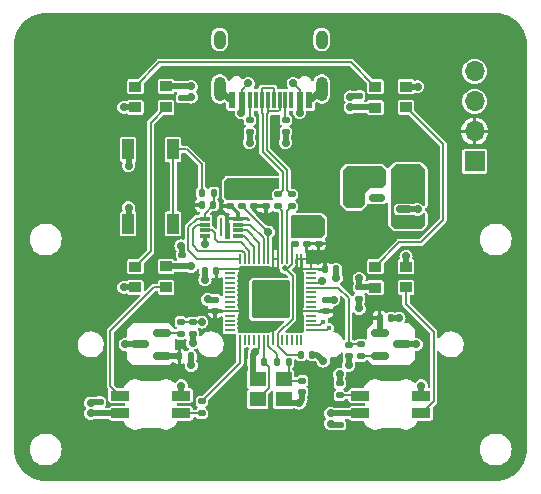
<source format=gbr>
%TF.GenerationSoftware,KiCad,Pcbnew,7.0.1*%
%TF.CreationDate,2023-05-12T00:47:34+01:00*%
%TF.ProjectId,MoonPad,4d6f6f6e-5061-4642-9e6b-696361645f70,rev?*%
%TF.SameCoordinates,Original*%
%TF.FileFunction,Copper,L1,Top*%
%TF.FilePolarity,Positive*%
%FSLAX46Y46*%
G04 Gerber Fmt 4.6, Leading zero omitted, Abs format (unit mm)*
G04 Created by KiCad (PCBNEW 7.0.1) date 2023-05-12 00:47:34*
%MOMM*%
%LPD*%
G01*
G04 APERTURE LIST*
G04 Aperture macros list*
%AMRoundRect*
0 Rectangle with rounded corners*
0 $1 Rounding radius*
0 $2 $3 $4 $5 $6 $7 $8 $9 X,Y pos of 4 corners*
0 Add a 4 corners polygon primitive as box body*
4,1,4,$2,$3,$4,$5,$6,$7,$8,$9,$2,$3,0*
0 Add four circle primitives for the rounded corners*
1,1,$1+$1,$2,$3*
1,1,$1+$1,$4,$5*
1,1,$1+$1,$6,$7*
1,1,$1+$1,$8,$9*
0 Add four rect primitives between the rounded corners*
20,1,$1+$1,$2,$3,$4,$5,0*
20,1,$1+$1,$4,$5,$6,$7,0*
20,1,$1+$1,$6,$7,$8,$9,0*
20,1,$1+$1,$8,$9,$2,$3,0*%
G04 Aperture macros list end*
%TA.AperFunction,SMDPad,CuDef*%
%ADD10RoundRect,0.140000X0.170000X-0.140000X0.170000X0.140000X-0.170000X0.140000X-0.170000X-0.140000X0*%
%TD*%
%TA.AperFunction,SMDPad,CuDef*%
%ADD11RoundRect,0.140000X-0.170000X0.140000X-0.170000X-0.140000X0.170000X-0.140000X0.170000X0.140000X0*%
%TD*%
%TA.AperFunction,SMDPad,CuDef*%
%ADD12R,1.400000X1.200000*%
%TD*%
%TA.AperFunction,SMDPad,CuDef*%
%ADD13RoundRect,0.140000X-0.140000X-0.170000X0.140000X-0.170000X0.140000X0.170000X-0.140000X0.170000X0*%
%TD*%
%TA.AperFunction,SMDPad,CuDef*%
%ADD14RoundRect,0.135000X0.185000X-0.135000X0.185000X0.135000X-0.185000X0.135000X-0.185000X-0.135000X0*%
%TD*%
%TA.AperFunction,SMDPad,CuDef*%
%ADD15R,0.600000X1.450000*%
%TD*%
%TA.AperFunction,SMDPad,CuDef*%
%ADD16R,0.300000X1.450000*%
%TD*%
%TA.AperFunction,ComponentPad*%
%ADD17O,1.000000X2.100000*%
%TD*%
%TA.AperFunction,ComponentPad*%
%ADD18O,1.000000X1.600000*%
%TD*%
%TA.AperFunction,SMDPad,CuDef*%
%ADD19RoundRect,0.150000X-0.587500X-0.150000X0.587500X-0.150000X0.587500X0.150000X-0.587500X0.150000X0*%
%TD*%
%TA.AperFunction,SMDPad,CuDef*%
%ADD20R,1.000000X0.850000*%
%TD*%
%TA.AperFunction,SMDPad,CuDef*%
%ADD21RoundRect,0.140000X0.140000X0.170000X-0.140000X0.170000X-0.140000X-0.170000X0.140000X-0.170000X0*%
%TD*%
%TA.AperFunction,SMDPad,CuDef*%
%ADD22R,0.900000X0.300000*%
%TD*%
%TA.AperFunction,SMDPad,CuDef*%
%ADD23R,0.250000X1.650000*%
%TD*%
%TA.AperFunction,SMDPad,CuDef*%
%ADD24RoundRect,0.135000X0.135000X0.185000X-0.135000X0.185000X-0.135000X-0.185000X0.135000X-0.185000X0*%
%TD*%
%TA.AperFunction,SMDPad,CuDef*%
%ADD25RoundRect,0.250000X0.475000X-0.250000X0.475000X0.250000X-0.475000X0.250000X-0.475000X-0.250000X0*%
%TD*%
%TA.AperFunction,SMDPad,CuDef*%
%ADD26RoundRect,0.250000X0.250000X0.475000X-0.250000X0.475000X-0.250000X-0.475000X0.250000X-0.475000X0*%
%TD*%
%TA.AperFunction,SMDPad,CuDef*%
%ADD27RoundRect,0.135000X-0.185000X0.135000X-0.185000X-0.135000X0.185000X-0.135000X0.185000X0.135000X0*%
%TD*%
%TA.AperFunction,SMDPad,CuDef*%
%ADD28RoundRect,0.050000X-0.387500X-0.050000X0.387500X-0.050000X0.387500X0.050000X-0.387500X0.050000X0*%
%TD*%
%TA.AperFunction,SMDPad,CuDef*%
%ADD29RoundRect,0.050000X-0.050000X-0.387500X0.050000X-0.387500X0.050000X0.387500X-0.050000X0.387500X0*%
%TD*%
%TA.AperFunction,ComponentPad*%
%ADD30C,0.600000*%
%TD*%
%TA.AperFunction,SMDPad,CuDef*%
%ADD31RoundRect,0.144000X-1.456000X-1.456000X1.456000X-1.456000X1.456000X1.456000X-1.456000X1.456000X0*%
%TD*%
%TA.AperFunction,SMDPad,CuDef*%
%ADD32RoundRect,0.150000X0.512500X0.150000X-0.512500X0.150000X-0.512500X-0.150000X0.512500X-0.150000X0*%
%TD*%
%TA.AperFunction,SMDPad,CuDef*%
%ADD33R,1.000000X1.700000*%
%TD*%
%TA.AperFunction,SMDPad,CuDef*%
%ADD34RoundRect,0.135000X-0.135000X-0.185000X0.135000X-0.185000X0.135000X0.185000X-0.135000X0.185000X0*%
%TD*%
%TA.AperFunction,SMDPad,CuDef*%
%ADD35RoundRect,0.150000X0.587500X0.150000X-0.587500X0.150000X-0.587500X-0.150000X0.587500X-0.150000X0*%
%TD*%
%TA.AperFunction,SMDPad,CuDef*%
%ADD36RoundRect,0.082000X0.718000X-0.328000X0.718000X0.328000X-0.718000X0.328000X-0.718000X-0.328000X0*%
%TD*%
%TA.AperFunction,ComponentPad*%
%ADD37R,1.700000X1.700000*%
%TD*%
%TA.AperFunction,ComponentPad*%
%ADD38O,1.700000X1.700000*%
%TD*%
%TA.AperFunction,ViaPad*%
%ADD39C,0.700000*%
%TD*%
%TA.AperFunction,ViaPad*%
%ADD40C,0.500000*%
%TD*%
%TA.AperFunction,ViaPad*%
%ADD41C,0.450000*%
%TD*%
%TA.AperFunction,Conductor*%
%ADD42C,0.500000*%
%TD*%
%TA.AperFunction,Conductor*%
%ADD43C,0.200000*%
%TD*%
%TA.AperFunction,Conductor*%
%ADD44C,0.300000*%
%TD*%
G04 APERTURE END LIST*
D10*
%TO.P,C8,1*%
%TO.N,+1V1*%
X179832000Y-96873000D03*
%TO.P,C8,2*%
%TO.N,GND*%
X179832000Y-95913000D03*
%TD*%
D11*
%TO.P,C23,1*%
%TO.N,VBUS*%
X170307000Y-83566000D03*
%TO.P,C23,2*%
%TO.N,GND*%
X170307000Y-84526000D03*
%TD*%
D10*
%TO.P,C9,1*%
%TO.N,+3V3*%
X173101000Y-102588000D03*
%TO.P,C9,2*%
%TO.N,GND*%
X173101000Y-101628000D03*
%TD*%
D11*
%TO.P,C26,1*%
%TO.N,VBUS*%
X183642000Y-111252000D03*
%TO.P,C26,2*%
%TO.N,GND*%
X183642000Y-112212000D03*
%TD*%
D12*
%TO.P,Y1,1,1*%
%TO.N,Net-(C3-Pad1)*%
X178900000Y-108370000D03*
%TO.P,Y1,2,2*%
%TO.N,GND*%
X176700000Y-108370000D03*
%TO.P,Y1,3,3*%
%TO.N,/XIN*%
X176700000Y-110070000D03*
%TO.P,Y1,4,4*%
%TO.N,GND*%
X178900000Y-110070000D03*
%TD*%
D11*
%TO.P,C25,1*%
%TO.N,VBUS*%
X185293000Y-100584000D03*
%TO.P,C25,2*%
%TO.N,GND*%
X185293000Y-101544000D03*
%TD*%
D10*
%TO.P,C14,1*%
%TO.N,+3V3*%
X177419000Y-93698000D03*
%TO.P,C14,2*%
%TO.N,GND*%
X177419000Y-92738000D03*
%TD*%
D13*
%TO.P,C6,1*%
%TO.N,+1V1*%
X180368000Y-106299000D03*
%TO.P,C6,2*%
%TO.N,GND*%
X181328000Y-106299000D03*
%TD*%
D14*
%TO.P,R6,1*%
%TO.N,GND*%
X176022000Y-87430000D03*
%TO.P,R6,2*%
%TO.N,Net-(J3-CC2)*%
X176022000Y-86410000D03*
%TD*%
D15*
%TO.P,J3,A1,GND*%
%TO.N,GND*%
X181050000Y-84690000D03*
%TO.P,J3,A4,VBUS*%
%TO.N,VBUS*%
X180250000Y-84690000D03*
D16*
%TO.P,J3,A5,CC1*%
%TO.N,Net-(J3-CC1)*%
X179050000Y-84690000D03*
%TO.P,J3,A6,D+*%
%TO.N,/USB_D+*%
X178050000Y-84690000D03*
%TO.P,J3,A7,D-*%
%TO.N,/USB_D-*%
X177550000Y-84690000D03*
%TO.P,J3,A8,SBU1*%
%TO.N,unconnected-(J3-SBU1-PadA8)*%
X176550000Y-84690000D03*
D15*
%TO.P,J3,A9,VBUS*%
%TO.N,VBUS*%
X175350000Y-84690000D03*
%TO.P,J3,A12,GND*%
%TO.N,GND*%
X174550000Y-84690000D03*
%TO.P,J3,B1,GND*%
X174550000Y-84690000D03*
%TO.P,J3,B4,VBUS*%
%TO.N,VBUS*%
X175350000Y-84690000D03*
D16*
%TO.P,J3,B5,CC2*%
%TO.N,Net-(J3-CC2)*%
X176050000Y-84690000D03*
%TO.P,J3,B6,D+*%
%TO.N,/USB_D+*%
X177050000Y-84690000D03*
%TO.P,J3,B7,D-*%
%TO.N,/USB_D-*%
X178550000Y-84690000D03*
%TO.P,J3,B8,SBU2*%
%TO.N,unconnected-(J3-SBU2-PadB8)*%
X179550000Y-84690000D03*
D15*
%TO.P,J3,B9,VBUS*%
%TO.N,VBUS*%
X180250000Y-84690000D03*
%TO.P,J3,B12,GND*%
%TO.N,GND*%
X181050000Y-84690000D03*
D17*
%TO.P,J3,S1,SHIELD*%
X182120000Y-83775000D03*
D18*
X182120000Y-79595000D03*
D17*
X173480000Y-83775000D03*
D18*
X173480000Y-79595000D03*
%TD*%
D19*
%TO.P,U5,1,VDD*%
%TO.N,+3V3*%
X187022500Y-104460000D03*
%TO.P,U5,2,OUT*%
%TO.N,Net-(U5-OUT)*%
X187022500Y-106360000D03*
%TO.P,U5,3,GND*%
%TO.N,GND*%
X188897500Y-105410000D03*
%TD*%
D10*
%TO.P,C10,1*%
%TO.N,+3V3*%
X180848000Y-96873000D03*
%TO.P,C10,2*%
%TO.N,GND*%
X180848000Y-95913000D03*
%TD*%
%TO.P,C11,1*%
%TO.N,+3V3*%
X181864000Y-96873000D03*
%TO.P,C11,2*%
%TO.N,GND*%
X181864000Y-95913000D03*
%TD*%
D20*
%TO.P,D3,1,DIN*%
%TO.N,Net-(D2-DOUT)*%
X168940000Y-85330000D03*
%TO.P,D3,2,VDD*%
%TO.N,VBUS*%
X168940000Y-83555000D03*
%TO.P,D3,3,DOUT*%
%TO.N,Net-(D3-DOUT)*%
X166340000Y-83580000D03*
%TO.P,D3,4,VSS*%
%TO.N,GND*%
X166340000Y-85330000D03*
%TD*%
D11*
%TO.P,C17,1*%
%TO.N,ADC_Z*%
X184404000Y-105438000D03*
%TO.P,C17,2*%
%TO.N,GND*%
X184404000Y-106398000D03*
%TD*%
D21*
%TO.P,C2,1*%
%TO.N,/XIN*%
X177264000Y-106934000D03*
%TO.P,C2,2*%
%TO.N,GND*%
X176304000Y-106934000D03*
%TD*%
D10*
%TO.P,C19,1*%
%TO.N,VBUS*%
X163322000Y-111252000D03*
%TO.P,C19,2*%
%TO.N,GND*%
X163322000Y-110292000D03*
%TD*%
D22*
%TO.P,IC1,1,~{CS}*%
%TO.N,/QSPI_SS*%
X172209000Y-94754000D03*
%TO.P,IC1,2,DO_IO1*%
%TO.N,/QSPI_SD1*%
X172209000Y-95254000D03*
%TO.P,IC1,3,~{WP_IO2}*%
%TO.N,/QSPI_SD2*%
X172209000Y-95754000D03*
%TO.P,IC1,4,GND*%
%TO.N,GND*%
X172209000Y-96254000D03*
%TO.P,IC1,5,DI_IO0*%
%TO.N,/QSPI_SD0*%
X175009000Y-96254000D03*
%TO.P,IC1,6,CLK*%
%TO.N,/QSPI_SCLK*%
X175009000Y-95754000D03*
%TO.P,IC1,7,~{RESET_IO3}*%
%TO.N,/QSPI_SD3*%
X175009000Y-95254000D03*
%TO.P,IC1,8,VCC*%
%TO.N,+3V3*%
X175009000Y-94754000D03*
D23*
%TO.P,IC1,9,EP*%
%TO.N,unconnected-(IC1-EP-Pad9)*%
X173609000Y-95504000D03*
%TD*%
D24*
%TO.P,R1,1*%
%TO.N,/QSPI_SS*%
X172976000Y-92583000D03*
%TO.P,R1,2*%
%TO.N,/~{USB_BOOT}*%
X171956000Y-92583000D03*
%TD*%
D13*
%TO.P,C12,1*%
%TO.N,+3V3*%
X182400000Y-99060000D03*
%TO.P,C12,2*%
%TO.N,GND*%
X183360000Y-99060000D03*
%TD*%
D10*
%TO.P,C15,1*%
%TO.N,+3V3*%
X176403000Y-93698000D03*
%TO.P,C15,2*%
%TO.N,GND*%
X176403000Y-92738000D03*
%TD*%
%TO.P,C20,1*%
%TO.N,VBUS*%
X170307000Y-98806000D03*
%TO.P,C20,2*%
%TO.N,GND*%
X170307000Y-97846000D03*
%TD*%
D21*
%TO.P,C16,1*%
%TO.N,+3V3*%
X173200000Y-99187000D03*
%TO.P,C16,2*%
%TO.N,GND*%
X172240000Y-99187000D03*
%TD*%
D13*
%TO.P,C22,1*%
%TO.N,+3V3*%
X187022800Y-103174800D03*
%TO.P,C22,2*%
%TO.N,GND*%
X187982800Y-103174800D03*
%TD*%
D14*
%TO.P,RLED1,1*%
%TO.N,Net-(D1-DIN)*%
X171958000Y-111252000D03*
%TO.P,RLED1,2*%
%TO.N,/GPIO12*%
X171958000Y-110232000D03*
%TD*%
D11*
%TO.P,C3,1*%
%TO.N,Net-(C3-Pad1)*%
X180467000Y-108486000D03*
%TO.P,C3,2*%
%TO.N,GND*%
X180467000Y-109446000D03*
%TD*%
D14*
%TO.P,R8,1*%
%TO.N,Net-(U4-OUT)*%
X170180000Y-104521000D03*
%TO.P,R8,2*%
%TO.N,ADC_X*%
X170180000Y-103501000D03*
%TD*%
D25*
%TO.P,C4,1*%
%TO.N,+3V3*%
X184857602Y-94929997D03*
%TO.P,C4,2*%
%TO.N,GND*%
X184857602Y-93029997D03*
%TD*%
D26*
%TO.P,C1,1*%
%TO.N,VBUS*%
X188855601Y-91185999D03*
%TO.P,C1,2*%
%TO.N,GND*%
X186955601Y-91185999D03*
%TD*%
D13*
%TO.P,C21,1*%
%TO.N,+3V3*%
X170081000Y-106426000D03*
%TO.P,C21,2*%
%TO.N,GND*%
X171041000Y-106426000D03*
%TD*%
D10*
%TO.P,C24,1*%
%TO.N,VBUS*%
X185293000Y-85344000D03*
%TO.P,C24,2*%
%TO.N,GND*%
X185293000Y-84384000D03*
%TD*%
D13*
%TO.P,R9,1*%
%TO.N,+3V3*%
X171986000Y-93599000D03*
%TO.P,R9,2*%
%TO.N,/QSPI_SS*%
X172946000Y-93599000D03*
%TD*%
D20*
%TO.P,D2,1,DIN*%
%TO.N,Net-(D1-DOUT)*%
X168940000Y-100570000D03*
%TO.P,D2,2,VDD*%
%TO.N,VBUS*%
X168940000Y-98795000D03*
%TO.P,D2,3,DOUT*%
%TO.N,Net-(D2-DOUT)*%
X166340000Y-98820000D03*
%TO.P,D2,4,VSS*%
%TO.N,GND*%
X166340000Y-100570000D03*
%TD*%
D10*
%TO.P,C5,1*%
%TO.N,+3V3*%
X174371000Y-93698000D03*
%TO.P,C5,2*%
%TO.N,GND*%
X174371000Y-92738000D03*
%TD*%
D27*
%TO.P,R4,1*%
%TO.N,/USB_D-*%
X179578000Y-92708000D03*
%TO.P,R4,2*%
%TO.N,Net-(U3-USB_DM)*%
X179578000Y-93728000D03*
%TD*%
D20*
%TO.P,D6,1,DIN*%
%TO.N,Net-(D5-DOUT)*%
X186660000Y-98820000D03*
%TO.P,D6,2,VDD*%
%TO.N,VBUS*%
X186660000Y-100595000D03*
%TO.P,D6,3,DOUT*%
%TO.N,Net-(D4-DIN)*%
X189260000Y-100570000D03*
%TO.P,D6,4,VSS*%
%TO.N,GND*%
X189260000Y-98820000D03*
%TD*%
D28*
%TO.P,U3,1,IOVDD*%
%TO.N,+3V3*%
X174362500Y-99000000D03*
%TO.P,U3,2,GPIO0*%
%TO.N,/GPIO0*%
X174362500Y-99400000D03*
%TO.P,U3,3,GPIO1*%
%TO.N,/GPIO1*%
X174362500Y-99800000D03*
%TO.P,U3,4,GPIO2*%
%TO.N,/GPIO2*%
X174362500Y-100200000D03*
%TO.P,U3,5,GPIO3*%
%TO.N,/GPIO3*%
X174362500Y-100600000D03*
%TO.P,U3,6,GPIO4*%
%TO.N,/GPIO4*%
X174362500Y-101000000D03*
%TO.P,U3,7,GPIO5*%
%TO.N,/GPIO5*%
X174362500Y-101400000D03*
%TO.P,U3,8,GPIO6*%
%TO.N,/GPIO6*%
X174362500Y-101800000D03*
%TO.P,U3,9,GPIO7*%
%TO.N,/GPIO7*%
X174362500Y-102200000D03*
%TO.P,U3,10,IOVDD*%
%TO.N,+3V3*%
X174362500Y-102600000D03*
%TO.P,U3,11,GPIO8*%
%TO.N,/GPIO8*%
X174362500Y-103000000D03*
%TO.P,U3,12,GPIO9*%
%TO.N,/GPIO9*%
X174362500Y-103400000D03*
%TO.P,U3,13,GPIO10*%
%TO.N,/GPIO10*%
X174362500Y-103800000D03*
%TO.P,U3,14,GPIO11*%
%TO.N,/GPIO11*%
X174362500Y-104200000D03*
D29*
%TO.P,U3,15,GPIO12*%
%TO.N,/GPIO12*%
X175200000Y-105037500D03*
%TO.P,U3,16,GPIO13*%
%TO.N,/GPIO13*%
X175600000Y-105037500D03*
%TO.P,U3,17,GPIO14*%
%TO.N,/GPIO14*%
X176000000Y-105037500D03*
%TO.P,U3,18,GPIO15*%
%TO.N,/GPIO15*%
X176400000Y-105037500D03*
%TO.P,U3,19,TESTEN*%
%TO.N,GND*%
X176800000Y-105037500D03*
%TO.P,U3,20,XIN*%
%TO.N,/XIN*%
X177200000Y-105037500D03*
%TO.P,U3,21,XOUT*%
%TO.N,/XOUT*%
X177600000Y-105037500D03*
%TO.P,U3,22,IOVDD*%
%TO.N,+3V3*%
X178000000Y-105037500D03*
%TO.P,U3,23,DVDD*%
%TO.N,+1V1*%
X178400000Y-105037500D03*
%TO.P,U3,24,SWCLK*%
%TO.N,/SWCLK*%
X178800000Y-105037500D03*
%TO.P,U3,25,SWD*%
%TO.N,/SWD*%
X179200000Y-105037500D03*
%TO.P,U3,26,RUN*%
%TO.N,/RUN*%
X179600000Y-105037500D03*
%TO.P,U3,27,GPIO16*%
%TO.N,/GPIO16*%
X180000000Y-105037500D03*
%TO.P,U3,28,GPIO17*%
%TO.N,/GPIO17*%
X180400000Y-105037500D03*
D28*
%TO.P,U3,29,GPIO18*%
%TO.N,/OLED_SDA*%
X181237500Y-104200000D03*
%TO.P,U3,30,GPIO19*%
%TO.N,/OLED_SCL*%
X181237500Y-103800000D03*
%TO.P,U3,31,GPIO20*%
%TO.N,/GPIO20*%
X181237500Y-103400000D03*
%TO.P,U3,32,GPIO21*%
%TO.N,/GPIO21*%
X181237500Y-103000000D03*
%TO.P,U3,33,IOVDD*%
%TO.N,+3V3*%
X181237500Y-102600000D03*
%TO.P,U3,34,GPIO22*%
%TO.N,/GPIO22*%
X181237500Y-102200000D03*
%TO.P,U3,35,GPIO23*%
%TO.N,/GPIO23*%
X181237500Y-101800000D03*
%TO.P,U3,36,GPIO24*%
%TO.N,/GPIO24*%
X181237500Y-101400000D03*
%TO.P,U3,37,GPIO25*%
%TO.N,/GPIO25*%
X181237500Y-101000000D03*
%TO.P,U3,38,GPIO26_ADC0*%
%TO.N,ADC_Z*%
X181237500Y-100600000D03*
%TO.P,U3,39,GPIO27_ADC1*%
%TO.N,ADC_X*%
X181237500Y-100200000D03*
%TO.P,U3,40,GPIO28_ADC2*%
%TO.N,/GPIO28_ADC2*%
X181237500Y-99800000D03*
%TO.P,U3,41,GPIO29_ADC3*%
%TO.N,/GPIO29_ADC3*%
X181237500Y-99400000D03*
%TO.P,U3,42,IOVDD*%
%TO.N,+3V3*%
X181237500Y-99000000D03*
D29*
%TO.P,U3,43,ADC_AVDD*%
X180400000Y-98162500D03*
%TO.P,U3,44,VREG_IN*%
X180000000Y-98162500D03*
%TO.P,U3,45,VREG_VOUT*%
%TO.N,+1V1*%
X179600000Y-98162500D03*
%TO.P,U3,46,USB_DM*%
%TO.N,Net-(U3-USB_DM)*%
X179200000Y-98162500D03*
%TO.P,U3,47,USB_DP*%
%TO.N,Net-(U3-USB_DP)*%
X178800000Y-98162500D03*
%TO.P,U3,48,USB_VDD*%
%TO.N,+3V3*%
X178400000Y-98162500D03*
%TO.P,U3,49,IOVDD*%
X178000000Y-98162500D03*
%TO.P,U3,50,DVDD*%
%TO.N,+1V1*%
X177600000Y-98162500D03*
%TO.P,U3,51,QSPI_SD3*%
%TO.N,/QSPI_SD3*%
X177200000Y-98162500D03*
%TO.P,U3,52,QSPI_SCLK*%
%TO.N,/QSPI_SCLK*%
X176800000Y-98162500D03*
%TO.P,U3,53,QSPI_SD0*%
%TO.N,/QSPI_SD0*%
X176400000Y-98162500D03*
%TO.P,U3,54,QSPI_SD2*%
%TO.N,/QSPI_SD2*%
X176000000Y-98162500D03*
%TO.P,U3,55,QSPI_SD1*%
%TO.N,/QSPI_SD1*%
X175600000Y-98162500D03*
%TO.P,U3,56,QSPI_SS*%
%TO.N,/QSPI_SS*%
X175200000Y-98162500D03*
D30*
%TO.P,U3,57,GND*%
%TO.N,GND*%
X176525000Y-100325000D03*
X176525000Y-101600000D03*
X176525000Y-102875000D03*
X177800000Y-100325000D03*
X177800000Y-101600000D03*
D31*
X177800000Y-101600000D03*
D30*
X177800000Y-102875000D03*
X179075000Y-100325000D03*
X179075000Y-101600000D03*
X179075000Y-102875000D03*
%TD*%
D32*
%TO.P,U6,1,VIN*%
%TO.N,VBUS*%
X189097500Y-94930000D03*
%TO.P,U6,2,GND*%
%TO.N,GND*%
X189097500Y-93980000D03*
%TO.P,U6,3,EN*%
%TO.N,VBUS*%
X189097500Y-93030000D03*
%TO.P,U6,4,NC*%
%TO.N,unconnected-(U6-NC-Pad4)*%
X186822500Y-93030000D03*
%TO.P,U6,5,VOUT*%
%TO.N,+3V3*%
X186822500Y-94930000D03*
%TD*%
D20*
%TO.P,D5,1,DIN*%
%TO.N,Net-(D3-DOUT)*%
X186660000Y-83580000D03*
%TO.P,D5,2,VDD*%
%TO.N,VBUS*%
X186660000Y-85355000D03*
%TO.P,D5,3,DOUT*%
%TO.N,Net-(D5-DOUT)*%
X189260000Y-85330000D03*
%TO.P,D5,4,VSS*%
%TO.N,GND*%
X189260000Y-83580000D03*
%TD*%
D10*
%TO.P,C7,1*%
%TO.N,+1V1*%
X175387000Y-93698000D03*
%TO.P,C7,2*%
%TO.N,GND*%
X175387000Y-92738000D03*
%TD*%
D33*
%TO.P,SW1,1,1*%
%TO.N,GND*%
X165740000Y-95200000D03*
X165740000Y-88900000D03*
%TO.P,SW1,2,2*%
%TO.N,/~{USB_BOOT}*%
X169540000Y-95200000D03*
X169540000Y-88900000D03*
%TD*%
D27*
%TO.P,R3,1*%
%TO.N,/USB_D+*%
X178435000Y-92708000D03*
%TO.P,R3,2*%
%TO.N,Net-(U3-USB_DP)*%
X178435000Y-93728000D03*
%TD*%
%TO.P,RLED2,1*%
%TO.N,GND*%
X183642000Y-108710000D03*
%TO.P,RLED2,2*%
%TO.N,Net-(D4-DOUT)*%
X183642000Y-109730000D03*
%TD*%
D10*
%TO.P,C13,1*%
%TO.N,+3V3*%
X182499000Y-102588000D03*
%TO.P,C13,2*%
%TO.N,GND*%
X182499000Y-101628000D03*
%TD*%
D14*
%TO.P,R7,1*%
%TO.N,Net-(U5-OUT)*%
X185420000Y-106426000D03*
%TO.P,R7,2*%
%TO.N,ADC_Z*%
X185420000Y-105406000D03*
%TD*%
D34*
%TO.P,R5,1*%
%TO.N,/XOUT*%
X178306000Y-106934000D03*
%TO.P,R5,2*%
%TO.N,Net-(C3-Pad1)*%
X179326000Y-106934000D03*
%TD*%
D14*
%TO.P,R2,1*%
%TO.N,GND*%
X179070000Y-87430000D03*
%TO.P,R2,2*%
%TO.N,Net-(J3-CC1)*%
X179070000Y-86410000D03*
%TD*%
D11*
%TO.P,C18,1*%
%TO.N,ADC_X*%
X171196000Y-103533000D03*
%TO.P,C18,2*%
%TO.N,GND*%
X171196000Y-104493000D03*
%TD*%
D35*
%TO.P,U4,1,VDD*%
%TO.N,+3V3*%
X168577500Y-106360000D03*
%TO.P,U4,2,OUT*%
%TO.N,Net-(U4-OUT)*%
X168577500Y-104460000D03*
%TO.P,U4,3,GND*%
%TO.N,GND*%
X166702500Y-105410000D03*
%TD*%
D36*
%TO.P,D4,1,VDD*%
%TO.N,VBUS*%
X185360000Y-111240000D03*
%TO.P,D4,2,DOUT*%
%TO.N,Net-(D4-DOUT)*%
X185360000Y-109740000D03*
%TO.P,D4,3,VSS*%
%TO.N,GND*%
X190560000Y-109740000D03*
%TO.P,D4,4,DIN*%
%TO.N,Net-(D4-DIN)*%
X190560000Y-111240000D03*
%TD*%
%TO.P,D1,1,VDD*%
%TO.N,VBUS*%
X165040000Y-111240000D03*
%TO.P,D1,2,DOUT*%
%TO.N,Net-(D1-DOUT)*%
X165040000Y-109740000D03*
%TO.P,D1,3,VSS*%
%TO.N,GND*%
X170240000Y-109740000D03*
%TO.P,D1,4,DIN*%
%TO.N,Net-(D1-DIN)*%
X170240000Y-111240000D03*
%TD*%
D37*
%TO.P,J1,1,Pin_1*%
%TO.N,GND*%
X195072000Y-89906000D03*
D38*
%TO.P,J1,2,Pin_2*%
%TO.N,+3V3*%
X195072000Y-87366000D03*
%TO.P,J1,3,Pin_3*%
%TO.N,/OLED_SCL*%
X195072000Y-84826000D03*
%TO.P,J1,4,Pin_4*%
%TO.N,/OLED_SDA*%
X195072000Y-82286000D03*
%TD*%
D39*
%TO.N,VBUS*%
X171069000Y-83566000D03*
X175310800Y-85775800D03*
X175895000Y-83312000D03*
X188722000Y-92329000D03*
X182880000Y-111252000D03*
X190246000Y-94995996D03*
X185293001Y-99822001D03*
X171069000Y-98806000D03*
X180263800Y-85775800D03*
X190246000Y-92328997D03*
X184531000Y-85344000D03*
X162560000Y-111252000D03*
X179705000Y-83312000D03*
X190246001Y-90804999D03*
%TO.N,GND*%
X181864000Y-95123000D03*
X184658001Y-91820999D03*
X190246002Y-93979996D03*
X172466000Y-101600000D03*
X183642000Y-107950000D03*
X165481000Y-105410000D03*
X183134000Y-101628000D03*
X176022000Y-88315000D03*
X179070000Y-88315000D03*
X165368000Y-85330000D03*
X190232000Y-83580000D03*
X171196000Y-105283000D03*
X165771102Y-90272001D03*
X162560000Y-110363000D03*
X182245000Y-106807000D03*
X184657999Y-90804999D03*
X180213000Y-110363000D03*
X185674001Y-90804999D03*
X165368000Y-100570000D03*
X176437289Y-106070887D03*
X176403000Y-91948000D03*
X185673999Y-91820999D03*
X165771102Y-93827998D03*
X180848000Y-95123000D03*
X177419000Y-91948000D03*
X174371000Y-91948000D03*
X189260000Y-97947000D03*
X171069000Y-84455000D03*
X172212000Y-96870700D03*
X185293002Y-102362000D03*
X170240000Y-108894135D03*
X188671200Y-103174800D03*
X172240000Y-99921000D03*
X183360000Y-99794000D03*
X170213100Y-97075125D03*
X190560000Y-108894135D03*
X184404000Y-107188000D03*
X179832000Y-95123000D03*
X184531000Y-84455000D03*
X182880000Y-112103903D03*
X175387000Y-91948000D03*
X190119000Y-105410000D03*
X171069000Y-107188000D03*
%TO.N,+1V1*%
X177600000Y-95885000D03*
D40*
X179003371Y-98977451D03*
D39*
%TO.N,ADC_X*%
X182176900Y-99998100D03*
X171958000Y-103505000D03*
D41*
%TO.N,/OLED_SCL*%
X182245000Y-103505000D03*
%TO.N,/OLED_SDA*%
X182753000Y-104002018D03*
%TD*%
D42*
%TO.N,VBUS*%
X170307000Y-83566000D02*
X171069000Y-83566000D01*
X185293001Y-99822001D02*
X185293001Y-100584001D01*
D43*
X180250000Y-83857000D02*
X180250000Y-84690000D01*
D42*
X185348000Y-111252000D02*
X185360000Y-111240000D01*
X175350000Y-84690000D02*
X175350000Y-85736600D01*
X168951000Y-83566000D02*
X168940000Y-83555000D01*
X170307000Y-98806000D02*
X168951000Y-98806000D01*
D43*
X175895000Y-83312000D02*
X175350000Y-83857000D01*
D42*
X168951000Y-98806000D02*
X168940000Y-98795000D01*
X163322000Y-111252000D02*
X165028000Y-111252000D01*
X185293000Y-100584000D02*
X186649000Y-100584000D01*
X180250000Y-84690000D02*
X180250000Y-85762000D01*
X183642000Y-111252000D02*
X182880000Y-111252000D01*
X170307000Y-98806000D02*
X171069000Y-98806000D01*
X170307000Y-83566000D02*
X168951000Y-83566000D01*
X186649000Y-100584000D02*
X186660000Y-100595000D01*
X175350000Y-85736600D02*
X175310800Y-85775800D01*
X163322000Y-111252000D02*
X162560000Y-111252000D01*
X183642000Y-111252000D02*
X185348000Y-111252000D01*
X185293000Y-85344000D02*
X184531000Y-85344000D01*
D43*
X175350000Y-83857000D02*
X175350000Y-84690000D01*
D42*
X186649000Y-85344000D02*
X186660000Y-85355000D01*
X185293000Y-85344000D02*
X186649000Y-85344000D01*
X165028000Y-111252000D02*
X165040000Y-111240000D01*
X180250000Y-85762000D02*
X180263800Y-85775800D01*
D43*
X179705000Y-83312000D02*
X180250000Y-83857000D01*
D42*
%TO.N,GND*%
X176304000Y-107974000D02*
X176304000Y-106934000D01*
X171196000Y-104493000D02*
X171196000Y-105283000D01*
X176700000Y-108370000D02*
X176304000Y-107974000D01*
X188671200Y-103174800D02*
X187982800Y-103174800D01*
X176022000Y-88315000D02*
X176022000Y-87430000D01*
X180213000Y-110363000D02*
X180467000Y-110109000D01*
X180848000Y-95913000D02*
X180848000Y-95123000D01*
X179070000Y-88315000D02*
X179070000Y-87430000D01*
X181864000Y-95913000D02*
X181864000Y-95123000D01*
X185293002Y-102362000D02*
X185293001Y-101544001D01*
X177419000Y-92738000D02*
X177419000Y-91948000D01*
X170307000Y-97169025D02*
X170213100Y-97075125D01*
X162631000Y-110292000D02*
X162560000Y-110363000D01*
X171041000Y-107160000D02*
X171069000Y-107188000D01*
X184602000Y-84384000D02*
X184531000Y-84455000D01*
X179832000Y-95913000D02*
X179832000Y-95123000D01*
X165368000Y-85330000D02*
X166340000Y-85330000D01*
D43*
X172209000Y-96867700D02*
X172212000Y-96870700D01*
X176437289Y-106070887D02*
X176800000Y-105708176D01*
D42*
X174395000Y-84690000D02*
X173480000Y-83775000D01*
D44*
X172209000Y-96254000D02*
X172209000Y-96867700D01*
D42*
X171041000Y-106426000D02*
X171041000Y-107160000D01*
X175387000Y-92738000D02*
X175387000Y-91948000D01*
X188897500Y-105410000D02*
X190119000Y-105410000D01*
X184404000Y-106398000D02*
X184404000Y-107188000D01*
X189260000Y-97947000D02*
X189260000Y-98820000D01*
X172240000Y-99921000D02*
X172240000Y-99187000D01*
X180467000Y-110109000D02*
X180467000Y-109446000D01*
X165776102Y-95199998D02*
X165776103Y-93833000D01*
X165776103Y-90267000D02*
X165771102Y-90272001D01*
X170998000Y-84526000D02*
X171069000Y-84455000D01*
X172466000Y-101600000D02*
X172494000Y-101628000D01*
X163322000Y-110292000D02*
X162631000Y-110292000D01*
X181050000Y-84690000D02*
X181205000Y-84690000D01*
X185293000Y-84384000D02*
X184602000Y-84384000D01*
X183134000Y-101628000D02*
X182499000Y-101628000D01*
X176437289Y-106070887D02*
X176304000Y-106204176D01*
X182988097Y-112212000D02*
X183642000Y-112212000D01*
X183360000Y-99794000D02*
X183360000Y-99060000D01*
X181205000Y-84690000D02*
X182120000Y-83775000D01*
X170307000Y-97846000D02*
X170307000Y-97169025D01*
X174371000Y-91948000D02*
X174371000Y-92738000D01*
X190232000Y-83580000D02*
X189260000Y-83580000D01*
X181328000Y-106299000D02*
X181737000Y-106299000D01*
X180213000Y-110363000D02*
X179193000Y-110363000D01*
X170240000Y-108894135D02*
X170240000Y-109740000D01*
X166702500Y-105410000D02*
X165481000Y-105410000D01*
X174550000Y-84690000D02*
X174395000Y-84690000D01*
X165368000Y-100570000D02*
X166340000Y-100570000D01*
X183642000Y-108710000D02*
X183642000Y-107950000D01*
X176403000Y-92738000D02*
X176403000Y-91948000D01*
X189097500Y-93980000D02*
X190246002Y-93979996D01*
X170307000Y-84526000D02*
X170998000Y-84526000D01*
D43*
X176800000Y-105708176D02*
X176800000Y-105037500D01*
D42*
X176304000Y-106204176D02*
X176304000Y-106934000D01*
X165776102Y-88900001D02*
X165776103Y-90267000D01*
X190560000Y-108894135D02*
X190560000Y-109740000D01*
X182880000Y-112103903D02*
X182988097Y-112212000D01*
X181737000Y-106299000D02*
X182245000Y-106807000D01*
X179193000Y-110363000D02*
X178900000Y-110070000D01*
X172494000Y-101628000D02*
X173101000Y-101628000D01*
D43*
%TO.N,/XIN*%
X177652400Y-109117600D02*
X176700000Y-110070000D01*
X177652400Y-107322400D02*
X177652400Y-109117600D01*
X177264000Y-106934000D02*
X177652400Y-107322400D01*
X177200000Y-106870000D02*
X177264000Y-106934000D01*
X177200000Y-105037500D02*
X177200000Y-106870000D01*
%TO.N,Net-(C3-Pad1)*%
X179016000Y-108486000D02*
X178900000Y-108370000D01*
X180467000Y-108486000D02*
X179016000Y-108486000D01*
X179326000Y-106934000D02*
X179326000Y-107944000D01*
X179326000Y-107944000D02*
X178900000Y-108370000D01*
%TO.N,+3V3*%
X173117000Y-102604000D02*
X173101000Y-102588000D01*
D44*
X176403000Y-94056200D02*
X176885600Y-94538800D01*
D42*
X187022800Y-104459700D02*
X187022500Y-104460000D01*
D43*
X180848000Y-96873000D02*
X181864000Y-96873000D01*
X182340000Y-99000000D02*
X182400000Y-99060000D01*
X181237500Y-102600000D02*
X182487000Y-102600000D01*
X173200000Y-99187000D02*
X173260000Y-99127000D01*
D42*
X187022800Y-103174800D02*
X187022800Y-104459700D01*
X170015000Y-106360000D02*
X168577500Y-106360000D01*
D44*
X174451352Y-93698000D02*
X174371000Y-93698000D01*
D43*
X173200000Y-99187000D02*
X173387000Y-99000000D01*
D44*
X175009000Y-94754000D02*
X175009000Y-94255648D01*
D43*
X173387000Y-99000000D02*
X174362500Y-99000000D01*
D44*
X175009000Y-94255648D02*
X174451352Y-93698000D01*
D43*
X181237500Y-99000000D02*
X182340000Y-99000000D01*
D44*
X176403000Y-93698000D02*
X176403000Y-94056200D01*
D43*
X182487000Y-102600000D02*
X182499000Y-102588000D01*
D42*
X170081000Y-106426000D02*
X170015000Y-106360000D01*
D43*
%TO.N,+1V1*%
X179003371Y-98977451D02*
X179250207Y-98977451D01*
X179600000Y-98162500D02*
X179600000Y-97105000D01*
X178400000Y-105502658D02*
X179196342Y-106299000D01*
X179652400Y-103220194D02*
X178400000Y-104472594D01*
X179600000Y-98627658D02*
X179600000Y-98162500D01*
X177574000Y-95885000D02*
X175387000Y-93698000D01*
X179250207Y-98977451D02*
X179600000Y-98627658D01*
X179600000Y-97105000D02*
X179832000Y-96873000D01*
X178400000Y-105037500D02*
X178400000Y-105502658D01*
X179652400Y-99626480D02*
X179652400Y-103220194D01*
X179196342Y-106299000D02*
X180368000Y-106299000D01*
X177600000Y-95885000D02*
X177574000Y-95885000D01*
X177600000Y-95885000D02*
X177600000Y-98162500D01*
X178400000Y-104472594D02*
X178400000Y-105037500D01*
X179003371Y-98977451D02*
X179652400Y-99626480D01*
%TO.N,ADC_Z*%
X184404000Y-101473000D02*
X183531000Y-100600000D01*
X183531000Y-100600000D02*
X181237500Y-100600000D01*
X185420000Y-105406000D02*
X184436000Y-105406000D01*
X184436000Y-105406000D02*
X184404000Y-105438000D01*
X184404000Y-105438000D02*
X184404000Y-101473000D01*
%TO.N,ADC_X*%
X171958000Y-103505000D02*
X170184000Y-103505000D01*
X182176900Y-99998100D02*
X181975000Y-100200000D01*
X170184000Y-103505000D02*
X170180000Y-103501000D01*
X181975000Y-100200000D02*
X181237500Y-100200000D01*
%TO.N,Net-(J3-CC1)*%
X179050000Y-84690000D02*
X179050000Y-86390000D01*
X179050000Y-86390000D02*
X179070000Y-86410000D01*
%TO.N,/USB_D+*%
X178050000Y-83741000D02*
X178050000Y-84690000D01*
X178830300Y-90814486D02*
X177123800Y-89107986D01*
X177050000Y-85777501D02*
X177050000Y-84690000D01*
X177102400Y-83712600D02*
X178021600Y-83712600D01*
X177123800Y-85851301D02*
X177050000Y-85777501D01*
X178830300Y-92312700D02*
X178830300Y-90814486D01*
X177050000Y-83765000D02*
X177102400Y-83712600D01*
X177123800Y-89107986D02*
X177123800Y-85851301D01*
X178435000Y-92708000D02*
X178830300Y-92312700D01*
X177050000Y-84690000D02*
X177050000Y-83765000D01*
X178021600Y-83712600D02*
X178050000Y-83741000D01*
%TO.N,/USB_D-*%
X177550000Y-84690000D02*
X177550000Y-85615000D01*
X179182700Y-90668514D02*
X177476200Y-88962014D01*
X177476200Y-85851301D02*
X177550000Y-85777501D01*
X177550000Y-85777501D02*
X177550000Y-84690000D01*
X177602400Y-85667400D02*
X178435000Y-85667400D01*
X178550000Y-85552400D02*
X178550000Y-84690000D01*
X178435000Y-85667400D02*
X178550000Y-85552400D01*
X179182700Y-92312700D02*
X179182700Y-90668514D01*
X177476200Y-88962014D02*
X177476200Y-85851301D01*
X179578000Y-92708000D02*
X179182700Y-92312700D01*
X177550000Y-85615000D02*
X177602400Y-85667400D01*
%TO.N,Net-(J3-CC2)*%
X176050000Y-84690000D02*
X176050000Y-86382000D01*
X176050000Y-86382000D02*
X176022000Y-86410000D01*
%TO.N,/QSPI_SS*%
X170815000Y-95498000D02*
X170815000Y-97409000D01*
X172209000Y-94336000D02*
X172946000Y-93599000D01*
X172976000Y-93569000D02*
X172946000Y-93599000D01*
X172209000Y-94754000D02*
X171559000Y-94754000D01*
X170815000Y-97409000D02*
X171568500Y-98162500D01*
X171559000Y-94754000D02*
X170815000Y-95498000D01*
X172209000Y-94754000D02*
X172209000Y-94336000D01*
X172976000Y-92583000D02*
X172976000Y-93569000D01*
X171568500Y-98162500D02*
X175200000Y-98162500D01*
%TO.N,/~{USB_BOOT}*%
X170628000Y-88900000D02*
X169540000Y-88900000D01*
X171956000Y-92583000D02*
X171956000Y-90168000D01*
X171956000Y-90168000D02*
X170688000Y-88900000D01*
X169540000Y-88900000D02*
X169540000Y-95200000D01*
%TO.N,Net-(U3-USB_DP)*%
X178435000Y-93728000D02*
X178800000Y-94093000D01*
X178800000Y-94093000D02*
X178800000Y-98162500D01*
%TO.N,Net-(U3-USB_DM)*%
X179200000Y-98162500D02*
X179200000Y-94106000D01*
X179200000Y-94106000D02*
X179578000Y-93728000D01*
%TO.N,/XOUT*%
X178308000Y-106228000D02*
X177600000Y-105520000D01*
X177600000Y-105520000D02*
X177600000Y-105037500D01*
X178306000Y-106934000D02*
X178308000Y-106932000D01*
X178308000Y-106932000D02*
X178308000Y-106228000D01*
%TO.N,Net-(U5-OUT)*%
X187022500Y-106360000D02*
X185486000Y-106360000D01*
X185486000Y-106360000D02*
X185420000Y-106426000D01*
%TO.N,Net-(U4-OUT)*%
X170119000Y-104460000D02*
X170180000Y-104521000D01*
X168577500Y-104460000D02*
X170119000Y-104460000D01*
%TO.N,/QSPI_SD1*%
X172209000Y-95254000D02*
X171602568Y-95254000D01*
X171602568Y-95254000D02*
X171196000Y-95660568D01*
X175375258Y-97472600D02*
X175600000Y-97697342D01*
X171196000Y-97028000D02*
X171640600Y-97472600D01*
X175600000Y-97697342D02*
X175600000Y-98162500D01*
X171196000Y-95660568D02*
X171196000Y-97028000D01*
X171640600Y-97472600D02*
X175375258Y-97472600D01*
%TO.N,/QSPI_SD2*%
X175260000Y-96774000D02*
X173355000Y-96774000D01*
X176000000Y-97514000D02*
X175260000Y-96774000D01*
X172859000Y-95754000D02*
X172209000Y-95754000D01*
X173101000Y-95996000D02*
X172859000Y-95754000D01*
X173101000Y-96520000D02*
X173101000Y-95996000D01*
X173355000Y-96774000D02*
X173101000Y-96520000D01*
X176000000Y-98162500D02*
X176000000Y-97514000D01*
%TO.N,/QSPI_SD0*%
X176400000Y-97152000D02*
X176400000Y-98162500D01*
X175009000Y-96254000D02*
X175502000Y-96254000D01*
X175502000Y-96254000D02*
X176400000Y-97152000D01*
%TO.N,/QSPI_SCLK*%
X175764000Y-95754000D02*
X175009000Y-95754000D01*
X176800000Y-98162500D02*
X176800000Y-96790000D01*
X176800000Y-96790000D02*
X175764000Y-95754000D01*
%TO.N,/QSPI_SD3*%
X176026000Y-95254000D02*
X175009000Y-95254000D01*
X177200000Y-96428000D02*
X176026000Y-95254000D01*
X177200000Y-98162500D02*
X177200000Y-96428000D01*
%TO.N,/GPIO12*%
X175200000Y-106990000D02*
X171958000Y-110232000D01*
X175200000Y-105037500D02*
X175200000Y-106990000D01*
%TO.N,Net-(D3-DOUT)*%
X166340000Y-83580000D02*
X168386000Y-81534000D01*
X168386000Y-81534000D02*
X184614000Y-81534000D01*
X184614000Y-81534000D02*
X186660000Y-83580000D01*
%TO.N,Net-(D4-DOUT)*%
X183642000Y-109730000D02*
X185350000Y-109730000D01*
X185350000Y-109730000D02*
X185360000Y-109740000D01*
%TO.N,/OLED_SCL*%
X182245000Y-103505000D02*
X181950000Y-103800000D01*
X181950000Y-103800000D02*
X181237500Y-103800000D01*
%TO.N,/OLED_SDA*%
X182753000Y-104002018D02*
X182555018Y-104200000D01*
X182555018Y-104200000D02*
X181237500Y-104200000D01*
%TO.N,Net-(D2-DOUT)*%
X167640000Y-86630000D02*
X167640000Y-97520000D01*
X167640000Y-97520000D02*
X166340000Y-98820000D01*
X168940000Y-85330000D02*
X167640000Y-86630000D01*
%TO.N,Net-(D1-DOUT)*%
X164211000Y-108911000D02*
X165040000Y-109740000D01*
X167908000Y-100570000D02*
X164211000Y-104267000D01*
X168940000Y-100570000D02*
X167908000Y-100570000D01*
X164211000Y-104267000D02*
X164211000Y-108911000D01*
%TO.N,Net-(D1-DIN)*%
X170252000Y-111252000D02*
X170240000Y-111240000D01*
X171958000Y-111252000D02*
X170252000Y-111252000D01*
%TO.N,Net-(D5-DOUT)*%
X188706000Y-96774000D02*
X190500000Y-96774000D01*
X190500000Y-96774000D02*
X192405000Y-94869000D01*
X186660000Y-98820000D02*
X188706000Y-96774000D01*
X192405000Y-94869000D02*
X192405000Y-88475000D01*
X192405000Y-88475000D02*
X189260000Y-85330000D01*
%TO.N,Net-(D4-DIN)*%
X189260000Y-100570000D02*
X189260000Y-102011000D01*
X189260000Y-102011000D02*
X191612400Y-104363400D01*
X191612400Y-110206513D02*
X190578913Y-111240000D01*
X191612400Y-104363400D02*
X191612400Y-110206513D01*
X190578913Y-111240000D02*
X190560000Y-111240000D01*
%TD*%
%TA.AperFunction,Conductor*%
%TO.N,GND*%
G36*
X178431091Y-91322439D02*
G01*
X178471319Y-91349319D01*
X178493481Y-91371481D01*
X178520361Y-91411709D01*
X178529800Y-91459162D01*
X178529800Y-92113500D01*
X178513187Y-92175500D01*
X178467800Y-92220887D01*
X178405800Y-92237500D01*
X178210683Y-92237500D01*
X178161827Y-92243931D01*
X178054594Y-92293935D01*
X177970935Y-92377594D01*
X177920931Y-92484827D01*
X177914500Y-92533683D01*
X177914500Y-92882317D01*
X177920931Y-92931172D01*
X177972423Y-93041595D01*
X177983776Y-93102110D01*
X177964622Y-93160625D01*
X177919684Y-93202714D01*
X177860041Y-93218000D01*
X177640826Y-93218000D01*
X177633198Y-93217500D01*
X177204798Y-93217500D01*
X177197182Y-93218000D01*
X176624826Y-93218000D01*
X176617198Y-93217500D01*
X176188798Y-93217500D01*
X176181182Y-93218000D01*
X175608826Y-93218000D01*
X175601198Y-93217500D01*
X175172798Y-93217500D01*
X175165182Y-93218000D01*
X174592826Y-93218000D01*
X174585199Y-93217500D01*
X174167862Y-93217500D01*
X174120409Y-93208061D01*
X174080181Y-93181181D01*
X173899319Y-93000319D01*
X173872439Y-92960091D01*
X173863000Y-92912638D01*
X173863000Y-91618362D01*
X173872439Y-91570909D01*
X173899319Y-91530681D01*
X174080681Y-91349319D01*
X174120909Y-91322439D01*
X174168362Y-91313000D01*
X178383638Y-91313000D01*
X178431091Y-91322439D01*
G37*
%TD.AperFunction*%
%TD*%
%TA.AperFunction,Conductor*%
%TO.N,GND*%
G36*
X182114091Y-94497439D02*
G01*
X182154319Y-94524319D01*
X182335681Y-94705681D01*
X182362561Y-94745909D01*
X182372000Y-94793362D01*
X182372000Y-96087638D01*
X182362561Y-96135091D01*
X182335681Y-96175319D01*
X182154818Y-96356181D01*
X182114590Y-96383061D01*
X182067137Y-96392500D01*
X181649798Y-96392500D01*
X181642182Y-96393000D01*
X181069826Y-96393000D01*
X181062198Y-96392500D01*
X180633798Y-96392500D01*
X180626182Y-96393000D01*
X180053826Y-96393000D01*
X180046198Y-96392500D01*
X180041901Y-96392500D01*
X179624499Y-96392500D01*
X179562500Y-96375888D01*
X179517113Y-96330501D01*
X179500500Y-96268501D01*
X179500500Y-94612000D01*
X179517113Y-94550000D01*
X179562500Y-94504613D01*
X179624500Y-94488000D01*
X182066638Y-94488000D01*
X182114091Y-94497439D01*
G37*
%TD.AperFunction*%
%TD*%
%TA.AperFunction,Conductor*%
%TO.N,VBUS*%
G36*
X190496878Y-90177534D02*
G01*
X190528996Y-90198994D01*
X190852004Y-90522002D01*
X190873464Y-90554120D01*
X190881000Y-90592006D01*
X190881000Y-93611602D01*
X190862472Y-93669267D01*
X190813822Y-93705348D01*
X190753262Y-93706339D01*
X190703458Y-93671869D01*
X190638623Y-93587374D01*
X190550086Y-93519438D01*
X190523627Y-93499135D01*
X190476223Y-93479500D01*
X190389711Y-93443665D01*
X190246002Y-93424746D01*
X190102291Y-93443665D01*
X189968379Y-93499133D01*
X189955470Y-93509039D01*
X189927025Y-93524243D01*
X189895202Y-93529497D01*
X189816263Y-93529497D01*
X189772784Y-93519438D01*
X189711395Y-93489428D01*
X189711393Y-93489427D01*
X189643260Y-93479500D01*
X188551740Y-93479500D01*
X188500640Y-93486945D01*
X188483606Y-93489427D01*
X188378518Y-93540801D01*
X188295801Y-93623518D01*
X188255313Y-93706339D01*
X188244427Y-93728607D01*
X188234500Y-93796740D01*
X188234500Y-94163260D01*
X188244427Y-94231393D01*
X188295802Y-94336483D01*
X188378517Y-94419198D01*
X188483607Y-94470573D01*
X188551740Y-94480500D01*
X189643257Y-94480500D01*
X189643260Y-94480500D01*
X189711393Y-94470573D01*
X189751520Y-94450956D01*
X189772794Y-94440556D01*
X189816274Y-94430497D01*
X189895205Y-94430497D01*
X189927028Y-94435751D01*
X189955473Y-94450956D01*
X189968377Y-94460857D01*
X190102291Y-94516326D01*
X190132244Y-94520269D01*
X190246002Y-94535246D01*
X190389711Y-94516326D01*
X190523627Y-94460857D01*
X190638623Y-94372617D01*
X190703459Y-94288121D01*
X190753261Y-94253652D01*
X190813822Y-94254643D01*
X190862472Y-94290724D01*
X190881000Y-94348389D01*
X190881000Y-95208989D01*
X190873464Y-95246875D01*
X190852004Y-95278992D01*
X190528996Y-95602001D01*
X190496878Y-95623462D01*
X190458992Y-95630998D01*
X188382008Y-95630998D01*
X188344122Y-95623462D01*
X188312005Y-95602002D01*
X187988996Y-95278994D01*
X187967535Y-95246876D01*
X187959999Y-95208990D01*
X187959999Y-90592006D01*
X187967535Y-90554120D01*
X187988995Y-90522003D01*
X188312002Y-90198995D01*
X188344120Y-90177534D01*
X188382005Y-90169998D01*
X190458996Y-90169998D01*
X190496878Y-90177534D01*
G37*
%TD.AperFunction*%
%TD*%
%TA.AperFunction,Conductor*%
%TO.N,GND*%
G36*
X187156997Y-90296999D02*
G01*
X187194879Y-90304535D01*
X187226991Y-90325991D01*
X187550006Y-90649005D01*
X187571464Y-90681120D01*
X187579000Y-90719006D01*
X187579000Y-91779992D01*
X187571464Y-91817878D01*
X187550003Y-91849996D01*
X187226996Y-92173002D01*
X187194879Y-92194462D01*
X187156993Y-92201998D01*
X186181998Y-92201998D01*
X185801000Y-92582997D01*
X185801000Y-93430992D01*
X185793464Y-93468878D01*
X185772004Y-93500996D01*
X185448997Y-93824003D01*
X185416879Y-93845463D01*
X185378993Y-93852999D01*
X184318009Y-93852999D01*
X184280123Y-93845463D01*
X184248006Y-93824003D01*
X183924996Y-93500995D01*
X183903535Y-93468877D01*
X183895999Y-93430995D01*
X183895999Y-90719004D01*
X183903535Y-90681119D01*
X183924993Y-90649004D01*
X184248002Y-90325993D01*
X184280120Y-90304533D01*
X184318005Y-90296997D01*
X187156997Y-90296999D01*
G37*
%TD.AperFunction*%
%TD*%
%TA.AperFunction,Conductor*%
%TO.N,+3V3*%
G36*
X187731401Y-94233998D02*
G01*
X187731401Y-95402398D01*
X187324998Y-95732598D01*
X183819799Y-95732598D01*
X183794399Y-95249997D01*
X183794398Y-94437197D01*
X184175401Y-94081597D01*
X187629801Y-94081597D01*
X187731401Y-94233998D01*
G37*
%TD.AperFunction*%
%TD*%
%TA.AperFunction,Conductor*%
%TO.N,+3V3*%
G36*
X187693385Y-93403725D02*
G01*
X187737814Y-93440188D01*
X187754499Y-93495189D01*
X187754499Y-94334211D01*
X187739813Y-94386096D01*
X187731401Y-94393828D01*
X187731401Y-94233998D01*
X187629801Y-94081597D01*
X185505884Y-94081597D01*
X185511757Y-94046420D01*
X185546433Y-94006051D01*
X185563161Y-93994874D01*
X185563170Y-93994867D01*
X185594307Y-93969313D01*
X185917314Y-93646306D01*
X185942872Y-93615164D01*
X185964332Y-93583046D01*
X185986676Y-93529101D01*
X186019507Y-93487218D01*
X186069284Y-93468385D01*
X186121617Y-93478046D01*
X186208607Y-93520573D01*
X186276740Y-93530500D01*
X187368257Y-93530500D01*
X187368260Y-93530500D01*
X187436393Y-93520573D01*
X187541483Y-93469198D01*
X187585497Y-93425183D01*
X187636185Y-93398091D01*
X187693385Y-93403725D01*
G37*
%TD.AperFunction*%
%TA.AperFunction,Conductor*%
G36*
X196852777Y-77335655D02*
G01*
X197143902Y-77352005D01*
X197154925Y-77353247D01*
X197439661Y-77401625D01*
X197450455Y-77404088D01*
X197727994Y-77484046D01*
X197738465Y-77487710D01*
X197861584Y-77538708D01*
X198005287Y-77598232D01*
X198015289Y-77603049D01*
X198268053Y-77742746D01*
X198277453Y-77748652D01*
X198512992Y-77915777D01*
X198521661Y-77922690D01*
X198737019Y-78115145D01*
X198744854Y-78122980D01*
X198937305Y-78338333D01*
X198944226Y-78347012D01*
X199111346Y-78582545D01*
X199117253Y-78591946D01*
X199256950Y-78844710D01*
X199261767Y-78854712D01*
X199372287Y-79121530D01*
X199375954Y-79132009D01*
X199455907Y-79409529D01*
X199458377Y-79420353D01*
X199506751Y-79705069D01*
X199507994Y-79716101D01*
X199524344Y-80007222D01*
X199524500Y-80012773D01*
X199524500Y-114297227D01*
X199524344Y-114302778D01*
X199507994Y-114593898D01*
X199506751Y-114604930D01*
X199458377Y-114889646D01*
X199455907Y-114900470D01*
X199375954Y-115177990D01*
X199372287Y-115188469D01*
X199261767Y-115455287D01*
X199256950Y-115465289D01*
X199117253Y-115718053D01*
X199111346Y-115727454D01*
X198944226Y-115962987D01*
X198937305Y-115971666D01*
X198744862Y-116187011D01*
X198737011Y-116194862D01*
X198521666Y-116387305D01*
X198512987Y-116394226D01*
X198277454Y-116561346D01*
X198268053Y-116567253D01*
X198015289Y-116706950D01*
X198005287Y-116711767D01*
X197738469Y-116822287D01*
X197727990Y-116825954D01*
X197450470Y-116905907D01*
X197439646Y-116908377D01*
X197154930Y-116956751D01*
X197143898Y-116957994D01*
X196852778Y-116974344D01*
X196847227Y-116974500D01*
X158752773Y-116974500D01*
X158747222Y-116974344D01*
X158456101Y-116957994D01*
X158445069Y-116956751D01*
X158160353Y-116908377D01*
X158149531Y-116905907D01*
X158079936Y-116885857D01*
X157872009Y-116825954D01*
X157861530Y-116822287D01*
X157594712Y-116711767D01*
X157584710Y-116706950D01*
X157331946Y-116567253D01*
X157322545Y-116561346D01*
X157087012Y-116394226D01*
X157078333Y-116387305D01*
X156862980Y-116194854D01*
X156855145Y-116187019D01*
X156662690Y-115971661D01*
X156655777Y-115962992D01*
X156488652Y-115727453D01*
X156482746Y-115718053D01*
X156343049Y-115465289D01*
X156338232Y-115455287D01*
X156227712Y-115188469D01*
X156224045Y-115177990D01*
X156222146Y-115171397D01*
X156144088Y-114900455D01*
X156141625Y-114889661D01*
X156093247Y-114604925D01*
X156092005Y-114593898D01*
X156085640Y-114480566D01*
X156075655Y-114302777D01*
X156075577Y-114300000D01*
X157394340Y-114300000D01*
X157414936Y-114535405D01*
X157476098Y-114763667D01*
X157575963Y-114977826D01*
X157575964Y-114977827D01*
X157575965Y-114977829D01*
X157711505Y-115171401D01*
X157878599Y-115338495D01*
X158072171Y-115474035D01*
X158072172Y-115474035D01*
X158072173Y-115474036D01*
X158286332Y-115573901D01*
X158286333Y-115573901D01*
X158286337Y-115573903D01*
X158514592Y-115635063D01*
X158585168Y-115641237D01*
X158691031Y-115650500D01*
X158691034Y-115650500D01*
X158808966Y-115650500D01*
X158808969Y-115650500D01*
X158897186Y-115642781D01*
X158985408Y-115635063D01*
X159213663Y-115573903D01*
X159427829Y-115474035D01*
X159621401Y-115338495D01*
X159788495Y-115171401D01*
X159924035Y-114977830D01*
X160023903Y-114763663D01*
X160085063Y-114535408D01*
X160105659Y-114300000D01*
X195494340Y-114300000D01*
X195514936Y-114535405D01*
X195576098Y-114763667D01*
X195675963Y-114977826D01*
X195675964Y-114977827D01*
X195675965Y-114977829D01*
X195811505Y-115171401D01*
X195978599Y-115338495D01*
X196172171Y-115474035D01*
X196172172Y-115474035D01*
X196172173Y-115474036D01*
X196386332Y-115573901D01*
X196386333Y-115573901D01*
X196386337Y-115573903D01*
X196614592Y-115635063D01*
X196685168Y-115641237D01*
X196791031Y-115650500D01*
X196791034Y-115650500D01*
X196908966Y-115650500D01*
X196908969Y-115650500D01*
X196997186Y-115642781D01*
X197085408Y-115635063D01*
X197313663Y-115573903D01*
X197527829Y-115474035D01*
X197721401Y-115338495D01*
X197888495Y-115171401D01*
X198024035Y-114977830D01*
X198123903Y-114763663D01*
X198185063Y-114535408D01*
X198205659Y-114300000D01*
X198185063Y-114064592D01*
X198123903Y-113836337D01*
X198024035Y-113622171D01*
X197888495Y-113428599D01*
X197721401Y-113261505D01*
X197527829Y-113125965D01*
X197527828Y-113125964D01*
X197527826Y-113125963D01*
X197313667Y-113026098D01*
X197085405Y-112964936D01*
X196908969Y-112949500D01*
X196908966Y-112949500D01*
X196791034Y-112949500D01*
X196791031Y-112949500D01*
X196614594Y-112964936D01*
X196386332Y-113026098D01*
X196172173Y-113125963D01*
X195978602Y-113261502D01*
X195811502Y-113428602D01*
X195675963Y-113622172D01*
X195576098Y-113836332D01*
X195514936Y-114064594D01*
X195494340Y-114300000D01*
X160105659Y-114300000D01*
X160085063Y-114064592D01*
X160023903Y-113836337D01*
X159924035Y-113622171D01*
X159788495Y-113428599D01*
X159621401Y-113261505D01*
X159427829Y-113125965D01*
X159427828Y-113125964D01*
X159427826Y-113125963D01*
X159213667Y-113026098D01*
X158985405Y-112964936D01*
X158808969Y-112949500D01*
X158808966Y-112949500D01*
X158691034Y-112949500D01*
X158691031Y-112949500D01*
X158514594Y-112964936D01*
X158286332Y-113026098D01*
X158072173Y-113125963D01*
X157878602Y-113261502D01*
X157711502Y-113428602D01*
X157575963Y-113622172D01*
X157476098Y-113836332D01*
X157414936Y-114064594D01*
X157394340Y-114300000D01*
X156075577Y-114300000D01*
X156075500Y-114297227D01*
X156075500Y-111251999D01*
X162004750Y-111251999D01*
X162023669Y-111395709D01*
X162056585Y-111475174D01*
X162079139Y-111529625D01*
X162105456Y-111563922D01*
X162167378Y-111644621D01*
X162210815Y-111677951D01*
X162282375Y-111732861D01*
X162377067Y-111772083D01*
X162416290Y-111788330D01*
X162433008Y-111790531D01*
X162560000Y-111807250D01*
X162703709Y-111788330D01*
X162837625Y-111732861D01*
X162850530Y-111722958D01*
X162878976Y-111707754D01*
X162910798Y-111702500D01*
X162990229Y-111702500D01*
X163032067Y-111711775D01*
X163062513Y-111725972D01*
X163112099Y-111732500D01*
X163531900Y-111732499D01*
X163531903Y-111732499D01*
X163581484Y-111725973D01*
X163581485Y-111725972D01*
X163581487Y-111725972D01*
X163611932Y-111711775D01*
X163653772Y-111702500D01*
X164015978Y-111702500D01*
X164053863Y-111710036D01*
X164085981Y-111731496D01*
X164159584Y-111805098D01*
X164256200Y-111847759D01*
X164279824Y-111850500D01*
X164279826Y-111850500D01*
X165289889Y-111850500D01*
X165331201Y-111859531D01*
X165364975Y-111884978D01*
X165385049Y-111922196D01*
X165404578Y-111990259D01*
X165404579Y-111990261D01*
X165404580Y-111990264D01*
X165485872Y-112153748D01*
X165485883Y-112153771D01*
X165595438Y-112299856D01*
X165729626Y-112423693D01*
X165729628Y-112423694D01*
X165729630Y-112423696D01*
X165884023Y-112521198D01*
X166053515Y-112589142D01*
X166232506Y-112625281D01*
X166354223Y-112627374D01*
X166415081Y-112628422D01*
X166415081Y-112628421D01*
X166415082Y-112628422D01*
X166595210Y-112598460D01*
X166766938Y-112536386D01*
X166774771Y-112531820D01*
X166777289Y-112530354D01*
X166777921Y-112530089D01*
X166822535Y-112504023D01*
X166872486Y-112490502D01*
X166911392Y-112490506D01*
X166911395Y-112490504D01*
X166924449Y-112490506D01*
X166924511Y-112490499D01*
X168355329Y-112490499D01*
X168355381Y-112490505D01*
X168368604Y-112490503D01*
X168368608Y-112490505D01*
X168407512Y-112490501D01*
X168457459Y-112504019D01*
X168491130Y-112523691D01*
X168491132Y-112523691D01*
X168501944Y-112530008D01*
X168502842Y-112530384D01*
X168513079Y-112536350D01*
X168684799Y-112598420D01*
X168864921Y-112628381D01*
X169047489Y-112625240D01*
X169226473Y-112589103D01*
X169395958Y-112521162D01*
X169550345Y-112423664D01*
X169684531Y-112299828D01*
X169794083Y-112153748D01*
X169875382Y-111990250D01*
X169884006Y-111960193D01*
X169894909Y-111922196D01*
X169914983Y-111884978D01*
X169948757Y-111859531D01*
X169990069Y-111850500D01*
X171000176Y-111850500D01*
X171023799Y-111847759D01*
X171072448Y-111826278D01*
X171120416Y-111805098D01*
X171195098Y-111730416D01*
X171237759Y-111633799D01*
X171237758Y-111633799D01*
X171243809Y-111620098D01*
X171244410Y-111620363D01*
X171253694Y-111595552D01*
X171289205Y-111563922D01*
X171335369Y-111552500D01*
X171423023Y-111552500D01*
X171460908Y-111560036D01*
X171493026Y-111581496D01*
X171536833Y-111625302D01*
X171577596Y-111666065D01*
X171684827Y-111716068D01*
X171726275Y-111721524D01*
X171733683Y-111722500D01*
X171733684Y-111722500D01*
X172182316Y-111722500D01*
X172182317Y-111722500D01*
X172188749Y-111721653D01*
X172231173Y-111716068D01*
X172338404Y-111666065D01*
X172422065Y-111582404D01*
X172472068Y-111475173D01*
X172478500Y-111426316D01*
X172478500Y-111077684D01*
X172472068Y-111028827D01*
X172422065Y-110921596D01*
X172338404Y-110837935D01*
X172325083Y-110831723D01*
X172283428Y-110795193D01*
X172267924Y-110742000D01*
X172283428Y-110688807D01*
X172325083Y-110652276D01*
X172338404Y-110646065D01*
X172422065Y-110562404D01*
X172472068Y-110455173D01*
X172478500Y-110406316D01*
X172478500Y-110177479D01*
X172486036Y-110139593D01*
X172507496Y-110107475D01*
X173215375Y-109399596D01*
X175366405Y-107248564D01*
X175379496Y-107239147D01*
X175384225Y-107233959D01*
X175384228Y-107233958D01*
X175415877Y-107199239D01*
X175418994Y-107195975D01*
X175432174Y-107182797D01*
X175432238Y-107182702D01*
X175440745Y-107171961D01*
X175459916Y-107150933D01*
X175463466Y-107141766D01*
X175474104Y-107121585D01*
X175479656Y-107113481D01*
X175486169Y-107085785D01*
X175490221Y-107072702D01*
X175500500Y-107046173D01*
X175500500Y-107036348D01*
X175503130Y-107013679D01*
X175505379Y-107004119D01*
X175501448Y-106975946D01*
X175500500Y-106962269D01*
X175500500Y-105774500D01*
X175513763Y-105725000D01*
X175550000Y-105688763D01*
X175599500Y-105675500D01*
X175674673Y-105675500D01*
X175674674Y-105675500D01*
X175747740Y-105660966D01*
X175747741Y-105660964D01*
X175757323Y-105659059D01*
X175800000Y-105646113D01*
X175842675Y-105659059D01*
X175852259Y-105660965D01*
X175852260Y-105660966D01*
X175880813Y-105666645D01*
X175931501Y-105693739D01*
X175958596Y-105744429D01*
X175952962Y-105801628D01*
X175900959Y-105927176D01*
X175889362Y-106015262D01*
X175885811Y-106031520D01*
X175876537Y-106061585D01*
X175875380Y-106065099D01*
X175855214Y-106122733D01*
X175853500Y-106132825D01*
X175853500Y-106193892D01*
X175853431Y-106197594D01*
X175851146Y-106258643D01*
X175853500Y-106276521D01*
X175853500Y-106602229D01*
X175844225Y-106644067D01*
X175830028Y-106674512D01*
X175823500Y-106724098D01*
X175823500Y-107143903D01*
X175830026Y-107193484D01*
X175844225Y-107223933D01*
X175853500Y-107265772D01*
X175853500Y-107598332D01*
X175836815Y-107653334D01*
X175811133Y-107691768D01*
X175811132Y-107691769D01*
X175811133Y-107691769D01*
X175799500Y-107750252D01*
X175799500Y-108989748D01*
X175799501Y-108989754D01*
X175811133Y-109048231D01*
X175850859Y-109107685D01*
X175855448Y-109114552D01*
X175890069Y-109137685D01*
X175922376Y-109173330D01*
X175934066Y-109219998D01*
X175922377Y-109266666D01*
X175890069Y-109302313D01*
X175855448Y-109325446D01*
X175811133Y-109391768D01*
X175811132Y-109391769D01*
X175811133Y-109391769D01*
X175799500Y-109450252D01*
X175799500Y-110689748D01*
X175804656Y-110715669D01*
X175811133Y-110748231D01*
X175855447Y-110814552D01*
X175899310Y-110843860D01*
X175921769Y-110858867D01*
X175980252Y-110870500D01*
X177419747Y-110870500D01*
X177419748Y-110870500D01*
X177478231Y-110858867D01*
X177544552Y-110814552D01*
X177588867Y-110748231D01*
X177600500Y-110689748D01*
X177600500Y-109635478D01*
X177608036Y-109597593D01*
X177629496Y-109565475D01*
X177649815Y-109545155D01*
X177818803Y-109376166D01*
X177844692Y-109357543D01*
X177853207Y-109353305D01*
X177853795Y-109354486D01*
X177870637Y-109343648D01*
X177921446Y-109340999D01*
X177966861Y-109363935D01*
X177994887Y-109406397D01*
X177997061Y-109440501D01*
X177999500Y-109440501D01*
X177999500Y-109450252D01*
X177999500Y-110689748D01*
X178004656Y-110715669D01*
X178011133Y-110748231D01*
X178055447Y-110814552D01*
X178099310Y-110843860D01*
X178121769Y-110858867D01*
X178180252Y-110870500D01*
X179619747Y-110870500D01*
X179619748Y-110870500D01*
X179678231Y-110858867D01*
X179721155Y-110830185D01*
X179776158Y-110813500D01*
X179862202Y-110813500D01*
X179894024Y-110818754D01*
X179922469Y-110833958D01*
X179935375Y-110843861D01*
X179983781Y-110863911D01*
X180069290Y-110899330D01*
X180086008Y-110901531D01*
X180213000Y-110918250D01*
X180356709Y-110899330D01*
X180490625Y-110843861D01*
X180605621Y-110755621D01*
X180693861Y-110640625D01*
X180749330Y-110506709D01*
X180750979Y-110494175D01*
X180762938Y-110458398D01*
X180787410Y-110429692D01*
X180800970Y-110418879D01*
X180833442Y-110371251D01*
X180835559Y-110368265D01*
X180869793Y-110321882D01*
X180869794Y-110321878D01*
X180871856Y-110319085D01*
X180876449Y-110309986D01*
X180877469Y-110306675D01*
X180877472Y-110306673D01*
X180894475Y-110251547D01*
X180895590Y-110248155D01*
X180914646Y-110193700D01*
X180914646Y-110193693D01*
X180915790Y-110190425D01*
X180917500Y-110180368D01*
X180917500Y-110119285D01*
X180917569Y-110115583D01*
X180918748Y-110084063D01*
X180919724Y-110057990D01*
X180919723Y-110057988D01*
X180919853Y-110054532D01*
X180917500Y-110036655D01*
X180917500Y-109812105D01*
X180926776Y-109770266D01*
X180953869Y-109712164D01*
X180970972Y-109675487D01*
X180977500Y-109625901D01*
X180977499Y-109266100D01*
X180977499Y-109266098D01*
X180977499Y-109266096D01*
X180970972Y-109216514D01*
X180966399Y-109206708D01*
X180920224Y-109107684D01*
X180848541Y-109036001D01*
X180822920Y-108991623D01*
X180822920Y-108940377D01*
X180848541Y-108895998D01*
X180920224Y-108824316D01*
X180970972Y-108715487D01*
X180977500Y-108665901D01*
X180977499Y-108306100D01*
X180977499Y-108306096D01*
X180970972Y-108256514D01*
X180937857Y-108185500D01*
X180920224Y-108147684D01*
X180835316Y-108062776D01*
X180835314Y-108062775D01*
X180835313Y-108062774D01*
X180726488Y-108012028D01*
X180676901Y-108005500D01*
X180257096Y-108005500D01*
X180207514Y-108012027D01*
X180098685Y-108062775D01*
X180098684Y-108062775D01*
X180098684Y-108062776D01*
X180013776Y-108147684D01*
X180013775Y-108147685D01*
X180004957Y-108156504D01*
X179972839Y-108177964D01*
X179934953Y-108185500D01*
X179899500Y-108185500D01*
X179850000Y-108172237D01*
X179813763Y-108136000D01*
X179800500Y-108086500D01*
X179800500Y-107750253D01*
X179798278Y-107739083D01*
X179788867Y-107691769D01*
X179746500Y-107628363D01*
X179744552Y-107625447D01*
X179670498Y-107575966D01*
X179638190Y-107540319D01*
X179626500Y-107493651D01*
X179626500Y-107468977D01*
X179634036Y-107431092D01*
X179655496Y-107398974D01*
X179711139Y-107343330D01*
X179740065Y-107314404D01*
X179790068Y-107207173D01*
X179796500Y-107158316D01*
X179796500Y-106758047D01*
X179813185Y-106703046D01*
X179857614Y-106666583D01*
X179914814Y-106660949D01*
X179965501Y-106688041D01*
X180029684Y-106752224D01*
X180029685Y-106752224D01*
X180029686Y-106752225D01*
X180042171Y-106758047D01*
X180138513Y-106802972D01*
X180188099Y-106809500D01*
X180547900Y-106809499D01*
X180547903Y-106809499D01*
X180577652Y-106805582D01*
X180597487Y-106802972D01*
X180706316Y-106752224D01*
X180777998Y-106680541D01*
X180822377Y-106654920D01*
X180873623Y-106654920D01*
X180918001Y-106680541D01*
X180989684Y-106752224D01*
X180989685Y-106752224D01*
X180989686Y-106752225D01*
X181002171Y-106758047D01*
X181098513Y-106802972D01*
X181148099Y-106809500D01*
X181507900Y-106809499D01*
X181550070Y-106803948D01*
X181594812Y-106808355D01*
X181632993Y-106832097D01*
X181678397Y-106877501D01*
X181697183Y-106903717D01*
X181706546Y-106934580D01*
X181708669Y-106950710D01*
X181747432Y-107044290D01*
X181764139Y-107084625D01*
X181802450Y-107134552D01*
X181852378Y-107199621D01*
X181897128Y-107233958D01*
X181967375Y-107287861D01*
X182062067Y-107327083D01*
X182101290Y-107343330D01*
X182118008Y-107345531D01*
X182245000Y-107362250D01*
X182388709Y-107343330D01*
X182522625Y-107287861D01*
X182637621Y-107199621D01*
X182725861Y-107084625D01*
X182781330Y-106950709D01*
X182800250Y-106807000D01*
X182781330Y-106663291D01*
X182774741Y-106647385D01*
X182767683Y-106599796D01*
X182783891Y-106554499D01*
X182819538Y-106522190D01*
X182866206Y-106510500D01*
X182932422Y-106510500D01*
X182932425Y-106510500D01*
X183089218Y-106495528D01*
X183290875Y-106436316D01*
X183477682Y-106340011D01*
X183642886Y-106210092D01*
X183655314Y-106195750D01*
X183723610Y-106116932D01*
X183764938Y-106088600D01*
X183814845Y-106084134D01*
X183860548Y-106104677D01*
X183890337Y-106144967D01*
X183896582Y-106194684D01*
X183893500Y-106218096D01*
X183893500Y-106577903D01*
X183900027Y-106627485D01*
X183944224Y-106722265D01*
X183953500Y-106764105D01*
X183953500Y-106837202D01*
X183948246Y-106869024D01*
X183933042Y-106897469D01*
X183923139Y-106910374D01*
X183867669Y-107044290D01*
X183848750Y-107188000D01*
X183863255Y-107298180D01*
X183852916Y-107356815D01*
X183810815Y-107398916D01*
X183752180Y-107409255D01*
X183642000Y-107394750D01*
X183498290Y-107413669D01*
X183364375Y-107469139D01*
X183249378Y-107557378D01*
X183161139Y-107672375D01*
X183105669Y-107806290D01*
X183086750Y-107949999D01*
X183105669Y-108093709D01*
X183161139Y-108227625D01*
X183171042Y-108240531D01*
X183186246Y-108268976D01*
X183191500Y-108300798D01*
X183191500Y-108328558D01*
X183182224Y-108370397D01*
X183127932Y-108486825D01*
X183121500Y-108535683D01*
X183121500Y-108884317D01*
X183127932Y-108933174D01*
X183177933Y-109040401D01*
X183177934Y-109040402D01*
X183177935Y-109040404D01*
X183261596Y-109124065D01*
X183274912Y-109130274D01*
X183316569Y-109166804D01*
X183332075Y-109219996D01*
X183316572Y-109273189D01*
X183274917Y-109309722D01*
X183261599Y-109315932D01*
X183177933Y-109399598D01*
X183127932Y-109506825D01*
X183121500Y-109555683D01*
X183121500Y-109904317D01*
X183127932Y-109953174D01*
X183177933Y-110060401D01*
X183177934Y-110060402D01*
X183177935Y-110060404D01*
X183261596Y-110144065D01*
X183368827Y-110194068D01*
X183410275Y-110199524D01*
X183417683Y-110200500D01*
X183417684Y-110200500D01*
X183866316Y-110200500D01*
X183866317Y-110200500D01*
X183872749Y-110199653D01*
X183915173Y-110194068D01*
X184022404Y-110144065D01*
X184082406Y-110084063D01*
X184106974Y-110059496D01*
X184139092Y-110038036D01*
X184176977Y-110030500D01*
X184262078Y-110030500D01*
X184308241Y-110041921D01*
X184343752Y-110073551D01*
X184360418Y-110118089D01*
X184362240Y-110133799D01*
X184404900Y-110230413D01*
X184404901Y-110230414D01*
X184404902Y-110230416D01*
X184479584Y-110305098D01*
X184479585Y-110305098D01*
X184479586Y-110305099D01*
X184576200Y-110347759D01*
X184599824Y-110350500D01*
X184599826Y-110350500D01*
X185660501Y-110350500D01*
X185710001Y-110363763D01*
X185746238Y-110400000D01*
X185759501Y-110449500D01*
X185759501Y-110530500D01*
X185746238Y-110580000D01*
X185710001Y-110616237D01*
X185660501Y-110629500D01*
X184599824Y-110629500D01*
X184576200Y-110632240D01*
X184479584Y-110674901D01*
X184391815Y-110762670D01*
X184391308Y-110762163D01*
X184371518Y-110785445D01*
X184317470Y-110801500D01*
X183973771Y-110801500D01*
X183931933Y-110792225D01*
X183901487Y-110778028D01*
X183851901Y-110771500D01*
X183432096Y-110771500D01*
X183382515Y-110778026D01*
X183352067Y-110792225D01*
X183310228Y-110801500D01*
X183230798Y-110801500D01*
X183198976Y-110796246D01*
X183170531Y-110781042D01*
X183157625Y-110771139D01*
X183023709Y-110715669D01*
X182880000Y-110696750D01*
X182736290Y-110715669D01*
X182602375Y-110771139D01*
X182487378Y-110859378D01*
X182399139Y-110974375D01*
X182343669Y-111108290D01*
X182324750Y-111251999D01*
X182343669Y-111395709D01*
X182399138Y-111529624D01*
X182466709Y-111617684D01*
X182484820Y-111656523D01*
X182484820Y-111699378D01*
X182466709Y-111738218D01*
X182399139Y-111826277D01*
X182343669Y-111960193D01*
X182324750Y-112103903D01*
X182343669Y-112247612D01*
X182382892Y-112342304D01*
X182399139Y-112381528D01*
X182407099Y-112391901D01*
X182487378Y-112496524D01*
X182531467Y-112530354D01*
X182602375Y-112584764D01*
X182697067Y-112623986D01*
X182736290Y-112640233D01*
X182882860Y-112659530D01*
X182890604Y-112659167D01*
X182898954Y-112659479D01*
X182916735Y-112662500D01*
X182920195Y-112662500D01*
X182977812Y-112662500D01*
X182981514Y-112662569D01*
X183039107Y-112664724D01*
X183039108Y-112664723D01*
X183042564Y-112664853D01*
X183060442Y-112662500D01*
X183310229Y-112662500D01*
X183352067Y-112671775D01*
X183382513Y-112685972D01*
X183432099Y-112692500D01*
X183851900Y-112692499D01*
X183851903Y-112692499D01*
X183881652Y-112688582D01*
X183901487Y-112685972D01*
X184010316Y-112635224D01*
X184095224Y-112550316D01*
X184145972Y-112441487D01*
X184152500Y-112391901D01*
X184152499Y-112032100D01*
X184152499Y-112032096D01*
X184145972Y-111982514D01*
X184117845Y-111922196D01*
X184095224Y-111873684D01*
X184093041Y-111871501D01*
X184065949Y-111820814D01*
X184071583Y-111763614D01*
X184108046Y-111719185D01*
X184163047Y-111702500D01*
X184335978Y-111702500D01*
X184373863Y-111710036D01*
X184405981Y-111731496D01*
X184479584Y-111805098D01*
X184576200Y-111847759D01*
X184599824Y-111850500D01*
X184599826Y-111850500D01*
X185609889Y-111850500D01*
X185651201Y-111859531D01*
X185684975Y-111884978D01*
X185705049Y-111922196D01*
X185724578Y-111990259D01*
X185724579Y-111990261D01*
X185724580Y-111990264D01*
X185805872Y-112153748D01*
X185805883Y-112153771D01*
X185915438Y-112299856D01*
X186049626Y-112423693D01*
X186049628Y-112423694D01*
X186049630Y-112423696D01*
X186204023Y-112521198D01*
X186373515Y-112589142D01*
X186552506Y-112625281D01*
X186674223Y-112627374D01*
X186735081Y-112628422D01*
X186735081Y-112628421D01*
X186735082Y-112628422D01*
X186915210Y-112598460D01*
X187086938Y-112536386D01*
X187094771Y-112531820D01*
X187097289Y-112530354D01*
X187097921Y-112530089D01*
X187142535Y-112504023D01*
X187192486Y-112490502D01*
X187231392Y-112490506D01*
X187231395Y-112490504D01*
X187244449Y-112490506D01*
X187244511Y-112490499D01*
X188675329Y-112490499D01*
X188675381Y-112490505D01*
X188688604Y-112490503D01*
X188688608Y-112490505D01*
X188727512Y-112490501D01*
X188777459Y-112504019D01*
X188811130Y-112523691D01*
X188811132Y-112523691D01*
X188821944Y-112530008D01*
X188822842Y-112530384D01*
X188833079Y-112536350D01*
X189004799Y-112598420D01*
X189184921Y-112628381D01*
X189367489Y-112625240D01*
X189546473Y-112589103D01*
X189715958Y-112521162D01*
X189870345Y-112423664D01*
X190004531Y-112299828D01*
X190114083Y-112153748D01*
X190195382Y-111990250D01*
X190204006Y-111960193D01*
X190214909Y-111922196D01*
X190234983Y-111884978D01*
X190268757Y-111859531D01*
X190310069Y-111850500D01*
X191320176Y-111850500D01*
X191343799Y-111847759D01*
X191392448Y-111826278D01*
X191440416Y-111805098D01*
X191515098Y-111730416D01*
X191557759Y-111633799D01*
X191557759Y-111633798D01*
X191560500Y-111610176D01*
X191560500Y-110869824D01*
X191557759Y-110846201D01*
X191538021Y-110801500D01*
X191536119Y-110797193D01*
X191529370Y-110739015D01*
X191556679Y-110687204D01*
X191778803Y-110465079D01*
X191791896Y-110455660D01*
X191796625Y-110450472D01*
X191796628Y-110450471D01*
X191828277Y-110415752D01*
X191831394Y-110412488D01*
X191844574Y-110399310D01*
X191844638Y-110399215D01*
X191853145Y-110388474D01*
X191872316Y-110367446D01*
X191875866Y-110358279D01*
X191886504Y-110338098D01*
X191892056Y-110329994D01*
X191898569Y-110302298D01*
X191902621Y-110289215D01*
X191912900Y-110262686D01*
X191912900Y-110252861D01*
X191915530Y-110230192D01*
X191917779Y-110220632D01*
X191913848Y-110192459D01*
X191912900Y-110178782D01*
X191912900Y-106034135D01*
X191925237Y-105986276D01*
X191959172Y-105950345D01*
X192006249Y-105935296D01*
X192054734Y-105944881D01*
X192092542Y-105976709D01*
X192145627Y-106051256D01*
X192169284Y-106084479D01*
X192204514Y-106133952D01*
X192295876Y-106221065D01*
X192356622Y-106278986D01*
X192533431Y-106392615D01*
X192728539Y-106470724D01*
X192728541Y-106470724D01*
X192728543Y-106470725D01*
X192934915Y-106510500D01*
X193092422Y-106510500D01*
X193092425Y-106510500D01*
X193249218Y-106495528D01*
X193450875Y-106436316D01*
X193637682Y-106340011D01*
X193802886Y-106210092D01*
X193815314Y-106195750D01*
X193868862Y-106133952D01*
X193940519Y-106051256D01*
X194045604Y-105869244D01*
X194114344Y-105670633D01*
X194144254Y-105462602D01*
X194134254Y-105252670D01*
X194109193Y-105149367D01*
X194084705Y-105048425D01*
X193997395Y-104857245D01*
X193875489Y-104686051D01*
X193723377Y-104541013D01*
X193546568Y-104427384D01*
X193351460Y-104349275D01*
X193196678Y-104319443D01*
X193145085Y-104309500D01*
X192987575Y-104309500D01*
X192893499Y-104318483D01*
X192830780Y-104324472D01*
X192629124Y-104383683D01*
X192442317Y-104479989D01*
X192277112Y-104609908D01*
X192139479Y-104768744D01*
X192097636Y-104841220D01*
X192061400Y-104877457D01*
X192011900Y-104890720D01*
X191962400Y-104877456D01*
X191926163Y-104841220D01*
X191912900Y-104791720D01*
X191912900Y-104428565D01*
X191915497Y-104412644D01*
X191913006Y-104358758D01*
X191912900Y-104354186D01*
X191912900Y-104335557D01*
X191912880Y-104335450D01*
X191911298Y-104321830D01*
X191909985Y-104293408D01*
X191906012Y-104284412D01*
X191899266Y-104262623D01*
X191897461Y-104252967D01*
X191882488Y-104228784D01*
X191876096Y-104216657D01*
X191864605Y-104190633D01*
X191857656Y-104183684D01*
X191843490Y-104165799D01*
X191838319Y-104157448D01*
X191815621Y-104140307D01*
X191805279Y-104131308D01*
X189589496Y-101915525D01*
X189568036Y-101883407D01*
X189560500Y-101845521D01*
X189560500Y-101294500D01*
X189573763Y-101245000D01*
X189610000Y-101208763D01*
X189659500Y-101195500D01*
X189779747Y-101195500D01*
X189779748Y-101195500D01*
X189838231Y-101183867D01*
X189904552Y-101139552D01*
X189948867Y-101073231D01*
X189960500Y-101014748D01*
X189960500Y-100125252D01*
X189948867Y-100066769D01*
X189916630Y-100018523D01*
X189904552Y-100000447D01*
X189838231Y-99956133D01*
X189779748Y-99944500D01*
X188740252Y-99944500D01*
X188711010Y-99950316D01*
X188681768Y-99956133D01*
X188615447Y-100000447D01*
X188571133Y-100066768D01*
X188566683Y-100089139D01*
X188563800Y-100103637D01*
X188559500Y-100125253D01*
X188559500Y-101014747D01*
X188571133Y-101073231D01*
X188615447Y-101139552D01*
X188659761Y-101169162D01*
X188681769Y-101183867D01*
X188740252Y-101195500D01*
X188860500Y-101195500D01*
X188910000Y-101208763D01*
X188946237Y-101245000D01*
X188959500Y-101294500D01*
X188959500Y-101945835D01*
X188956902Y-101961755D01*
X188959394Y-102015642D01*
X188959500Y-102020214D01*
X188959500Y-102038846D01*
X188959521Y-102038958D01*
X188961101Y-102052578D01*
X188962414Y-102080991D01*
X188966384Y-102089982D01*
X188973132Y-102111773D01*
X188974938Y-102121432D01*
X188989911Y-102145616D01*
X188996300Y-102157736D01*
X189007794Y-102183765D01*
X189007795Y-102183766D01*
X189014743Y-102190715D01*
X189028910Y-102208600D01*
X189034081Y-102216953D01*
X189056772Y-102234087D01*
X189067117Y-102243088D01*
X191282904Y-104458875D01*
X191304364Y-104490993D01*
X191311900Y-104528879D01*
X191311900Y-108877394D01*
X191306701Y-108894134D01*
X191311900Y-108910876D01*
X191311900Y-109030500D01*
X191298637Y-109080000D01*
X191262400Y-109116237D01*
X191212900Y-109129500D01*
X191197151Y-109129500D01*
X191143958Y-109113996D01*
X191107426Y-109072339D01*
X191098998Y-109017578D01*
X191104995Y-108972028D01*
X191114747Y-108897953D01*
X191116507Y-108894135D01*
X191114747Y-108890316D01*
X191096330Y-108750425D01*
X191061319Y-108665901D01*
X191040861Y-108616510D01*
X190978840Y-108535683D01*
X190952621Y-108501513D01*
X190877214Y-108443652D01*
X190837625Y-108413274D01*
X190798401Y-108397027D01*
X190703709Y-108357804D01*
X190560000Y-108338885D01*
X190416290Y-108357804D01*
X190282375Y-108413274D01*
X190167378Y-108501513D01*
X190085640Y-108608037D01*
X190042198Y-108640339D01*
X189988261Y-108644961D01*
X189939957Y-108620523D01*
X189870370Y-108556304D01*
X189715982Y-108458804D01*
X189715979Y-108458803D01*
X189715978Y-108458802D01*
X189602405Y-108413274D01*
X189546484Y-108390857D01*
X189367492Y-108354718D01*
X189184919Y-108351577D01*
X189004789Y-108381539D01*
X188833061Y-108443613D01*
X188822514Y-108449759D01*
X188821887Y-108450023D01*
X188777461Y-108475978D01*
X188727514Y-108489496D01*
X188688967Y-108489493D01*
X188688607Y-108489493D01*
X188675550Y-108489492D01*
X188675489Y-108489500D01*
X187192493Y-108489500D01*
X187142538Y-108475972D01*
X187098286Y-108450108D01*
X187097272Y-108449683D01*
X187086920Y-108443650D01*
X186915201Y-108381579D01*
X186735079Y-108351618D01*
X186552514Y-108354759D01*
X186373528Y-108390896D01*
X186204038Y-108458838D01*
X186049659Y-108556333D01*
X185915467Y-108680172D01*
X185805918Y-108826249D01*
X185724616Y-108989754D01*
X185705091Y-109057804D01*
X185685017Y-109095022D01*
X185651243Y-109120469D01*
X185609931Y-109129500D01*
X184599824Y-109129500D01*
X184576200Y-109132240D01*
X184479586Y-109174900D01*
X184404900Y-109249586D01*
X184356191Y-109359902D01*
X184356033Y-109359832D01*
X184346074Y-109386448D01*
X184310563Y-109418078D01*
X184264399Y-109429500D01*
X184176977Y-109429500D01*
X184139092Y-109421964D01*
X184106974Y-109400504D01*
X184022404Y-109315935D01*
X184009083Y-109309723D01*
X183967427Y-109273190D01*
X183951924Y-109219996D01*
X183967430Y-109166804D01*
X184009084Y-109130275D01*
X184022404Y-109124065D01*
X184106065Y-109040404D01*
X184156068Y-108933173D01*
X184162500Y-108884316D01*
X184162500Y-108535684D01*
X184156068Y-108486827D01*
X184150547Y-108474987D01*
X184101776Y-108370397D01*
X184092500Y-108328558D01*
X184092500Y-108300798D01*
X184097754Y-108268976D01*
X184112958Y-108240531D01*
X184114458Y-108238575D01*
X184122861Y-108227625D01*
X184178330Y-108093709D01*
X184197250Y-107950000D01*
X184182744Y-107839818D01*
X184193083Y-107781184D01*
X184235184Y-107739083D01*
X184293818Y-107728744D01*
X184404000Y-107743250D01*
X184547709Y-107724330D01*
X184681625Y-107668861D01*
X184796621Y-107580621D01*
X184884861Y-107465625D01*
X184940330Y-107331709D01*
X184959250Y-107188000D01*
X184940330Y-107044291D01*
X184940330Y-107044290D01*
X184940330Y-107044289D01*
X184909146Y-106969004D01*
X184903729Y-106910747D01*
X184932151Y-106859605D01*
X184984484Y-106833441D01*
X185042447Y-106841394D01*
X185146827Y-106890068D01*
X185189999Y-106895751D01*
X185195683Y-106896500D01*
X185195684Y-106896500D01*
X185644316Y-106896500D01*
X185644317Y-106896500D01*
X185650748Y-106895653D01*
X185693173Y-106890068D01*
X185800404Y-106840065D01*
X185874232Y-106766236D01*
X185918611Y-106740614D01*
X185969857Y-106740614D01*
X186014235Y-106766235D01*
X186436000Y-107188000D01*
X189483999Y-107188000D01*
X189484000Y-107188000D01*
X189992000Y-106680000D01*
X189992000Y-106061418D01*
X190007504Y-106008226D01*
X190049160Y-105971694D01*
X190103921Y-105963265D01*
X190106786Y-105963642D01*
X190119000Y-105965250D01*
X190262709Y-105946330D01*
X190396625Y-105890861D01*
X190511621Y-105802621D01*
X190599861Y-105687625D01*
X190655330Y-105553709D01*
X190674250Y-105410000D01*
X190655330Y-105266291D01*
X190599861Y-105132375D01*
X190527828Y-105038500D01*
X190511621Y-105017378D01*
X190424799Y-104950758D01*
X190396625Y-104929139D01*
X190357401Y-104912892D01*
X190262709Y-104873669D01*
X190134077Y-104856735D01*
X190119000Y-104854750D01*
X190118999Y-104854750D01*
X190103921Y-104856735D01*
X190049160Y-104848306D01*
X190007504Y-104811774D01*
X189992000Y-104758582D01*
X189992000Y-104140001D01*
X189992000Y-104140000D01*
X189484000Y-103632000D01*
X189483999Y-103632000D01*
X189215020Y-103632000D01*
X189162741Y-103617071D01*
X189126230Y-103576787D01*
X189116497Y-103523296D01*
X189136478Y-103472733D01*
X189140616Y-103467340D01*
X189152061Y-103452425D01*
X189207530Y-103318509D01*
X189226450Y-103174800D01*
X189209731Y-103047808D01*
X189207530Y-103031090D01*
X189181674Y-102968669D01*
X189152061Y-102897175D01*
X189082471Y-102806484D01*
X189063821Y-102782178D01*
X188984842Y-102721576D01*
X188948825Y-102693939D01*
X188909601Y-102677692D01*
X188814909Y-102638469D01*
X188671200Y-102619550D01*
X188527490Y-102638469D01*
X188393572Y-102693940D01*
X188391439Y-102695577D01*
X188341951Y-102715444D01*
X188289337Y-102706757D01*
X188212285Y-102670827D01*
X188162701Y-102664300D01*
X187802896Y-102664300D01*
X187753314Y-102670827D01*
X187644482Y-102721576D01*
X187643057Y-102723002D01*
X187593878Y-102749781D01*
X187538038Y-102745596D01*
X187493401Y-102711784D01*
X187477442Y-102690160D01*
X187370718Y-102611393D01*
X187245527Y-102567587D01*
X187215800Y-102564800D01*
X187172801Y-102564800D01*
X187172800Y-102564801D01*
X187172800Y-103533000D01*
X187159537Y-103582500D01*
X187123300Y-103618737D01*
X187073800Y-103632000D01*
X186971800Y-103632000D01*
X186922300Y-103618737D01*
X186886063Y-103582500D01*
X186872800Y-103533000D01*
X186872800Y-103324801D01*
X186872799Y-103324800D01*
X186442802Y-103324800D01*
X186442801Y-103324801D01*
X186442801Y-103397801D01*
X186445587Y-103427523D01*
X186475952Y-103514303D01*
X186480110Y-103563574D01*
X186459920Y-103608711D01*
X186448875Y-103617026D01*
X186449925Y-103618076D01*
X186436001Y-103632000D01*
X186436000Y-103632000D01*
X185928000Y-104140000D01*
X185928000Y-104140001D01*
X185928000Y-104896035D01*
X185915796Y-104943653D01*
X185882193Y-104979531D01*
X185835475Y-104994823D01*
X185787161Y-104985759D01*
X185693174Y-104941932D01*
X185644317Y-104935500D01*
X185644316Y-104935500D01*
X185195684Y-104935500D01*
X185195683Y-104935500D01*
X185146825Y-104941932D01*
X185039596Y-104991934D01*
X184964538Y-105066992D01*
X184920158Y-105092615D01*
X184868912Y-105092615D01*
X184824533Y-105066993D01*
X184772316Y-105014776D01*
X184772314Y-105014775D01*
X184772313Y-105014774D01*
X184761661Y-105009807D01*
X184720004Y-104973276D01*
X184704500Y-104920083D01*
X184704500Y-103024799D01*
X186442800Y-103024799D01*
X186442801Y-103024800D01*
X186872799Y-103024800D01*
X186872800Y-103024799D01*
X186872800Y-102564802D01*
X186872799Y-102564801D01*
X186829799Y-102564801D01*
X186800073Y-102567587D01*
X186674881Y-102611394D01*
X186568159Y-102690159D01*
X186489393Y-102796881D01*
X186445587Y-102922072D01*
X186442800Y-102951800D01*
X186442800Y-103024799D01*
X184704500Y-103024799D01*
X184704500Y-102790989D01*
X184723028Y-102733324D01*
X184771678Y-102697243D01*
X184832239Y-102696252D01*
X184882042Y-102730722D01*
X184900380Y-102754621D01*
X184934760Y-102781001D01*
X185015377Y-102842861D01*
X185110069Y-102882083D01*
X185149292Y-102898330D01*
X185166010Y-102900531D01*
X185293002Y-102917250D01*
X185436711Y-102898330D01*
X185570627Y-102842861D01*
X185685623Y-102754621D01*
X185773863Y-102639625D01*
X185829332Y-102505709D01*
X185848252Y-102362000D01*
X185829332Y-102218291D01*
X185828777Y-102216952D01*
X185773863Y-102084375D01*
X185763959Y-102071468D01*
X185748755Y-102043023D01*
X185743501Y-102011201D01*
X185743501Y-101910103D01*
X185752777Y-101868264D01*
X185780925Y-101807900D01*
X185796972Y-101773487D01*
X185803500Y-101723901D01*
X185803499Y-101364100D01*
X185803499Y-101364099D01*
X185803499Y-101364096D01*
X185796972Y-101314514D01*
X185796262Y-101312992D01*
X185746224Y-101205684D01*
X185744041Y-101203501D01*
X185716949Y-101152814D01*
X185722583Y-101095614D01*
X185759046Y-101051185D01*
X185814047Y-101034500D01*
X185877209Y-101034500D01*
X185920997Y-101044710D01*
X185955753Y-101073235D01*
X185959783Y-101082130D01*
X185960192Y-101081857D01*
X186015447Y-101164552D01*
X186044353Y-101183866D01*
X186081769Y-101208867D01*
X186140252Y-101220500D01*
X187179747Y-101220500D01*
X187179748Y-101220500D01*
X187238231Y-101208867D01*
X187304552Y-101164552D01*
X187348867Y-101098231D01*
X187360500Y-101039748D01*
X187360500Y-100150252D01*
X187348867Y-100091769D01*
X187327009Y-100059057D01*
X187304552Y-100025447D01*
X187238231Y-99981133D01*
X187179748Y-99969500D01*
X186140252Y-99969500D01*
X186111010Y-99975316D01*
X186081768Y-99981133D01*
X186015446Y-100025448D01*
X186009754Y-100033968D01*
X185970059Y-100068322D01*
X185918380Y-100077550D01*
X185869249Y-100059057D01*
X185836479Y-100018044D01*
X185829287Y-99966043D01*
X185829331Y-99965710D01*
X185848251Y-99822001D01*
X185829331Y-99678292D01*
X185773862Y-99544376D01*
X185720646Y-99475024D01*
X185685622Y-99429379D01*
X185601137Y-99364552D01*
X185570626Y-99341140D01*
X185523012Y-99321418D01*
X185436710Y-99285670D01*
X185293001Y-99266751D01*
X185149291Y-99285670D01*
X185015376Y-99341140D01*
X184900379Y-99429379D01*
X184812140Y-99544376D01*
X184756670Y-99678291D01*
X184737751Y-99822000D01*
X184756670Y-99965710D01*
X184812140Y-100099626D01*
X184822043Y-100112532D01*
X184837247Y-100140977D01*
X184842501Y-100172799D01*
X184842501Y-100217893D01*
X184833225Y-100259732D01*
X184789028Y-100354511D01*
X184782500Y-100404098D01*
X184782500Y-100763903D01*
X184789027Y-100813485D01*
X184803034Y-100843524D01*
X184839776Y-100922316D01*
X184911458Y-100993998D01*
X184937080Y-101038377D01*
X184937080Y-101089623D01*
X184911458Y-101134001D01*
X184867960Y-101177500D01*
X184839774Y-101205686D01*
X184811082Y-101267217D01*
X184781625Y-101303920D01*
X184738549Y-101322874D01*
X184691588Y-101319796D01*
X184651354Y-101295382D01*
X184649255Y-101293283D01*
X184635086Y-101275393D01*
X184629919Y-101267048D01*
X184607226Y-101249911D01*
X184596883Y-101240911D01*
X183789566Y-100433595D01*
X183780145Y-100420501D01*
X183759698Y-100401861D01*
X183740273Y-100384152D01*
X183736967Y-100380995D01*
X183717314Y-100361343D01*
X183718257Y-100360399D01*
X183695852Y-100335577D01*
X183683841Y-100290908D01*
X183693434Y-100245657D01*
X183722538Y-100209705D01*
X183752621Y-100186621D01*
X183780528Y-100150252D01*
X183840861Y-100071625D01*
X183896330Y-99937709D01*
X183915250Y-99794000D01*
X183896330Y-99650291D01*
X183893465Y-99643375D01*
X183873353Y-99594821D01*
X183840861Y-99516375D01*
X183830958Y-99503469D01*
X183815754Y-99475024D01*
X183810500Y-99443202D01*
X183810500Y-99391771D01*
X183819775Y-99349933D01*
X183826513Y-99335482D01*
X183833972Y-99319487D01*
X183840500Y-99269901D01*
X183840500Y-99264748D01*
X185959500Y-99264748D01*
X185963662Y-99285670D01*
X185971133Y-99323231D01*
X186015447Y-99389552D01*
X186036153Y-99403387D01*
X186081769Y-99433867D01*
X186140252Y-99445500D01*
X187179747Y-99445500D01*
X187179748Y-99445500D01*
X187238231Y-99433867D01*
X187304552Y-99389552D01*
X187348867Y-99323231D01*
X187360500Y-99264748D01*
X188559500Y-99264748D01*
X188563662Y-99285670D01*
X188571133Y-99323231D01*
X188615447Y-99389552D01*
X188636153Y-99403387D01*
X188681769Y-99433867D01*
X188740252Y-99445500D01*
X189779747Y-99445500D01*
X189779748Y-99445500D01*
X189838231Y-99433867D01*
X189904552Y-99389552D01*
X189948867Y-99323231D01*
X189960500Y-99264748D01*
X189960500Y-98375252D01*
X189948867Y-98316769D01*
X189904552Y-98250448D01*
X189838231Y-98206133D01*
X189838230Y-98206132D01*
X189835520Y-98204322D01*
X189804783Y-98171503D01*
X189791733Y-98128473D01*
X189795811Y-98103786D01*
X189794629Y-98103631D01*
X189804862Y-98025900D01*
X189815250Y-97947000D01*
X189796330Y-97803291D01*
X189792441Y-97793903D01*
X189780038Y-97763958D01*
X189740861Y-97669375D01*
X189689698Y-97602698D01*
X189652621Y-97554378D01*
X189571679Y-97492270D01*
X189537625Y-97466139D01*
X189492739Y-97447547D01*
X189403709Y-97410669D01*
X189260000Y-97391750D01*
X189116290Y-97410669D01*
X188982375Y-97466139D01*
X188867378Y-97554378D01*
X188779139Y-97669375D01*
X188723669Y-97803290D01*
X188704750Y-97947000D01*
X188725371Y-98103631D01*
X188724188Y-98103786D01*
X188728265Y-98128483D01*
X188715213Y-98171507D01*
X188684479Y-98204322D01*
X188615447Y-98250447D01*
X188571133Y-98316768D01*
X188571132Y-98316769D01*
X188571133Y-98316769D01*
X188559500Y-98375252D01*
X188559500Y-99264748D01*
X187360500Y-99264748D01*
X187360500Y-98585479D01*
X187368036Y-98547593D01*
X187389496Y-98515475D01*
X188801475Y-97103496D01*
X188833593Y-97082036D01*
X188871479Y-97074500D01*
X190434835Y-97074500D01*
X190450755Y-97077097D01*
X190457764Y-97076772D01*
X190457765Y-97076773D01*
X190504641Y-97074606D01*
X190509214Y-97074500D01*
X190527844Y-97074500D01*
X190527951Y-97074480D01*
X190541571Y-97072898D01*
X190569992Y-97071585D01*
X190578982Y-97067615D01*
X190600772Y-97060866D01*
X190610433Y-97059061D01*
X190634623Y-97044082D01*
X190646722Y-97037704D01*
X190672765Y-97026206D01*
X190679710Y-97019259D01*
X190697597Y-97005091D01*
X190705952Y-96999919D01*
X190723095Y-96977216D01*
X190732082Y-96966887D01*
X191178970Y-96519999D01*
X195494340Y-96519999D01*
X195514936Y-96755405D01*
X195576098Y-96983667D01*
X195675963Y-97197826D01*
X195780395Y-97346972D01*
X195811505Y-97391401D01*
X195978599Y-97558495D01*
X196172171Y-97694035D01*
X196172172Y-97694035D01*
X196172173Y-97694036D01*
X196386332Y-97793901D01*
X196386333Y-97793901D01*
X196386337Y-97793903D01*
X196614592Y-97855063D01*
X196685168Y-97861237D01*
X196791031Y-97870500D01*
X196791034Y-97870500D01*
X196908966Y-97870500D01*
X196908969Y-97870500D01*
X197006119Y-97862000D01*
X197085408Y-97855063D01*
X197313663Y-97793903D01*
X197527829Y-97694035D01*
X197721401Y-97558495D01*
X197888495Y-97391401D01*
X198024035Y-97197830D01*
X198123903Y-96983663D01*
X198185063Y-96755408D01*
X198205659Y-96520000D01*
X198204810Y-96510301D01*
X198190676Y-96348745D01*
X198185063Y-96284592D01*
X198123903Y-96056337D01*
X198024035Y-95842171D01*
X197888495Y-95648599D01*
X197721401Y-95481505D01*
X197699627Y-95466259D01*
X197575355Y-95379243D01*
X197527829Y-95345965D01*
X197527828Y-95345964D01*
X197527826Y-95345963D01*
X197313667Y-95246098D01*
X197085405Y-95184936D01*
X196908969Y-95169500D01*
X196908966Y-95169500D01*
X196791034Y-95169500D01*
X196791031Y-95169500D01*
X196614594Y-95184936D01*
X196386332Y-95246098D01*
X196172173Y-95345963D01*
X195978602Y-95481502D01*
X195811502Y-95648602D01*
X195675963Y-95842172D01*
X195576098Y-96056332D01*
X195514936Y-96284594D01*
X195494340Y-96519999D01*
X191178970Y-96519999D01*
X192571405Y-95127564D01*
X192584496Y-95118147D01*
X192589225Y-95112959D01*
X192589228Y-95112958D01*
X192620877Y-95078239D01*
X192623994Y-95074975D01*
X192637174Y-95061797D01*
X192637238Y-95061702D01*
X192645745Y-95050961D01*
X192664916Y-95029933D01*
X192668464Y-95020771D01*
X192679103Y-95000587D01*
X192684657Y-94992481D01*
X192691171Y-94964782D01*
X192695220Y-94951705D01*
X192705500Y-94925173D01*
X192705500Y-94915347D01*
X192708130Y-94892681D01*
X192708199Y-94892386D01*
X192710379Y-94883119D01*
X192706448Y-94854946D01*
X192705500Y-94841270D01*
X192705500Y-90775747D01*
X194021500Y-90775747D01*
X194033133Y-90834231D01*
X194077447Y-90900552D01*
X194091529Y-90909961D01*
X194143769Y-90944867D01*
X194202252Y-90956500D01*
X195941747Y-90956500D01*
X195941748Y-90956500D01*
X196000231Y-90944867D01*
X196066552Y-90900552D01*
X196110867Y-90834231D01*
X196122500Y-90775748D01*
X196122500Y-89036252D01*
X196110867Y-88977769D01*
X196096162Y-88955762D01*
X196066552Y-88911447D01*
X196000231Y-88867133D01*
X195997245Y-88866539D01*
X195941748Y-88855500D01*
X194202252Y-88855500D01*
X194173010Y-88861316D01*
X194143768Y-88867133D01*
X194077447Y-88911447D01*
X194033133Y-88977768D01*
X194021500Y-89036253D01*
X194021500Y-90775747D01*
X192705500Y-90775747D01*
X192705500Y-88540166D01*
X192708097Y-88524245D01*
X192705606Y-88470359D01*
X192705500Y-88465787D01*
X192705500Y-88447157D01*
X192705480Y-88447050D01*
X192703898Y-88433430D01*
X192702585Y-88405009D01*
X192698614Y-88396016D01*
X192691866Y-88374225D01*
X192690061Y-88364567D01*
X192675086Y-88340381D01*
X192668693Y-88328251D01*
X192657206Y-88302234D01*
X192650256Y-88295284D01*
X192636090Y-88277399D01*
X192630919Y-88269048D01*
X192608221Y-88251907D01*
X192597879Y-88242908D01*
X191870971Y-87516000D01*
X193930973Y-87516000D01*
X193936738Y-87578216D01*
X193995064Y-87783210D01*
X194090059Y-87973988D01*
X194218500Y-88144069D01*
X194376000Y-88287650D01*
X194557206Y-88399848D01*
X194755941Y-88476839D01*
X194921999Y-88507880D01*
X194922000Y-88507880D01*
X195222000Y-88507880D01*
X195388058Y-88476839D01*
X195586793Y-88399848D01*
X195767999Y-88287650D01*
X195925499Y-88144069D01*
X196053940Y-87973988D01*
X196148935Y-87783210D01*
X196207261Y-87578216D01*
X196213027Y-87516000D01*
X195222001Y-87516000D01*
X195222000Y-87516001D01*
X195222000Y-88507880D01*
X194922000Y-88507880D01*
X194922000Y-87516001D01*
X194921999Y-87516000D01*
X193930973Y-87516000D01*
X191870971Y-87516000D01*
X191570971Y-87216000D01*
X193930973Y-87216000D01*
X194921999Y-87216000D01*
X194922000Y-87215999D01*
X194922000Y-86224120D01*
X194921999Y-86224119D01*
X195222000Y-86224119D01*
X195222000Y-87215999D01*
X195222001Y-87216000D01*
X196213026Y-87216000D01*
X196207261Y-87153783D01*
X196148935Y-86948789D01*
X196053940Y-86758011D01*
X195925499Y-86587930D01*
X195767999Y-86444349D01*
X195586793Y-86332151D01*
X195388058Y-86255160D01*
X195222000Y-86224119D01*
X194921999Y-86224119D01*
X194755941Y-86255160D01*
X194557206Y-86332151D01*
X194376000Y-86444349D01*
X194218500Y-86587930D01*
X194090059Y-86758011D01*
X193995064Y-86948789D01*
X193936738Y-87153783D01*
X193930973Y-87216000D01*
X191570971Y-87216000D01*
X189989496Y-85634525D01*
X189968036Y-85602407D01*
X189960500Y-85564521D01*
X189960500Y-84885253D01*
X189959815Y-84881810D01*
X189948867Y-84826769D01*
X189948352Y-84825999D01*
X194016416Y-84825999D01*
X194036699Y-85031933D01*
X194096767Y-85229952D01*
X194096768Y-85229954D01*
X194194315Y-85412450D01*
X194325590Y-85572410D01*
X194485550Y-85703685D01*
X194668046Y-85801232D01*
X194866066Y-85861300D01*
X195072000Y-85881583D01*
X195277934Y-85861300D01*
X195475954Y-85801232D01*
X195658450Y-85703685D01*
X195818410Y-85572410D01*
X195949685Y-85412450D01*
X196047232Y-85229954D01*
X196107300Y-85031934D01*
X196127583Y-84826000D01*
X196127219Y-84822309D01*
X196107300Y-84620066D01*
X196105304Y-84613487D01*
X196047232Y-84422046D01*
X195949685Y-84239550D01*
X195818410Y-84079590D01*
X195658450Y-83948315D01*
X195475954Y-83850768D01*
X195475953Y-83850767D01*
X195475952Y-83850767D01*
X195277933Y-83790699D01*
X195072000Y-83770416D01*
X194866066Y-83790699D01*
X194668047Y-83850767D01*
X194485549Y-83948315D01*
X194325590Y-84079590D01*
X194194315Y-84239549D01*
X194096767Y-84422047D01*
X194036699Y-84620066D01*
X194016416Y-84825999D01*
X189948352Y-84825999D01*
X189926256Y-84792930D01*
X189904552Y-84760447D01*
X189838231Y-84716133D01*
X189838230Y-84716132D01*
X189779748Y-84704500D01*
X188740252Y-84704500D01*
X188733214Y-84705900D01*
X188681768Y-84716133D01*
X188615447Y-84760447D01*
X188571133Y-84826768D01*
X188571132Y-84826769D01*
X188571133Y-84826769D01*
X188559500Y-84885252D01*
X188559500Y-85774748D01*
X188567498Y-85814958D01*
X188571133Y-85833231D01*
X188615447Y-85899552D01*
X188659761Y-85929162D01*
X188681769Y-85943867D01*
X188740252Y-85955500D01*
X189419521Y-85955500D01*
X189457407Y-85963036D01*
X189489525Y-85984496D01*
X192075504Y-88570476D01*
X192096964Y-88602594D01*
X192104500Y-88640480D01*
X192104500Y-94703521D01*
X192096964Y-94741407D01*
X192075504Y-94773525D01*
X190404525Y-96444504D01*
X190372407Y-96465964D01*
X190334521Y-96473500D01*
X188771166Y-96473500D01*
X188755245Y-96470902D01*
X188701359Y-96473394D01*
X188696787Y-96473500D01*
X188678154Y-96473500D01*
X188678031Y-96473523D01*
X188664420Y-96475101D01*
X188636008Y-96476414D01*
X188627015Y-96480385D01*
X188605228Y-96487132D01*
X188595566Y-96488938D01*
X188571381Y-96503912D01*
X188559261Y-96510301D01*
X188533234Y-96521794D01*
X188526285Y-96528743D01*
X188508408Y-96542904D01*
X188500047Y-96548081D01*
X188482907Y-96570777D01*
X188473910Y-96581117D01*
X186889525Y-98165504D01*
X186857407Y-98186964D01*
X186819521Y-98194500D01*
X186140252Y-98194500D01*
X186111010Y-98200316D01*
X186081768Y-98206133D01*
X186015447Y-98250447D01*
X185971133Y-98316768D01*
X185971132Y-98316769D01*
X185971133Y-98316769D01*
X185959500Y-98375252D01*
X185959500Y-99264748D01*
X183840500Y-99264748D01*
X183840499Y-98850100D01*
X183840499Y-98850099D01*
X183840499Y-98850096D01*
X183833972Y-98800514D01*
X183833965Y-98800500D01*
X183783224Y-98691684D01*
X183698316Y-98606776D01*
X183698314Y-98606775D01*
X183698313Y-98606774D01*
X183589488Y-98556028D01*
X183539901Y-98549500D01*
X183180096Y-98549500D01*
X183130514Y-98556027D01*
X183021682Y-98606776D01*
X183020257Y-98608202D01*
X182971078Y-98634981D01*
X182915238Y-98630796D01*
X182870601Y-98596984D01*
X182854642Y-98575360D01*
X182747918Y-98496593D01*
X182622727Y-98452787D01*
X182593000Y-98450000D01*
X182550001Y-98450000D01*
X182550000Y-98450001D01*
X182550000Y-99111000D01*
X182536737Y-99160500D01*
X182500500Y-99196737D01*
X182451000Y-99210000D01*
X181885647Y-99210000D01*
X181838979Y-99198310D01*
X181803331Y-99166001D01*
X181796684Y-99156053D01*
X181780000Y-99101052D01*
X181780000Y-99100001D01*
X181779999Y-99100000D01*
X181661937Y-99100000D01*
X181656860Y-99099500D01*
X181649674Y-99099500D01*
X180825326Y-99099500D01*
X180818140Y-99099500D01*
X180813063Y-99100000D01*
X180502446Y-99100000D01*
X180509911Y-99151247D01*
X180561214Y-99256188D01*
X180570504Y-99265478D01*
X180591964Y-99297596D01*
X180599500Y-99335482D01*
X180599500Y-99474674D01*
X180602919Y-99491861D01*
X180615939Y-99557317D01*
X180628887Y-99600000D01*
X180615939Y-99642682D01*
X180614033Y-99652260D01*
X180614034Y-99652260D01*
X180606200Y-99691646D01*
X180599500Y-99725327D01*
X180599500Y-99874673D01*
X180615939Y-99957318D01*
X180628886Y-99999998D01*
X180615938Y-100042685D01*
X180611148Y-100066768D01*
X180599500Y-100125326D01*
X180599500Y-100274674D01*
X180609460Y-100324743D01*
X180615939Y-100357317D01*
X180628887Y-100400000D01*
X180615939Y-100442682D01*
X180599500Y-100525327D01*
X180599500Y-100674673D01*
X180615939Y-100757317D01*
X180628887Y-100800000D01*
X180615939Y-100842682D01*
X180614033Y-100852260D01*
X180614034Y-100852260D01*
X180599500Y-100925326D01*
X180599500Y-101074674D01*
X180613986Y-101147501D01*
X180615940Y-101157320D01*
X180628887Y-101199996D01*
X180615938Y-101242685D01*
X180609432Y-101275393D01*
X180601954Y-101312992D01*
X180599500Y-101325327D01*
X180599500Y-101474673D01*
X180615939Y-101557318D01*
X180628886Y-101599998D01*
X180615938Y-101642685D01*
X180603487Y-101705281D01*
X180599784Y-101723901D01*
X180599500Y-101725327D01*
X180599500Y-101874673D01*
X180615939Y-101957318D01*
X180628886Y-101999998D01*
X180615938Y-102042685D01*
X180610213Y-102071468D01*
X180600275Y-102121433D01*
X180599500Y-102125327D01*
X180599500Y-102264518D01*
X180591964Y-102302404D01*
X180570504Y-102334522D01*
X180561213Y-102343812D01*
X180509912Y-102448750D01*
X180502446Y-102500000D01*
X180813063Y-102500000D01*
X180818140Y-102500500D01*
X180825326Y-102500500D01*
X181649674Y-102500500D01*
X181656860Y-102500500D01*
X181661937Y-102500000D01*
X181848999Y-102500000D01*
X181877996Y-102471003D01*
X181878378Y-102471385D01*
X181898500Y-102451263D01*
X181948000Y-102438000D01*
X183108998Y-102438000D01*
X183108999Y-102437999D01*
X183108999Y-102394999D01*
X183106212Y-102365274D01*
X183086772Y-102309717D01*
X183084431Y-102251993D01*
X183114709Y-102202791D01*
X183167291Y-102178866D01*
X183277709Y-102164330D01*
X183411625Y-102108861D01*
X183526621Y-102020621D01*
X183614861Y-101905625D01*
X183670330Y-101771709D01*
X183689250Y-101628000D01*
X183670330Y-101484291D01*
X183634527Y-101397855D01*
X183628211Y-101344484D01*
X183650712Y-101295676D01*
X183695399Y-101265816D01*
X183749103Y-101263706D01*
X183795996Y-101289967D01*
X184074504Y-101568475D01*
X184095964Y-101600593D01*
X184103500Y-101638479D01*
X184103500Y-104920083D01*
X184087995Y-104973277D01*
X184046336Y-105009809D01*
X184021955Y-105021177D01*
X183971228Y-105030051D01*
X183922906Y-105012245D01*
X183890066Y-104972577D01*
X183837396Y-104857247D01*
X183715489Y-104686051D01*
X183563377Y-104541013D01*
X183386569Y-104427385D01*
X183182681Y-104345761D01*
X183183525Y-104343650D01*
X183142345Y-104321201D01*
X183115944Y-104267171D01*
X183125683Y-104207831D01*
X183137675Y-104184296D01*
X183162719Y-104135144D01*
X183183804Y-104002018D01*
X183183484Y-104000000D01*
X183163635Y-103874674D01*
X183162719Y-103868892D01*
X183101528Y-103748798D01*
X183006220Y-103653490D01*
X182886126Y-103592299D01*
X182886125Y-103592298D01*
X182886124Y-103592298D01*
X182755616Y-103571628D01*
X182717183Y-103556875D01*
X182688074Y-103527766D01*
X182673323Y-103489335D01*
X182654719Y-103371874D01*
X182624182Y-103311943D01*
X182613469Y-103263112D01*
X182627982Y-103215271D01*
X182664020Y-103180622D01*
X182712393Y-103167999D01*
X182722001Y-103167999D01*
X182751726Y-103165212D01*
X182876918Y-103121405D01*
X182983640Y-103042640D01*
X183062406Y-102935918D01*
X183106212Y-102810727D01*
X183109000Y-102781000D01*
X183109000Y-102738001D01*
X183108999Y-102738000D01*
X181928007Y-102738000D01*
X181890121Y-102730464D01*
X181858003Y-102709004D01*
X181848999Y-102700000D01*
X181661937Y-102700000D01*
X181656860Y-102699500D01*
X181649674Y-102699500D01*
X180825326Y-102699500D01*
X180818140Y-102699500D01*
X180813063Y-102700000D01*
X180502446Y-102700000D01*
X180509911Y-102751247D01*
X180561214Y-102856188D01*
X180570504Y-102865478D01*
X180591964Y-102897596D01*
X180599500Y-102935482D01*
X180599500Y-103074674D01*
X180606482Y-103109776D01*
X180615939Y-103157318D01*
X180628886Y-103199998D01*
X180615938Y-103242685D01*
X180608948Y-103277827D01*
X180599605Y-103324801D01*
X180599500Y-103325327D01*
X180599500Y-103474673D01*
X180615939Y-103557317D01*
X180628887Y-103600000D01*
X180615939Y-103642682D01*
X180613789Y-103653490D01*
X180599500Y-103725326D01*
X180599500Y-103874674D01*
X180607535Y-103915066D01*
X180615939Y-103957317D01*
X180628887Y-104000000D01*
X180615939Y-104042682D01*
X180599500Y-104125327D01*
X180599500Y-104274676D01*
X180601589Y-104285179D01*
X180599228Y-104333230D01*
X180574495Y-104374495D01*
X180533230Y-104399228D01*
X180485179Y-104401589D01*
X180474676Y-104399500D01*
X180474674Y-104399500D01*
X180325326Y-104399500D01*
X180294484Y-104405635D01*
X180242682Y-104415939D01*
X180200000Y-104428887D01*
X180157317Y-104415939D01*
X180105516Y-104405635D01*
X180074674Y-104399500D01*
X179925326Y-104399500D01*
X179894484Y-104405635D01*
X179842682Y-104415939D01*
X179800000Y-104428887D01*
X179757317Y-104415939D01*
X179705516Y-104405635D01*
X179674674Y-104399500D01*
X179525326Y-104399500D01*
X179494484Y-104405635D01*
X179442682Y-104415939D01*
X179400000Y-104428887D01*
X179357317Y-104415939D01*
X179305516Y-104405635D01*
X179274674Y-104399500D01*
X179137072Y-104399500D01*
X179082071Y-104382816D01*
X179045608Y-104338386D01*
X179039974Y-104281186D01*
X179067068Y-104230496D01*
X179428672Y-103868892D01*
X179818805Y-103478758D01*
X179831896Y-103469341D01*
X179836625Y-103464153D01*
X179836628Y-103464152D01*
X179868277Y-103429433D01*
X179871394Y-103426169D01*
X179884574Y-103412991D01*
X179884638Y-103412896D01*
X179893145Y-103402155D01*
X179912316Y-103381127D01*
X179915866Y-103371960D01*
X179926504Y-103351779D01*
X179932056Y-103343675D01*
X179938569Y-103315979D01*
X179942621Y-103302896D01*
X179952900Y-103276367D01*
X179952900Y-103266542D01*
X179955530Y-103243873D01*
X179957779Y-103234313D01*
X179953848Y-103206140D01*
X179952900Y-103192463D01*
X179952900Y-99691646D01*
X179955497Y-99675725D01*
X179953006Y-99621839D01*
X179952900Y-99617267D01*
X179952900Y-99598637D01*
X179952880Y-99598530D01*
X179951298Y-99584910D01*
X179949985Y-99556489D01*
X179946014Y-99547496D01*
X179939266Y-99525705D01*
X179937461Y-99516047D01*
X179922486Y-99491861D01*
X179916093Y-99479731D01*
X179904606Y-99453714D01*
X179897656Y-99446764D01*
X179883490Y-99428879D01*
X179878319Y-99420528D01*
X179855621Y-99403387D01*
X179845279Y-99394388D01*
X179621763Y-99170872D01*
X179596140Y-99126491D01*
X179596140Y-99075245D01*
X179621762Y-99030866D01*
X179740867Y-98911760D01*
X179767384Y-98898111D01*
X180500000Y-98898111D01*
X180501889Y-98900000D01*
X181137499Y-98900000D01*
X181137500Y-98899999D01*
X181337500Y-98899999D01*
X181337501Y-98900000D01*
X181963993Y-98900000D01*
X182001879Y-98907536D01*
X182005567Y-98910000D01*
X182249999Y-98910000D01*
X182250000Y-98909999D01*
X182250000Y-98450002D01*
X182249999Y-98450001D01*
X182206999Y-98450001D01*
X182177273Y-98452787D01*
X182052081Y-98496594D01*
X181945358Y-98575360D01*
X181917524Y-98613073D01*
X181882860Y-98642470D01*
X181838714Y-98653279D01*
X181794390Y-98643224D01*
X181726250Y-98609912D01*
X181658216Y-98600000D01*
X181337501Y-98600000D01*
X181337500Y-98600001D01*
X181337500Y-98899999D01*
X181137500Y-98899999D01*
X181137500Y-98600002D01*
X181137499Y-98600001D01*
X180899000Y-98600001D01*
X180849500Y-98586738D01*
X180813263Y-98550501D01*
X180800000Y-98501001D01*
X180800000Y-98262501D01*
X180799999Y-98262500D01*
X180500001Y-98262500D01*
X180500000Y-98262501D01*
X180500000Y-98898111D01*
X179767384Y-98898111D01*
X179794576Y-98884115D01*
X179833167Y-98889738D01*
X179833442Y-98887857D01*
X179900000Y-98897554D01*
X179900000Y-98703624D01*
X179900500Y-98700949D01*
X179900500Y-98674006D01*
X179903131Y-98651334D01*
X179903224Y-98650941D01*
X179903546Y-98649567D01*
X179904631Y-98644958D01*
X179908241Y-98638683D01*
X180091328Y-98638683D01*
X180100000Y-98667630D01*
X180100000Y-98897554D01*
X180151248Y-98890088D01*
X180156518Y-98887512D01*
X180199999Y-98877452D01*
X180243480Y-98887511D01*
X180248750Y-98890087D01*
X180300000Y-98897554D01*
X180300000Y-98262501D01*
X180299999Y-98262500D01*
X180100001Y-98262500D01*
X180100000Y-98262501D01*
X180100000Y-98610680D01*
X180091328Y-98638683D01*
X179908241Y-98638683D01*
X179909030Y-98637312D01*
X179902949Y-98624358D01*
X179901449Y-98613605D01*
X179900500Y-98599927D01*
X179900500Y-98161500D01*
X179913763Y-98112000D01*
X179950000Y-98075763D01*
X179999500Y-98062500D01*
X180799998Y-98062500D01*
X180799999Y-98062499D01*
X180799999Y-97741783D01*
X180790088Y-97673752D01*
X180738785Y-97568811D01*
X180726996Y-97557022D01*
X180705536Y-97524904D01*
X180698000Y-97487018D01*
X180698000Y-97452998D01*
X180998000Y-97452998D01*
X180998001Y-97452999D01*
X181071001Y-97452999D01*
X181100726Y-97450212D01*
X181225918Y-97406406D01*
X181297211Y-97353789D01*
X181335175Y-97336659D01*
X181376825Y-97336659D01*
X181414789Y-97353789D01*
X181486081Y-97406406D01*
X181611272Y-97450212D01*
X181641000Y-97453000D01*
X181713999Y-97453000D01*
X181714000Y-97452999D01*
X181714000Y-97452998D01*
X182014000Y-97452998D01*
X182014001Y-97452999D01*
X182087001Y-97452999D01*
X182116726Y-97450212D01*
X182241918Y-97406405D01*
X182348640Y-97327640D01*
X182427406Y-97220918D01*
X182471212Y-97095727D01*
X182474000Y-97066000D01*
X182474000Y-97023001D01*
X182473999Y-97023000D01*
X182014001Y-97023000D01*
X182014000Y-97023001D01*
X182014000Y-97452998D01*
X181714000Y-97452998D01*
X181714000Y-97023001D01*
X181713999Y-97023000D01*
X180998001Y-97023000D01*
X180998000Y-97023001D01*
X180998000Y-97452998D01*
X180698000Y-97452998D01*
X180698000Y-96822000D01*
X180711263Y-96772500D01*
X180747500Y-96736263D01*
X180797000Y-96723000D01*
X182473998Y-96723000D01*
X182473999Y-96722999D01*
X182473999Y-96679999D01*
X182471212Y-96650273D01*
X182427405Y-96525078D01*
X182413934Y-96506826D01*
X182395886Y-96464012D01*
X182399359Y-96417680D01*
X182423584Y-96378035D01*
X182480991Y-96320630D01*
X182506547Y-96289490D01*
X182533427Y-96249262D01*
X182564112Y-96175182D01*
X182573551Y-96127729D01*
X182577500Y-96087638D01*
X182577500Y-94793362D01*
X182573551Y-94753271D01*
X182564112Y-94705818D01*
X182533427Y-94631738D01*
X182506547Y-94591510D01*
X182480991Y-94560371D01*
X182299629Y-94379009D01*
X182287436Y-94369002D01*
X182268489Y-94353452D01*
X182228261Y-94326572D01*
X182170965Y-94302839D01*
X182154182Y-94295888D01*
X182106729Y-94286449D01*
X182066638Y-94282500D01*
X180056976Y-94282500D01*
X180001975Y-94265815D01*
X179965512Y-94221386D01*
X179959878Y-94164186D01*
X179986970Y-94113498D01*
X180042065Y-94058404D01*
X180092068Y-93951173D01*
X180098500Y-93902316D01*
X180098500Y-93553684D01*
X180092068Y-93504827D01*
X180061926Y-93440188D01*
X180057640Y-93430997D01*
X183690499Y-93430997D01*
X183694261Y-93469198D01*
X183694448Y-93471090D01*
X183701984Y-93508972D01*
X183701985Y-93508974D01*
X183732668Y-93583047D01*
X183754129Y-93615165D01*
X183766907Y-93630735D01*
X183779686Y-93646306D01*
X184102696Y-93969314D01*
X184133836Y-93994870D01*
X184157330Y-94010568D01*
X184192001Y-94050938D01*
X184197119Y-94081597D01*
X184175401Y-94081597D01*
X183794398Y-94437197D01*
X183794399Y-95249997D01*
X183819799Y-95732598D01*
X187324998Y-95732598D01*
X187731401Y-95402398D01*
X187731401Y-95360565D01*
X187767790Y-95359629D01*
X187817208Y-95392041D01*
X187818128Y-95393162D01*
X187818130Y-95393165D01*
X187825209Y-95401791D01*
X187843687Y-95424307D01*
X188138764Y-95719382D01*
X188166695Y-95747313D01*
X188197835Y-95772869D01*
X188229952Y-95794329D01*
X188229954Y-95794330D01*
X188229956Y-95794331D01*
X188304029Y-95825013D01*
X188316600Y-95827513D01*
X188341917Y-95832549D01*
X188382008Y-95836498D01*
X190458992Y-95836498D01*
X190499083Y-95832549D01*
X190536969Y-95825013D01*
X190611049Y-95794328D01*
X190643167Y-95772867D01*
X190674307Y-95747311D01*
X190997315Y-95424302D01*
X191022871Y-95393162D01*
X191044331Y-95361045D01*
X191067461Y-95305203D01*
X191075015Y-95286967D01*
X191076265Y-95280681D01*
X191082551Y-95249080D01*
X191086500Y-95208989D01*
X191086500Y-94348389D01*
X191084278Y-94334211D01*
X191076649Y-94285525D01*
X191058122Y-94227862D01*
X191029512Y-94171025D01*
X191024650Y-94166083D01*
X190984888Y-94125664D01*
X190949618Y-94099506D01*
X190936237Y-94089582D01*
X190894449Y-94067685D01*
X190855694Y-94031239D01*
X190841400Y-93979994D01*
X190855695Y-93928750D01*
X190894448Y-93892306D01*
X190936238Y-93870408D01*
X190984888Y-93834327D01*
X191029512Y-93788966D01*
X191058121Y-93732130D01*
X191076649Y-93674465D01*
X191076649Y-93674464D01*
X191086500Y-93611605D01*
X191086500Y-90592006D01*
X191085221Y-90579024D01*
X191082551Y-90551915D01*
X191075015Y-90514029D01*
X191044332Y-90439952D01*
X191022872Y-90407834D01*
X190997314Y-90376692D01*
X190674306Y-90053684D01*
X190643164Y-90028126D01*
X190611046Y-90006666D01*
X190611047Y-90006666D01*
X190611045Y-90006665D01*
X190536975Y-89975984D01*
X190536973Y-89975983D01*
X190499091Y-89968447D01*
X190499087Y-89968446D01*
X190499084Y-89968446D01*
X190458998Y-89964498D01*
X190458996Y-89964498D01*
X188382005Y-89964498D01*
X188382004Y-89964498D01*
X188341917Y-89968446D01*
X188304026Y-89975983D01*
X188229947Y-90006668D01*
X188197832Y-90028127D01*
X188166688Y-90053686D01*
X187843685Y-90376691D01*
X187818125Y-90407836D01*
X187797556Y-90438619D01*
X187753126Y-90475079D01*
X187695928Y-90480712D01*
X187645240Y-90453618D01*
X187372303Y-90180682D01*
X187372301Y-90180680D01*
X187341159Y-90155123D01*
X187341012Y-90155025D01*
X187309047Y-90133666D01*
X187234976Y-90102985D01*
X187234974Y-90102984D01*
X187197092Y-90095448D01*
X187197088Y-90095447D01*
X187197085Y-90095447D01*
X187156998Y-90091498D01*
X184318007Y-90091497D01*
X184318005Y-90091497D01*
X184318004Y-90091497D01*
X184277918Y-90095445D01*
X184277912Y-90095446D01*
X184277913Y-90095446D01*
X184240028Y-90102982D01*
X184240026Y-90102982D01*
X184240025Y-90102983D01*
X184165955Y-90133663D01*
X184133830Y-90155127D01*
X184102690Y-90180683D01*
X183779684Y-90503691D01*
X183754125Y-90534836D01*
X183732665Y-90566953D01*
X183701985Y-90641024D01*
X183694447Y-90678917D01*
X183690499Y-90719003D01*
X183690499Y-93430997D01*
X180057640Y-93430997D01*
X180042066Y-93397598D01*
X180042065Y-93397597D01*
X180042065Y-93397596D01*
X179958404Y-93313935D01*
X179945083Y-93307723D01*
X179903428Y-93271193D01*
X179887924Y-93218000D01*
X179903428Y-93164807D01*
X179945083Y-93128276D01*
X179958404Y-93122065D01*
X180042065Y-93038404D01*
X180092068Y-92931173D01*
X180098500Y-92882316D01*
X180098500Y-92533684D01*
X180092068Y-92484827D01*
X180042065Y-92377596D01*
X179958404Y-92293935D01*
X179958402Y-92293934D01*
X179958401Y-92293933D01*
X179851174Y-92243932D01*
X179802317Y-92237500D01*
X179802316Y-92237500D01*
X179582200Y-92237500D01*
X179532700Y-92224237D01*
X179496463Y-92188000D01*
X179483200Y-92138500D01*
X179483200Y-90733679D01*
X179485797Y-90717758D01*
X179483306Y-90663872D01*
X179483200Y-90659300D01*
X179483200Y-90640671D01*
X179483180Y-90640564D01*
X179481598Y-90626944D01*
X179480285Y-90598522D01*
X179476313Y-90589527D01*
X179469566Y-90567738D01*
X179467761Y-90558081D01*
X179462525Y-90549625D01*
X179452791Y-90533903D01*
X179446398Y-90521775D01*
X179434906Y-90495748D01*
X179427955Y-90488797D01*
X179413786Y-90470907D01*
X179408619Y-90462562D01*
X179385926Y-90445425D01*
X179375583Y-90436425D01*
X177805696Y-88866539D01*
X177784236Y-88834421D01*
X177776700Y-88796535D01*
X177776700Y-86066900D01*
X177789963Y-86017400D01*
X177826200Y-85981163D01*
X177875700Y-85967900D01*
X178369835Y-85967900D01*
X178385755Y-85970497D01*
X178392764Y-85970172D01*
X178392765Y-85970173D01*
X178439641Y-85968006D01*
X178444214Y-85967900D01*
X178462844Y-85967900D01*
X178462951Y-85967880D01*
X178476570Y-85966298D01*
X178499342Y-85965246D01*
X178548491Y-85975748D01*
X178586153Y-86009034D01*
X178602614Y-86056525D01*
X178593632Y-86105979D01*
X178555931Y-86186828D01*
X178549500Y-86235683D01*
X178549500Y-86584317D01*
X178555932Y-86633174D01*
X178605933Y-86740401D01*
X178605934Y-86740402D01*
X178605935Y-86740404D01*
X178689596Y-86824065D01*
X178689597Y-86824065D01*
X178689598Y-86824066D01*
X178702915Y-86830276D01*
X178744571Y-86866808D01*
X178760075Y-86920000D01*
X178744571Y-86973192D01*
X178702915Y-87009724D01*
X178689598Y-87015933D01*
X178605933Y-87099598D01*
X178555932Y-87206825D01*
X178549500Y-87255683D01*
X178549500Y-87604317D01*
X178555932Y-87653174D01*
X178610224Y-87769603D01*
X178619500Y-87811442D01*
X178619500Y-87964202D01*
X178614246Y-87996024D01*
X178599042Y-88024469D01*
X178589139Y-88037374D01*
X178533669Y-88171290D01*
X178514750Y-88315000D01*
X178533669Y-88458709D01*
X178550980Y-88500500D01*
X178589139Y-88592625D01*
X178596789Y-88602594D01*
X178677378Y-88707621D01*
X178727306Y-88745932D01*
X178792375Y-88795861D01*
X178885468Y-88834421D01*
X178926290Y-88851330D01*
X178943008Y-88853531D01*
X179070000Y-88870250D01*
X179213709Y-88851330D01*
X179347625Y-88795861D01*
X179462621Y-88707621D01*
X179550861Y-88592625D01*
X179606330Y-88458709D01*
X179625250Y-88315000D01*
X179606330Y-88171291D01*
X179595054Y-88144069D01*
X179583353Y-88115820D01*
X179550861Y-88037375D01*
X179540958Y-88024469D01*
X179525754Y-87996024D01*
X179520500Y-87964202D01*
X179520500Y-87811442D01*
X179529776Y-87769603D01*
X179558403Y-87708210D01*
X179584068Y-87653173D01*
X179590500Y-87604316D01*
X179590500Y-87255684D01*
X179584068Y-87206827D01*
X179534065Y-87099596D01*
X179450404Y-87015935D01*
X179437083Y-87009723D01*
X179395428Y-86973193D01*
X179379924Y-86920000D01*
X179395428Y-86866807D01*
X179437083Y-86830276D01*
X179450404Y-86824065D01*
X179534065Y-86740404D01*
X179584068Y-86633173D01*
X179590500Y-86584316D01*
X179590500Y-86235684D01*
X179584068Y-86186827D01*
X179534065Y-86079596D01*
X179450404Y-85995935D01*
X179450402Y-85995934D01*
X179450401Y-85995933D01*
X179407661Y-85976003D01*
X179366004Y-85939472D01*
X179350500Y-85886279D01*
X179350500Y-85714500D01*
X179363763Y-85665000D01*
X179400000Y-85628763D01*
X179449500Y-85615500D01*
X179616766Y-85615500D01*
X179669959Y-85631004D01*
X179706490Y-85672661D01*
X179714919Y-85727422D01*
X179708550Y-85775799D01*
X179727469Y-85919509D01*
X179754388Y-85984496D01*
X179782939Y-86053425D01*
X179821250Y-86103352D01*
X179871178Y-86168421D01*
X179895163Y-86186825D01*
X179986175Y-86256661D01*
X180073100Y-86292666D01*
X180120090Y-86312130D01*
X180136808Y-86314331D01*
X180263800Y-86331050D01*
X180407509Y-86312130D01*
X180541425Y-86256661D01*
X180656421Y-86168421D01*
X180744661Y-86053425D01*
X180800130Y-85919509D01*
X180819050Y-85775800D01*
X180813886Y-85736579D01*
X180812681Y-85727422D01*
X180821110Y-85672661D01*
X180857641Y-85631004D01*
X180910834Y-85615500D01*
X181369747Y-85615500D01*
X181369748Y-85615500D01*
X181428231Y-85603867D01*
X181494552Y-85559552D01*
X181538867Y-85493231D01*
X181550500Y-85434748D01*
X181550500Y-85343999D01*
X183975750Y-85343999D01*
X183994669Y-85487709D01*
X184024428Y-85559552D01*
X184050139Y-85621625D01*
X184083422Y-85665000D01*
X184138378Y-85736621D01*
X184188066Y-85774747D01*
X184253375Y-85824861D01*
X184333939Y-85858231D01*
X184387290Y-85880330D01*
X184396003Y-85881477D01*
X184531000Y-85899250D01*
X184674709Y-85880330D01*
X184808625Y-85824861D01*
X184821530Y-85814958D01*
X184849976Y-85799754D01*
X184881798Y-85794500D01*
X184961229Y-85794500D01*
X185003067Y-85803775D01*
X185006679Y-85805459D01*
X185033513Y-85817972D01*
X185083099Y-85824500D01*
X185502900Y-85824499D01*
X185502903Y-85824499D01*
X185552484Y-85817973D01*
X185552485Y-85817972D01*
X185552487Y-85817972D01*
X185579321Y-85805459D01*
X185582933Y-85803775D01*
X185624772Y-85794500D01*
X185877209Y-85794500D01*
X185920997Y-85804710D01*
X185955753Y-85833235D01*
X185959783Y-85842130D01*
X185960192Y-85841857D01*
X186015447Y-85924552D01*
X186044353Y-85943866D01*
X186081769Y-85968867D01*
X186140252Y-85980500D01*
X187179747Y-85980500D01*
X187179748Y-85980500D01*
X187238231Y-85968867D01*
X187304552Y-85924552D01*
X187348867Y-85858231D01*
X187360500Y-85799748D01*
X187360500Y-84910252D01*
X187348867Y-84851769D01*
X187324858Y-84815837D01*
X187304552Y-84785447D01*
X187238231Y-84741133D01*
X187195443Y-84732622D01*
X187179748Y-84729500D01*
X186140252Y-84729500D01*
X186124557Y-84732622D01*
X186081768Y-84741133D01*
X186015447Y-84785447D01*
X185982672Y-84834500D01*
X185972891Y-84849139D01*
X185972648Y-84849502D01*
X185937001Y-84881810D01*
X185890333Y-84893500D01*
X185814047Y-84893500D01*
X185759046Y-84876815D01*
X185722583Y-84832386D01*
X185716949Y-84775186D01*
X185744041Y-84724498D01*
X185746224Y-84722316D01*
X185796972Y-84613487D01*
X185803500Y-84563901D01*
X185803499Y-84204100D01*
X185802152Y-84193866D01*
X185797969Y-84162084D01*
X185801005Y-84140129D01*
X185778406Y-84114697D01*
X185746225Y-84045686D01*
X185746224Y-84045685D01*
X185746224Y-84045684D01*
X185661316Y-83960776D01*
X185661314Y-83960775D01*
X185661313Y-83960774D01*
X185552488Y-83910028D01*
X185502901Y-83903500D01*
X185083096Y-83903500D01*
X185033515Y-83910026D01*
X185003067Y-83924225D01*
X184961228Y-83933500D01*
X184730204Y-83933500D01*
X184692318Y-83925964D01*
X184674708Y-83918669D01*
X184531000Y-83899750D01*
X184387290Y-83918669D01*
X184253375Y-83974139D01*
X184138378Y-84062378D01*
X184050139Y-84177375D01*
X183994669Y-84311290D01*
X183975750Y-84455000D01*
X183994669Y-84598709D01*
X184038489Y-84704500D01*
X184050139Y-84732625D01*
X184131943Y-84839234D01*
X184150053Y-84878071D01*
X184150053Y-84920926D01*
X184131942Y-84959766D01*
X184050139Y-85066374D01*
X183994669Y-85200290D01*
X183975750Y-85343999D01*
X181550500Y-85343999D01*
X181550500Y-85022611D01*
X181558036Y-84984726D01*
X181579495Y-84952609D01*
X181606792Y-84925311D01*
X181641690Y-84902747D01*
X181682774Y-84896494D01*
X181722803Y-84907652D01*
X181869775Y-84984790D01*
X181931372Y-84999972D01*
X182034943Y-85025500D01*
X182034944Y-85025500D01*
X182205056Y-85025500D01*
X182205057Y-85025500D01*
X182266928Y-85010250D01*
X182370225Y-84984790D01*
X182520852Y-84905734D01*
X182520851Y-84905734D01*
X182520854Y-84905733D01*
X182586448Y-84847621D01*
X182648183Y-84792929D01*
X182744818Y-84652930D01*
X182805140Y-84493872D01*
X182820500Y-84367372D01*
X182820500Y-83182628D01*
X182805140Y-83056128D01*
X182744818Y-82897070D01*
X182648183Y-82757071D01*
X182647821Y-82756750D01*
X182520854Y-82644266D01*
X182370223Y-82565209D01*
X182205057Y-82524500D01*
X182205056Y-82524500D01*
X182034944Y-82524500D01*
X182034943Y-82524500D01*
X181869776Y-82565209D01*
X181719145Y-82644266D01*
X181591818Y-82757069D01*
X181578979Y-82775670D01*
X181495182Y-82897070D01*
X181443856Y-83032409D01*
X181430598Y-83067367D01*
X181430216Y-83067222D01*
X181415675Y-83103242D01*
X181375088Y-83134841D01*
X181324124Y-83141810D01*
X181276543Y-83122269D01*
X181245190Y-83081493D01*
X181192698Y-82954767D01*
X181148574Y-82897264D01*
X181100451Y-82834548D01*
X180980233Y-82742302D01*
X180840235Y-82684312D01*
X180727721Y-82669500D01*
X180727720Y-82669500D01*
X180652280Y-82669500D01*
X180652279Y-82669500D01*
X180539764Y-82684312D01*
X180399766Y-82742302D01*
X180279547Y-82834549D01*
X180231424Y-82897264D01*
X180190768Y-82928460D01*
X180139961Y-82935149D01*
X180092616Y-82915538D01*
X179982624Y-82831138D01*
X179848709Y-82775669D01*
X179705000Y-82756750D01*
X179561290Y-82775669D01*
X179427375Y-82831139D01*
X179312378Y-82919378D01*
X179224139Y-83034375D01*
X179168669Y-83168290D01*
X179149750Y-83312000D01*
X179168669Y-83455709D01*
X179224138Y-83589624D01*
X179236116Y-83605234D01*
X179256096Y-83655797D01*
X179246363Y-83709287D01*
X179209851Y-83749571D01*
X179157573Y-83764500D01*
X178880252Y-83764500D01*
X178819313Y-83776621D01*
X178780687Y-83776621D01*
X178719748Y-83764500D01*
X178446436Y-83764500D01*
X178398262Y-83751988D01*
X178362264Y-83717616D01*
X178348415Y-83672891D01*
X178347585Y-83671011D01*
X178347585Y-83671009D01*
X178343614Y-83662016D01*
X178336866Y-83640225D01*
X178335061Y-83630567D01*
X178335060Y-83630565D01*
X178320086Y-83606381D01*
X178313693Y-83594251D01*
X178302206Y-83568234D01*
X178295256Y-83561284D01*
X178281089Y-83543398D01*
X178275919Y-83535048D01*
X178275918Y-83535047D01*
X178261868Y-83524437D01*
X178254832Y-83518594D01*
X178230873Y-83496752D01*
X178227568Y-83493596D01*
X178214396Y-83480425D01*
X178214297Y-83480357D01*
X178203554Y-83471847D01*
X178198613Y-83467343D01*
X178182533Y-83452684D01*
X178173362Y-83449131D01*
X178153187Y-83438496D01*
X178145081Y-83432944D01*
X178117397Y-83426432D01*
X178104304Y-83422377D01*
X178077775Y-83412100D01*
X178077773Y-83412100D01*
X178067948Y-83412100D01*
X178045282Y-83409470D01*
X178035719Y-83407221D01*
X178035718Y-83407221D01*
X178007547Y-83411151D01*
X177993869Y-83412100D01*
X177167566Y-83412100D01*
X177151645Y-83409502D01*
X177097759Y-83411994D01*
X177093187Y-83412100D01*
X177074554Y-83412100D01*
X177074431Y-83412123D01*
X177060820Y-83413701D01*
X177032409Y-83415014D01*
X177023416Y-83418985D01*
X177001627Y-83425732D01*
X176991965Y-83427538D01*
X176967780Y-83442512D01*
X176955659Y-83448901D01*
X176929634Y-83460392D01*
X176922684Y-83467343D01*
X176904808Y-83481503D01*
X176896448Y-83486680D01*
X176887375Y-83498694D01*
X176877611Y-83506803D01*
X176878235Y-83507372D01*
X176834141Y-83555737D01*
X176830989Y-83559038D01*
X176817825Y-83572203D01*
X176817754Y-83572307D01*
X176809256Y-83583034D01*
X176790083Y-83604067D01*
X176786530Y-83613238D01*
X176775895Y-83633414D01*
X176770343Y-83641519D01*
X176763830Y-83669207D01*
X176759777Y-83682296D01*
X176752431Y-83701260D01*
X176716065Y-83747174D01*
X176660115Y-83764500D01*
X176442427Y-83764500D01*
X176390149Y-83749571D01*
X176353637Y-83709287D01*
X176343904Y-83655797D01*
X176363884Y-83605234D01*
X176372311Y-83594251D01*
X176375861Y-83589625D01*
X176431330Y-83455709D01*
X176450250Y-83312000D01*
X176431330Y-83168291D01*
X176429422Y-83163685D01*
X176412267Y-83122269D01*
X176375861Y-83034375D01*
X176323497Y-82966133D01*
X176287621Y-82919378D01*
X176222552Y-82869450D01*
X176172625Y-82831139D01*
X176133401Y-82814892D01*
X176038709Y-82775669D01*
X175895000Y-82756750D01*
X175751290Y-82775669D01*
X175617375Y-82831139D01*
X175507383Y-82915538D01*
X175460038Y-82935149D01*
X175409230Y-82928460D01*
X175368574Y-82897263D01*
X175320451Y-82834548D01*
X175200233Y-82742302D01*
X175060235Y-82684312D01*
X174947721Y-82669500D01*
X174947720Y-82669500D01*
X174872280Y-82669500D01*
X174872279Y-82669500D01*
X174759764Y-82684312D01*
X174619766Y-82742302D01*
X174499548Y-82834548D01*
X174407302Y-82954766D01*
X174354810Y-83081492D01*
X174323454Y-83122270D01*
X174275871Y-83141811D01*
X174224906Y-83134839D01*
X174184319Y-83103236D01*
X174169783Y-83067222D01*
X174169402Y-83067367D01*
X174165140Y-83056128D01*
X174104818Y-82897070D01*
X174008183Y-82757071D01*
X174007821Y-82756750D01*
X173880854Y-82644266D01*
X173730223Y-82565209D01*
X173565057Y-82524500D01*
X173565056Y-82524500D01*
X173394944Y-82524500D01*
X173394943Y-82524500D01*
X173229776Y-82565209D01*
X173079145Y-82644266D01*
X172951818Y-82757069D01*
X172855182Y-82897070D01*
X172794859Y-83056129D01*
X172779500Y-83182627D01*
X172779500Y-84367373D01*
X172794859Y-84493870D01*
X172794860Y-84493872D01*
X172855182Y-84652930D01*
X172951817Y-84792929D01*
X172951818Y-84792930D01*
X173079145Y-84905733D01*
X173139440Y-84937378D01*
X173229775Y-84984790D01*
X173291372Y-84999972D01*
X173394943Y-85025500D01*
X173394944Y-85025500D01*
X173565056Y-85025500D01*
X173565057Y-85025500D01*
X173626928Y-85010250D01*
X173730225Y-84984790D01*
X173877193Y-84907654D01*
X173917224Y-84896495D01*
X173958308Y-84902747D01*
X173993206Y-84925310D01*
X174020504Y-84952608D01*
X174041964Y-84984726D01*
X174049500Y-85022612D01*
X174049500Y-85434747D01*
X174061133Y-85493231D01*
X174105447Y-85559552D01*
X174149761Y-85589162D01*
X174171769Y-85603867D01*
X174230252Y-85615500D01*
X174663766Y-85615500D01*
X174716959Y-85631004D01*
X174753490Y-85672661D01*
X174761919Y-85727422D01*
X174755550Y-85775799D01*
X174774469Y-85919509D01*
X174801388Y-85984496D01*
X174829939Y-86053425D01*
X174868250Y-86103352D01*
X174918178Y-86168421D01*
X174942163Y-86186825D01*
X175033175Y-86256661D01*
X175120100Y-86292666D01*
X175167090Y-86312130D01*
X175183808Y-86314331D01*
X175310800Y-86331050D01*
X175362867Y-86324195D01*
X175389578Y-86320679D01*
X175444340Y-86329108D01*
X175485996Y-86365639D01*
X175501500Y-86418832D01*
X175501500Y-86584317D01*
X175507932Y-86633174D01*
X175557933Y-86740401D01*
X175557934Y-86740402D01*
X175557935Y-86740404D01*
X175641596Y-86824065D01*
X175641597Y-86824065D01*
X175641598Y-86824066D01*
X175654915Y-86830276D01*
X175696571Y-86866808D01*
X175712075Y-86920000D01*
X175696571Y-86973192D01*
X175654915Y-87009724D01*
X175641598Y-87015933D01*
X175557933Y-87099598D01*
X175507932Y-87206825D01*
X175501500Y-87255683D01*
X175501500Y-87604317D01*
X175507932Y-87653174D01*
X175562224Y-87769603D01*
X175571500Y-87811442D01*
X175571500Y-87964202D01*
X175566246Y-87996024D01*
X175551042Y-88024469D01*
X175541139Y-88037374D01*
X175485669Y-88171290D01*
X175466750Y-88315000D01*
X175485669Y-88458709D01*
X175502980Y-88500500D01*
X175541139Y-88592625D01*
X175548789Y-88602594D01*
X175629378Y-88707621D01*
X175679306Y-88745932D01*
X175744375Y-88795861D01*
X175837468Y-88834421D01*
X175878290Y-88851330D01*
X175895008Y-88853531D01*
X176022000Y-88870250D01*
X176165709Y-88851330D01*
X176299625Y-88795861D01*
X176414621Y-88707621D01*
X176502861Y-88592625D01*
X176558330Y-88458709D01*
X176577250Y-88315000D01*
X176558330Y-88171291D01*
X176547054Y-88144069D01*
X176535353Y-88115820D01*
X176502861Y-88037375D01*
X176492958Y-88024469D01*
X176477754Y-87996024D01*
X176472500Y-87964202D01*
X176472500Y-87811442D01*
X176481776Y-87769603D01*
X176510403Y-87708210D01*
X176536068Y-87653173D01*
X176542500Y-87604316D01*
X176542500Y-87255684D01*
X176536068Y-87206827D01*
X176486065Y-87099596D01*
X176402404Y-87015935D01*
X176389083Y-87009723D01*
X176347428Y-86973193D01*
X176331924Y-86920000D01*
X176347428Y-86866807D01*
X176389083Y-86830276D01*
X176402404Y-86824065D01*
X176486065Y-86740404D01*
X176536068Y-86633173D01*
X176542500Y-86584316D01*
X176542500Y-86235684D01*
X176536068Y-86186827D01*
X176486065Y-86079596D01*
X176402404Y-85995935D01*
X176402402Y-85995934D01*
X176390060Y-85983592D01*
X176390401Y-85983250D01*
X176366004Y-85961855D01*
X176350500Y-85908662D01*
X176350500Y-85714500D01*
X176363763Y-85665000D01*
X176400000Y-85628763D01*
X176449500Y-85615500D01*
X176649775Y-85615500D01*
X176694925Y-85626395D01*
X176730137Y-85656682D01*
X176747662Y-85699695D01*
X176746176Y-85716789D01*
X176746372Y-85716780D01*
X176749394Y-85782143D01*
X176749500Y-85786715D01*
X176749500Y-85805347D01*
X176749521Y-85805459D01*
X176751101Y-85819079D01*
X176752414Y-85847492D01*
X176756384Y-85856483D01*
X176763132Y-85878274D01*
X176764938Y-85887933D01*
X176779911Y-85912117D01*
X176786302Y-85924240D01*
X176800050Y-85955376D01*
X176815764Y-85978893D01*
X176823300Y-86016779D01*
X176823300Y-89042821D01*
X176820702Y-89058741D01*
X176823194Y-89112628D01*
X176823300Y-89117200D01*
X176823300Y-89135832D01*
X176823321Y-89135944D01*
X176824901Y-89149564D01*
X176826214Y-89177977D01*
X176830184Y-89186968D01*
X176836932Y-89208759D01*
X176838738Y-89218418D01*
X176853711Y-89242602D01*
X176860100Y-89254722D01*
X176871594Y-89280751D01*
X176871595Y-89280751D01*
X176871595Y-89280752D01*
X176878543Y-89287701D01*
X176892710Y-89305586D01*
X176897881Y-89313939D01*
X176920572Y-89331073D01*
X176930917Y-89340074D01*
X178500804Y-90909961D01*
X178522264Y-90942079D01*
X178529800Y-90979965D01*
X178529800Y-91012667D01*
X178514871Y-91064946D01*
X178474585Y-91101458D01*
X178421095Y-91111189D01*
X178383638Y-91107500D01*
X174168362Y-91107500D01*
X174128271Y-91111449D01*
X174080818Y-91120888D01*
X174080816Y-91120888D01*
X174080815Y-91120889D01*
X174006738Y-91151572D01*
X173966510Y-91178452D01*
X173935376Y-91204004D01*
X173754004Y-91385376D01*
X173728452Y-91416510D01*
X173701572Y-91456738D01*
X173670889Y-91530815D01*
X173670888Y-91530818D01*
X173661449Y-91578271D01*
X173657500Y-91618362D01*
X173657500Y-92912638D01*
X173661449Y-92952729D01*
X173670888Y-93000182D01*
X173670889Y-93000184D01*
X173701572Y-93074261D01*
X173728452Y-93114489D01*
X173754008Y-93145629D01*
X173811414Y-93203035D01*
X173835640Y-93242680D01*
X173839113Y-93289011D01*
X173821067Y-93331824D01*
X173807594Y-93350079D01*
X173763787Y-93475272D01*
X173761000Y-93505000D01*
X173761000Y-93547999D01*
X173761001Y-93548000D01*
X174422000Y-93548000D01*
X174471500Y-93561263D01*
X174507737Y-93597500D01*
X174521000Y-93647000D01*
X174521000Y-93749000D01*
X174507737Y-93798500D01*
X174471500Y-93834737D01*
X174422000Y-93848000D01*
X173761002Y-93848000D01*
X173761001Y-93848001D01*
X173761001Y-93891001D01*
X173763787Y-93920726D01*
X173807594Y-94045918D01*
X173886359Y-94152640D01*
X173993081Y-94231406D01*
X174118272Y-94275212D01*
X174147999Y-94277999D01*
X174223064Y-94277999D01*
X174270236Y-94289959D01*
X174306010Y-94322951D01*
X174321742Y-94369002D01*
X174313630Y-94416986D01*
X174261909Y-94534125D01*
X174259000Y-94559205D01*
X174259000Y-94603999D01*
X174259001Y-94604000D01*
X174858999Y-94604000D01*
X174859000Y-94603999D01*
X174859000Y-94304002D01*
X174851831Y-94296833D01*
X174825049Y-94247649D01*
X174829238Y-94191804D01*
X174848724Y-94166083D01*
X174846779Y-94164648D01*
X174869901Y-94133318D01*
X174914538Y-94099506D01*
X174970378Y-94095319D01*
X175013585Y-94118845D01*
X175018681Y-94121221D01*
X175018684Y-94121224D01*
X175110892Y-94164221D01*
X175147590Y-94193674D01*
X175166544Y-94236749D01*
X175163468Y-94283709D01*
X175159000Y-94291073D01*
X175159000Y-94603999D01*
X175159001Y-94604000D01*
X175770337Y-94604000D01*
X175787888Y-94593866D01*
X175839135Y-94593865D01*
X175883517Y-94619488D01*
X176048525Y-94784496D01*
X176075619Y-94835186D01*
X176069985Y-94892386D01*
X176033522Y-94936815D01*
X175978521Y-94953500D01*
X175849507Y-94953500D01*
X175811621Y-94945964D01*
X175779503Y-94924504D01*
X175758999Y-94904000D01*
X175491011Y-94904000D01*
X175485934Y-94903500D01*
X175478748Y-94903500D01*
X174539252Y-94903500D01*
X174532066Y-94903500D01*
X174526989Y-94904000D01*
X174259002Y-94904000D01*
X174259001Y-94904001D01*
X174259001Y-94948790D01*
X174261910Y-94973874D01*
X174307212Y-95076477D01*
X174329505Y-95098770D01*
X174350964Y-95130888D01*
X174358500Y-95168773D01*
X174358500Y-95423748D01*
X174370621Y-95484687D01*
X174370621Y-95523313D01*
X174358500Y-95584252D01*
X174358500Y-95923748D01*
X174370621Y-95984687D01*
X174370621Y-96023313D01*
X174358500Y-96084252D01*
X174358500Y-96374500D01*
X174345237Y-96424000D01*
X174309000Y-96460237D01*
X174259500Y-96473500D01*
X174030317Y-96473500D01*
X173975315Y-96456815D01*
X173938853Y-96412385D01*
X173933219Y-96355187D01*
X173934500Y-96348748D01*
X173934500Y-94659252D01*
X173922867Y-94600769D01*
X173895877Y-94560376D01*
X173878552Y-94534447D01*
X173812231Y-94490133D01*
X173799135Y-94487528D01*
X173753748Y-94478500D01*
X173464252Y-94478500D01*
X173437044Y-94483912D01*
X173405768Y-94490133D01*
X173339447Y-94534447D01*
X173295133Y-94600768D01*
X173283500Y-94659253D01*
X173283500Y-95511425D01*
X173269620Y-95561978D01*
X173231871Y-95598356D01*
X173180838Y-95610357D01*
X173130833Y-95594617D01*
X173118212Y-95580511D01*
X173116636Y-95582241D01*
X173068273Y-95538152D01*
X173064967Y-95534995D01*
X173051796Y-95521825D01*
X173051697Y-95521757D01*
X173040954Y-95513247D01*
X173019934Y-95494085D01*
X173019933Y-95494084D01*
X173010762Y-95490531D01*
X172990587Y-95479896D01*
X172982481Y-95474344D01*
X172954797Y-95467832D01*
X172941702Y-95463777D01*
X172922737Y-95456430D01*
X172876825Y-95420064D01*
X172859500Y-95364115D01*
X172859500Y-95084254D01*
X172858654Y-95080000D01*
X172847867Y-95025769D01*
X172847865Y-95025766D01*
X172847378Y-95023316D01*
X172847378Y-94984687D01*
X172849436Y-94974344D01*
X172859500Y-94923748D01*
X172859500Y-94584252D01*
X172847867Y-94525769D01*
X172824168Y-94490301D01*
X172803552Y-94459447D01*
X172728195Y-94409095D01*
X172691733Y-94364665D01*
X172686099Y-94307466D01*
X172713191Y-94256779D01*
X172831477Y-94138492D01*
X172863592Y-94117035D01*
X172901478Y-94109499D01*
X173125904Y-94109499D01*
X173158957Y-94105147D01*
X173175487Y-94102972D01*
X173284316Y-94052224D01*
X173369224Y-93967316D01*
X173419972Y-93858487D01*
X173426500Y-93808901D01*
X173426499Y-93389100D01*
X173426499Y-93389099D01*
X173426499Y-93389096D01*
X173421277Y-93349430D01*
X173419972Y-93339513D01*
X173369224Y-93230684D01*
X173316005Y-93177465D01*
X173290384Y-93133087D01*
X173290384Y-93081841D01*
X173316006Y-93037462D01*
X173390065Y-92963404D01*
X173440068Y-92856173D01*
X173446500Y-92807316D01*
X173446500Y-92358684D01*
X173440068Y-92309827D01*
X173390065Y-92202596D01*
X173306404Y-92118935D01*
X173306402Y-92118934D01*
X173306401Y-92118933D01*
X173199174Y-92068932D01*
X173150317Y-92062500D01*
X173150316Y-92062500D01*
X172801684Y-92062500D01*
X172801683Y-92062500D01*
X172752825Y-92068932D01*
X172645598Y-92118933D01*
X172561933Y-92202598D01*
X172555724Y-92215915D01*
X172519192Y-92257571D01*
X172466000Y-92273075D01*
X172412808Y-92257571D01*
X172376276Y-92215915D01*
X172370065Y-92202596D01*
X172285496Y-92118026D01*
X172264036Y-92085908D01*
X172256500Y-92048023D01*
X172256500Y-90233166D01*
X172259097Y-90217245D01*
X172256606Y-90163359D01*
X172256500Y-90158787D01*
X172256500Y-90140157D01*
X172256480Y-90140050D01*
X172254898Y-90126430D01*
X172253585Y-90098009D01*
X172249614Y-90089016D01*
X172242866Y-90067225D01*
X172241061Y-90057567D01*
X172238658Y-90053686D01*
X172226086Y-90033381D01*
X172219693Y-90021251D01*
X172208206Y-89995234D01*
X172201256Y-89988284D01*
X172187090Y-89970399D01*
X172181919Y-89962048D01*
X172159221Y-89944907D01*
X172148879Y-89935908D01*
X170880794Y-88667823D01*
X170811481Y-88620344D01*
X170702120Y-88594620D01*
X170673947Y-88598551D01*
X170660269Y-88599500D01*
X170339500Y-88599500D01*
X170290000Y-88586237D01*
X170253763Y-88550000D01*
X170240500Y-88500500D01*
X170240500Y-88030253D01*
X170240500Y-88030252D01*
X170228867Y-87971769D01*
X170214162Y-87949762D01*
X170184552Y-87905447D01*
X170118231Y-87861133D01*
X170059748Y-87849500D01*
X169020252Y-87849500D01*
X168991010Y-87855316D01*
X168961768Y-87861133D01*
X168895447Y-87905447D01*
X168851133Y-87971768D01*
X168839500Y-88030253D01*
X168839500Y-89769747D01*
X168851133Y-89828231D01*
X168895447Y-89894552D01*
X168939762Y-89924162D01*
X168961769Y-89938867D01*
X169020252Y-89950500D01*
X169140500Y-89950500D01*
X169190000Y-89963763D01*
X169226237Y-90000000D01*
X169239500Y-90049500D01*
X169239500Y-94050500D01*
X169226237Y-94100000D01*
X169190000Y-94136237D01*
X169140500Y-94149500D01*
X169020252Y-94149500D01*
X169003310Y-94152870D01*
X168961768Y-94161133D01*
X168895447Y-94205447D01*
X168851133Y-94271768D01*
X168839500Y-94330253D01*
X168839500Y-96069747D01*
X168851133Y-96128231D01*
X168895447Y-96194552D01*
X168939761Y-96224162D01*
X168961769Y-96238867D01*
X169020252Y-96250500D01*
X170059747Y-96250500D01*
X170059748Y-96250500D01*
X170118231Y-96238867D01*
X170184552Y-96194552D01*
X170228867Y-96128231D01*
X170240500Y-96069748D01*
X170240500Y-94330252D01*
X170228867Y-94271769D01*
X170187733Y-94210208D01*
X170184552Y-94205447D01*
X170118231Y-94161133D01*
X170096608Y-94156832D01*
X170059748Y-94149500D01*
X170059747Y-94149500D01*
X169939500Y-94149500D01*
X169890000Y-94136237D01*
X169853763Y-94100000D01*
X169840500Y-94050500D01*
X169840500Y-90049500D01*
X169853763Y-90000000D01*
X169890000Y-89963763D01*
X169939500Y-89950500D01*
X170059747Y-89950500D01*
X170059748Y-89950500D01*
X170118231Y-89938867D01*
X170184552Y-89894552D01*
X170228867Y-89828231D01*
X170240500Y-89769748D01*
X170240500Y-89299500D01*
X170253763Y-89250000D01*
X170290000Y-89213763D01*
X170339500Y-89200500D01*
X170522521Y-89200500D01*
X170560407Y-89208036D01*
X170592525Y-89229496D01*
X171626504Y-90263475D01*
X171647964Y-90295593D01*
X171655500Y-90333479D01*
X171655500Y-92048023D01*
X171647964Y-92085908D01*
X171626504Y-92118026D01*
X171541934Y-92202596D01*
X171491932Y-92309825D01*
X171485500Y-92358683D01*
X171485500Y-92807317D01*
X171491932Y-92856174D01*
X171541933Y-92963401D01*
X171541934Y-92963402D01*
X171541935Y-92963404D01*
X171542953Y-92964422D01*
X171569732Y-93013596D01*
X171565551Y-93069435D01*
X171531744Y-93114073D01*
X171531363Y-93114353D01*
X171452593Y-93221081D01*
X171408787Y-93346272D01*
X171406000Y-93376000D01*
X171406000Y-93448999D01*
X171406001Y-93449000D01*
X172037000Y-93449000D01*
X172086500Y-93462263D01*
X172122737Y-93498500D01*
X172136000Y-93548000D01*
X172136000Y-93650000D01*
X172122737Y-93699500D01*
X172086500Y-93735737D01*
X172037000Y-93749000D01*
X171406002Y-93749000D01*
X171406001Y-93749001D01*
X171406001Y-93822001D01*
X171408787Y-93851726D01*
X171452594Y-93976918D01*
X171531359Y-94083640D01*
X171638081Y-94162406D01*
X171774690Y-94210208D01*
X171774144Y-94211766D01*
X171815049Y-94228979D01*
X171846758Y-94279234D01*
X171843981Y-94338591D01*
X171807719Y-94385667D01*
X171751036Y-94403500D01*
X171739252Y-94403500D01*
X171717117Y-94407903D01*
X171680768Y-94415133D01*
X171651555Y-94434653D01*
X171601128Y-94451231D01*
X171558321Y-94453210D01*
X171554357Y-94453394D01*
X171549787Y-94453500D01*
X171531154Y-94453500D01*
X171531031Y-94453523D01*
X171517420Y-94455101D01*
X171489009Y-94456414D01*
X171480016Y-94460385D01*
X171458227Y-94467132D01*
X171448565Y-94468938D01*
X171424380Y-94483912D01*
X171412259Y-94490301D01*
X171386234Y-94501792D01*
X171379284Y-94508743D01*
X171361408Y-94522903D01*
X171353048Y-94528080D01*
X171335907Y-94550777D01*
X171326910Y-94561117D01*
X170648589Y-95239438D01*
X170635497Y-95248859D01*
X170599141Y-95288737D01*
X170595989Y-95292038D01*
X170582825Y-95305203D01*
X170582754Y-95305307D01*
X170574256Y-95316034D01*
X170555083Y-95337067D01*
X170551530Y-95346238D01*
X170540895Y-95366414D01*
X170535343Y-95374519D01*
X170528830Y-95402207D01*
X170524777Y-95415296D01*
X170514500Y-95441826D01*
X170514500Y-95451652D01*
X170511870Y-95474317D01*
X170510559Y-95479895D01*
X170509621Y-95483881D01*
X170513551Y-95512053D01*
X170514500Y-95525731D01*
X170514500Y-96455948D01*
X170502810Y-96502616D01*
X170470502Y-96538263D01*
X170425205Y-96554471D01*
X170377616Y-96547413D01*
X170356808Y-96538794D01*
X170213100Y-96519875D01*
X170069390Y-96538794D01*
X169935475Y-96594264D01*
X169820478Y-96682503D01*
X169732239Y-96797500D01*
X169676769Y-96931415D01*
X169657850Y-97075125D01*
X169676769Y-97218834D01*
X169732238Y-97352749D01*
X169816202Y-97462173D01*
X169836072Y-97511662D01*
X169827385Y-97564278D01*
X169803028Y-97616512D01*
X169796500Y-97666098D01*
X169796500Y-98025903D01*
X169803027Y-98075485D01*
X169827740Y-98128483D01*
X169853776Y-98184316D01*
X169855958Y-98186498D01*
X169883051Y-98237186D01*
X169877417Y-98294386D01*
X169840954Y-98338815D01*
X169785953Y-98355500D01*
X169722791Y-98355500D01*
X169679003Y-98345290D01*
X169644247Y-98316765D01*
X169640216Y-98307869D01*
X169639808Y-98308143D01*
X169584552Y-98225447D01*
X169518231Y-98181133D01*
X169459748Y-98169500D01*
X168420252Y-98169500D01*
X168391010Y-98175316D01*
X168361768Y-98181133D01*
X168295447Y-98225447D01*
X168251133Y-98291768D01*
X168247876Y-98308143D01*
X168239500Y-98350252D01*
X168239500Y-99239748D01*
X168248635Y-99285671D01*
X168251133Y-99298231D01*
X168295447Y-99364552D01*
X168336183Y-99391771D01*
X168361769Y-99408867D01*
X168420252Y-99420500D01*
X169459747Y-99420500D01*
X169459748Y-99420500D01*
X169518231Y-99408867D01*
X169584552Y-99364552D01*
X169627352Y-99300497D01*
X169662999Y-99268190D01*
X169709667Y-99256500D01*
X169975229Y-99256500D01*
X170017067Y-99265775D01*
X170047513Y-99279972D01*
X170097099Y-99286500D01*
X170516900Y-99286499D01*
X170516903Y-99286499D01*
X170566484Y-99279973D01*
X170566485Y-99279972D01*
X170566487Y-99279972D01*
X170596932Y-99265775D01*
X170638772Y-99256500D01*
X170718202Y-99256500D01*
X170750024Y-99261754D01*
X170778469Y-99276958D01*
X170791375Y-99286861D01*
X170869820Y-99319353D01*
X170925290Y-99342330D01*
X170942008Y-99344531D01*
X171069000Y-99361250D01*
X171212709Y-99342330D01*
X171346625Y-99286861D01*
X171461621Y-99198621D01*
X171549861Y-99083625D01*
X171569036Y-99037330D01*
X171602309Y-98995124D01*
X171652732Y-98976521D01*
X171705445Y-98987006D01*
X171744911Y-99023488D01*
X171759500Y-99075216D01*
X171759500Y-99396903D01*
X171766026Y-99446484D01*
X171780225Y-99476933D01*
X171789500Y-99518772D01*
X171789500Y-99570202D01*
X171784246Y-99602024D01*
X171769042Y-99630469D01*
X171759139Y-99643374D01*
X171703669Y-99777290D01*
X171684750Y-99920999D01*
X171703669Y-100064709D01*
X171739103Y-100150253D01*
X171759139Y-100198625D01*
X171773924Y-100217893D01*
X171847378Y-100313621D01*
X171897306Y-100351932D01*
X171962375Y-100401861D01*
X172038989Y-100433595D01*
X172096290Y-100457330D01*
X172113008Y-100459531D01*
X172240000Y-100476250D01*
X172383709Y-100457330D01*
X172517625Y-100401861D01*
X172632621Y-100313621D01*
X172720861Y-100198625D01*
X172776330Y-100064709D01*
X172795250Y-99921000D01*
X172789960Y-99880820D01*
X172796127Y-99831300D01*
X172825667Y-99791078D01*
X172871075Y-99770376D01*
X172920812Y-99774455D01*
X172977274Y-99794212D01*
X173007000Y-99797000D01*
X173049999Y-99797000D01*
X173050000Y-99796999D01*
X173050000Y-99136000D01*
X173063263Y-99086500D01*
X173099500Y-99050263D01*
X173149000Y-99037000D01*
X173251000Y-99037000D01*
X173300500Y-99050263D01*
X173336737Y-99086500D01*
X173350000Y-99136000D01*
X173350000Y-99796998D01*
X173350001Y-99796999D01*
X173393001Y-99796999D01*
X173422726Y-99794212D01*
X173547918Y-99750405D01*
X173566710Y-99736537D01*
X173617178Y-99717541D01*
X173670114Y-99727814D01*
X173709814Y-99764306D01*
X173724500Y-99816191D01*
X173724500Y-99874673D01*
X173740939Y-99957318D01*
X173753886Y-99999998D01*
X173740938Y-100042685D01*
X173736148Y-100066768D01*
X173724500Y-100125326D01*
X173724500Y-100274674D01*
X173734460Y-100324743D01*
X173740939Y-100357317D01*
X173753887Y-100400000D01*
X173740939Y-100442682D01*
X173724500Y-100525327D01*
X173724500Y-100674673D01*
X173740939Y-100757317D01*
X173753887Y-100800000D01*
X173740939Y-100842682D01*
X173739033Y-100852260D01*
X173739034Y-100852260D01*
X173724500Y-100925326D01*
X173724500Y-101074674D01*
X173738986Y-101147501D01*
X173740940Y-101157320D01*
X173753887Y-101199996D01*
X173740936Y-101242693D01*
X173737557Y-101259681D01*
X173707738Y-101312992D01*
X173652307Y-101338654D01*
X173592366Y-101326898D01*
X173567931Y-101300663D01*
X173566567Y-101302028D01*
X173554224Y-101289685D01*
X173554224Y-101289684D01*
X173469316Y-101204776D01*
X173469314Y-101204775D01*
X173469313Y-101204774D01*
X173360488Y-101154028D01*
X173310901Y-101147500D01*
X172891102Y-101147500D01*
X172837421Y-101154566D01*
X172798878Y-101152038D01*
X172764237Y-101134955D01*
X172743625Y-101119139D01*
X172743624Y-101119138D01*
X172743622Y-101119137D01*
X172609709Y-101063669D01*
X172466000Y-101044750D01*
X172322290Y-101063669D01*
X172188375Y-101119139D01*
X172073378Y-101207378D01*
X171985139Y-101322375D01*
X171929669Y-101456290D01*
X171910750Y-101599998D01*
X171929669Y-101743709D01*
X171968892Y-101838401D01*
X171985139Y-101877625D01*
X172014221Y-101915525D01*
X172073378Y-101992621D01*
X172109869Y-102020621D01*
X172188375Y-102080861D01*
X172255972Y-102108860D01*
X172322289Y-102136330D01*
X172357639Y-102140983D01*
X172442072Y-102152099D01*
X172494656Y-102176023D01*
X172524933Y-102225225D01*
X172522593Y-102282950D01*
X172493787Y-102365272D01*
X172491000Y-102395000D01*
X172491000Y-102437999D01*
X172491001Y-102438000D01*
X173652000Y-102438000D01*
X173701500Y-102451263D01*
X173721622Y-102471385D01*
X173722004Y-102471003D01*
X173751001Y-102500000D01*
X173938063Y-102500000D01*
X173943140Y-102500500D01*
X173950326Y-102500500D01*
X174774674Y-102500500D01*
X174781860Y-102500500D01*
X174786937Y-102500000D01*
X175097554Y-102500000D01*
X175090088Y-102448752D01*
X175038785Y-102343811D01*
X175029496Y-102334522D01*
X175008036Y-102302404D01*
X175000500Y-102264518D01*
X175000500Y-102125327D01*
X174999725Y-102121433D01*
X174985966Y-102052260D01*
X174985965Y-102052259D01*
X174984060Y-102042679D01*
X174971113Y-101999996D01*
X174984060Y-101957319D01*
X174985965Y-101947741D01*
X174985966Y-101947740D01*
X175000500Y-101874674D01*
X175000500Y-101725326D01*
X174985966Y-101652260D01*
X174985965Y-101652259D01*
X174984060Y-101642679D01*
X174971113Y-101599996D01*
X174984060Y-101557319D01*
X174985965Y-101547741D01*
X174985966Y-101547740D01*
X175000500Y-101474674D01*
X175000500Y-101325326D01*
X174985966Y-101252260D01*
X174985965Y-101252258D01*
X174984059Y-101242676D01*
X174971113Y-101200000D01*
X174984059Y-101157323D01*
X174985964Y-101147741D01*
X174985966Y-101147740D01*
X175000500Y-101074674D01*
X175000500Y-100925326D01*
X174985966Y-100852260D01*
X174985965Y-100852258D01*
X174984059Y-100842676D01*
X174971113Y-100800000D01*
X174984059Y-100757323D01*
X174985964Y-100747741D01*
X174985966Y-100747740D01*
X175000500Y-100674674D01*
X175000500Y-100525326D01*
X174985966Y-100452260D01*
X174985965Y-100452258D01*
X174984059Y-100442676D01*
X174971113Y-100400000D01*
X174984059Y-100357323D01*
X174985964Y-100347741D01*
X174985966Y-100347740D01*
X175000500Y-100274674D01*
X175000500Y-100125326D01*
X174985966Y-100052260D01*
X174985965Y-100052259D01*
X174984060Y-100042679D01*
X174971113Y-99999996D01*
X174984060Y-99957319D01*
X174985965Y-99947741D01*
X174985966Y-99947740D01*
X175000500Y-99874674D01*
X175000500Y-99725326D01*
X174985966Y-99652260D01*
X174985965Y-99652259D01*
X174984060Y-99642679D01*
X174971113Y-99599996D01*
X174984060Y-99557319D01*
X174985965Y-99547741D01*
X174985966Y-99547740D01*
X175000500Y-99474674D01*
X175000500Y-99335482D01*
X175008036Y-99297595D01*
X175029498Y-99265477D01*
X175038786Y-99256189D01*
X175090087Y-99151249D01*
X175097554Y-99100000D01*
X174786937Y-99100000D01*
X174781860Y-99099500D01*
X174774674Y-99099500D01*
X174361500Y-99099500D01*
X174312000Y-99086237D01*
X174275763Y-99050000D01*
X174262500Y-99000500D01*
X174262500Y-98999000D01*
X174275763Y-98949500D01*
X174312000Y-98913263D01*
X174361500Y-98900000D01*
X175097554Y-98900000D01*
X175102299Y-98894513D01*
X175107423Y-98858485D01*
X175143952Y-98816249D01*
X175197527Y-98800500D01*
X175274673Y-98800500D01*
X175274674Y-98800500D01*
X175347740Y-98785966D01*
X175347741Y-98785964D01*
X175357323Y-98784059D01*
X175400000Y-98771113D01*
X175442676Y-98784059D01*
X175452258Y-98785965D01*
X175452260Y-98785966D01*
X175525326Y-98800500D01*
X175674673Y-98800500D01*
X175674674Y-98800500D01*
X175747740Y-98785966D01*
X175747741Y-98785964D01*
X175757323Y-98784059D01*
X175800000Y-98771113D01*
X175842676Y-98784059D01*
X175852258Y-98785965D01*
X175852260Y-98785966D01*
X175925326Y-98800500D01*
X176074673Y-98800500D01*
X176074674Y-98800500D01*
X176147740Y-98785966D01*
X176147741Y-98785964D01*
X176157323Y-98784059D01*
X176200000Y-98771113D01*
X176242676Y-98784059D01*
X176252258Y-98785965D01*
X176252260Y-98785966D01*
X176325326Y-98800500D01*
X176474673Y-98800500D01*
X176474674Y-98800500D01*
X176547740Y-98785966D01*
X176547741Y-98785964D01*
X176557323Y-98784059D01*
X176600000Y-98771113D01*
X176642676Y-98784059D01*
X176652258Y-98785965D01*
X176652260Y-98785966D01*
X176725326Y-98800500D01*
X176874673Y-98800500D01*
X176874674Y-98800500D01*
X176947740Y-98785966D01*
X176947741Y-98785964D01*
X176957323Y-98784059D01*
X177000000Y-98771113D01*
X177042676Y-98784059D01*
X177052258Y-98785965D01*
X177052260Y-98785966D01*
X177125326Y-98800500D01*
X177274673Y-98800500D01*
X177274674Y-98800500D01*
X177347740Y-98785966D01*
X177347741Y-98785964D01*
X177357323Y-98784059D01*
X177400000Y-98771113D01*
X177442676Y-98784059D01*
X177452258Y-98785965D01*
X177452260Y-98785966D01*
X177525326Y-98800500D01*
X177525327Y-98800500D01*
X177664518Y-98800500D01*
X177702404Y-98808036D01*
X177734522Y-98829496D01*
X177743812Y-98838786D01*
X177848750Y-98890087D01*
X177900000Y-98897554D01*
X178100000Y-98897554D01*
X178151248Y-98890088D01*
X178156518Y-98887512D01*
X178199999Y-98877452D01*
X178243480Y-98887511D01*
X178248750Y-98890087D01*
X178300000Y-98897554D01*
X178300000Y-98262501D01*
X178299999Y-98262500D01*
X178100001Y-98262500D01*
X178100000Y-98262501D01*
X178100000Y-98897554D01*
X177900000Y-98897554D01*
X177900000Y-98586937D01*
X177900500Y-98581860D01*
X177900500Y-98062499D01*
X178100000Y-98062499D01*
X178100001Y-98062500D01*
X178299999Y-98062500D01*
X178300000Y-98062499D01*
X178300000Y-97427445D01*
X178248748Y-97434912D01*
X178243475Y-97437490D01*
X178199999Y-97447547D01*
X178156523Y-97437490D01*
X178151251Y-97434913D01*
X178100000Y-97427446D01*
X178100000Y-98062499D01*
X177900500Y-98062499D01*
X177900500Y-96397129D01*
X177910710Y-96353342D01*
X177939230Y-96318588D01*
X177992621Y-96277621D01*
X178080861Y-96162625D01*
X178136330Y-96028709D01*
X178155250Y-95885000D01*
X178136330Y-95741291D01*
X178080861Y-95607375D01*
X178019301Y-95527149D01*
X177992621Y-95492378D01*
X177926739Y-95441826D01*
X177877625Y-95404139D01*
X177817520Y-95379243D01*
X177743709Y-95348669D01*
X177616717Y-95331951D01*
X177600000Y-95329750D01*
X177599999Y-95329750D01*
X177510305Y-95341558D01*
X177465561Y-95337151D01*
X177427380Y-95313409D01*
X176560944Y-94446973D01*
X176534328Y-94398546D01*
X176537814Y-94343397D01*
X176570317Y-94298708D01*
X176621709Y-94278401D01*
X176655726Y-94275212D01*
X176780920Y-94231405D01*
X176852210Y-94178790D01*
X176890174Y-94161659D01*
X176931823Y-94161659D01*
X176969787Y-94178789D01*
X177041079Y-94231405D01*
X177166272Y-94275212D01*
X177196000Y-94278000D01*
X177268999Y-94278000D01*
X177269000Y-94277999D01*
X177269000Y-93848001D01*
X177268999Y-93848000D01*
X176352000Y-93848000D01*
X176302500Y-93834737D01*
X176266263Y-93798500D01*
X176253000Y-93749000D01*
X176253000Y-93647000D01*
X176266263Y-93597500D01*
X176302500Y-93561263D01*
X176352000Y-93548000D01*
X177470000Y-93548000D01*
X177519500Y-93561263D01*
X177555737Y-93597500D01*
X177569000Y-93647000D01*
X177569000Y-94277998D01*
X177569001Y-94277999D01*
X177642001Y-94277999D01*
X177671726Y-94275212D01*
X177796920Y-94231405D01*
X177903638Y-94152643D01*
X177903917Y-94152266D01*
X177948555Y-94118452D01*
X178004398Y-94114266D01*
X178053576Y-94141045D01*
X178054596Y-94142065D01*
X178161827Y-94192068D01*
X178203275Y-94197524D01*
X178210683Y-94198500D01*
X178210684Y-94198500D01*
X178400500Y-94198500D01*
X178450000Y-94211763D01*
X178486237Y-94248000D01*
X178499500Y-94297500D01*
X178499500Y-98581860D01*
X178500000Y-98586937D01*
X178500000Y-98897555D01*
X178514001Y-98909664D01*
X178536107Y-98937057D01*
X178547231Y-98970454D01*
X178566673Y-99105678D01*
X178620487Y-99223513D01*
X178687195Y-99300498D01*
X178705322Y-99321418D01*
X178814302Y-99391455D01*
X178938599Y-99427951D01*
X178987893Y-99427951D01*
X179025779Y-99435487D01*
X179057897Y-99456948D01*
X179231445Y-99630497D01*
X179258539Y-99681186D01*
X179252905Y-99738386D01*
X179216442Y-99782816D01*
X179161441Y-99799500D01*
X176303635Y-99799500D01*
X176253460Y-99806105D01*
X176143357Y-99857447D01*
X176057449Y-99943355D01*
X176006105Y-100053462D01*
X175999500Y-100103637D01*
X175999500Y-103096364D01*
X176006105Y-103146539D01*
X176057447Y-103256642D01*
X176057448Y-103256643D01*
X176057449Y-103256645D01*
X176143355Y-103342551D01*
X176253461Y-103393894D01*
X176303637Y-103400500D01*
X178808114Y-103400499D01*
X178863115Y-103417183D01*
X178899578Y-103461613D01*
X178905212Y-103518813D01*
X178878118Y-103569503D01*
X178233589Y-104214032D01*
X178220497Y-104223453D01*
X178184141Y-104263331D01*
X178180986Y-104266636D01*
X178174556Y-104273066D01*
X178135729Y-104297025D01*
X178102926Y-104299914D01*
X178100000Y-104302446D01*
X178100000Y-104396628D01*
X178099500Y-104399303D01*
X178099500Y-104426246D01*
X178096869Y-104448918D01*
X178095369Y-104455294D01*
X178090969Y-104462939D01*
X178097051Y-104475894D01*
X178098551Y-104486647D01*
X178099500Y-104500325D01*
X178099500Y-105038500D01*
X178086237Y-105088000D01*
X178050000Y-105124237D01*
X178000500Y-105137500D01*
X177999500Y-105137500D01*
X177950000Y-105124237D01*
X177913763Y-105088000D01*
X177900500Y-105038500D01*
X177900500Y-104618140D01*
X177900000Y-104613063D01*
X177900000Y-104489572D01*
X177908671Y-104461568D01*
X177900000Y-104432622D01*
X177900000Y-104302445D01*
X177848752Y-104309911D01*
X177743811Y-104361214D01*
X177734522Y-104370504D01*
X177702404Y-104391964D01*
X177664518Y-104399500D01*
X177525326Y-104399500D01*
X177494484Y-104405635D01*
X177442682Y-104415939D01*
X177400000Y-104428887D01*
X177357317Y-104415939D01*
X177305516Y-104405635D01*
X177274674Y-104399500D01*
X177125326Y-104399500D01*
X177094484Y-104405635D01*
X177042682Y-104415939D01*
X177000000Y-104428887D01*
X176957317Y-104415939D01*
X176905516Y-104405635D01*
X176874674Y-104399500D01*
X176725326Y-104399500D01*
X176694484Y-104405635D01*
X176642682Y-104415939D01*
X176600000Y-104428887D01*
X176557317Y-104415939D01*
X176505516Y-104405635D01*
X176474674Y-104399500D01*
X176325326Y-104399500D01*
X176294484Y-104405635D01*
X176242682Y-104415939D01*
X176200000Y-104428887D01*
X176157317Y-104415939D01*
X176105516Y-104405635D01*
X176074674Y-104399500D01*
X175925326Y-104399500D01*
X175894484Y-104405635D01*
X175842682Y-104415939D01*
X175800000Y-104428887D01*
X175757317Y-104415939D01*
X175705516Y-104405635D01*
X175674674Y-104399500D01*
X175525326Y-104399500D01*
X175494484Y-104405635D01*
X175442682Y-104415939D01*
X175400000Y-104428887D01*
X175357317Y-104415939D01*
X175305516Y-104405635D01*
X175274674Y-104399500D01*
X175125326Y-104399500D01*
X175125323Y-104399500D01*
X175114819Y-104401589D01*
X175066767Y-104399227D01*
X175025502Y-104374493D01*
X175000770Y-104333226D01*
X174998411Y-104285174D01*
X174998562Y-104284419D01*
X175000500Y-104274674D01*
X175000500Y-104125326D01*
X174985966Y-104052260D01*
X174985965Y-104052259D01*
X174984060Y-104042679D01*
X174971113Y-103999996D01*
X174984060Y-103957319D01*
X174985965Y-103947741D01*
X174985966Y-103947740D01*
X175000500Y-103874674D01*
X175000500Y-103725326D01*
X174985966Y-103652260D01*
X174985965Y-103652258D01*
X174984059Y-103642676D01*
X174971113Y-103600000D01*
X174984059Y-103557323D01*
X174985964Y-103547741D01*
X174985966Y-103547740D01*
X175000500Y-103474674D01*
X175000500Y-103325326D01*
X174985966Y-103252260D01*
X174985965Y-103252259D01*
X174984060Y-103242679D01*
X174971113Y-103199996D01*
X174984060Y-103157319D01*
X174985965Y-103147741D01*
X174985966Y-103147740D01*
X175000500Y-103074674D01*
X175000500Y-102935482D01*
X175008036Y-102897595D01*
X175029498Y-102865477D01*
X175038786Y-102856189D01*
X175090087Y-102751249D01*
X175097554Y-102700000D01*
X174786937Y-102700000D01*
X174781860Y-102699500D01*
X174774674Y-102699500D01*
X173950326Y-102699500D01*
X173943140Y-102699500D01*
X173938063Y-102700000D01*
X173751001Y-102700000D01*
X173741997Y-102709004D01*
X173709879Y-102730464D01*
X173671993Y-102738000D01*
X173251001Y-102738000D01*
X173251000Y-102738001D01*
X173251000Y-103167998D01*
X173251001Y-103167999D01*
X173324001Y-103167999D01*
X173353726Y-103165212D01*
X173478918Y-103121405D01*
X173575701Y-103049975D01*
X173621338Y-103031507D01*
X173670227Y-103037304D01*
X173710279Y-103065933D01*
X173731588Y-103110314D01*
X173740936Y-103157309D01*
X173753886Y-103199998D01*
X173740938Y-103242685D01*
X173733948Y-103277827D01*
X173724605Y-103324801D01*
X173724500Y-103325327D01*
X173724500Y-103474673D01*
X173740939Y-103557317D01*
X173753887Y-103600000D01*
X173740939Y-103642682D01*
X173738789Y-103653490D01*
X173724500Y-103725326D01*
X173724500Y-103874674D01*
X173732535Y-103915066D01*
X173740939Y-103957317D01*
X173753887Y-104000000D01*
X173740939Y-104042682D01*
X173736660Y-104064193D01*
X173724500Y-104125326D01*
X173724500Y-104274674D01*
X173739034Y-104347740D01*
X173794399Y-104430601D01*
X173877260Y-104485966D01*
X173950326Y-104500500D01*
X174774674Y-104500500D01*
X174785175Y-104498411D01*
X174833226Y-104500770D01*
X174874493Y-104525502D01*
X174899227Y-104566767D01*
X174901589Y-104614819D01*
X174899500Y-104625323D01*
X174899500Y-106824520D01*
X174891964Y-106862406D01*
X174870504Y-106894524D01*
X172032525Y-109732504D01*
X172000407Y-109753964D01*
X171962521Y-109761500D01*
X171733683Y-109761500D01*
X171684825Y-109767932D01*
X171577598Y-109817933D01*
X171493933Y-109901598D01*
X171443932Y-110008825D01*
X171437653Y-110056521D01*
X171424905Y-110084173D01*
X171437500Y-110124517D01*
X171437500Y-110406317D01*
X171443932Y-110455174D01*
X171493933Y-110562401D01*
X171493934Y-110562402D01*
X171493935Y-110562404D01*
X171577596Y-110646065D01*
X171577597Y-110646065D01*
X171577598Y-110646066D01*
X171590915Y-110652276D01*
X171632571Y-110688808D01*
X171648075Y-110742000D01*
X171632571Y-110795192D01*
X171590915Y-110831724D01*
X171577596Y-110837934D01*
X171493026Y-110922504D01*
X171460908Y-110943964D01*
X171423023Y-110951500D01*
X171338154Y-110951500D01*
X171291991Y-110940078D01*
X171256480Y-110908449D01*
X171239814Y-110863911D01*
X171239288Y-110859378D01*
X171237759Y-110846201D01*
X171195098Y-110749584D01*
X171120416Y-110674902D01*
X171120414Y-110674901D01*
X171120413Y-110674900D01*
X171023799Y-110632240D01*
X171000176Y-110629500D01*
X171000174Y-110629500D01*
X169939499Y-110629500D01*
X169889999Y-110616237D01*
X169853762Y-110580000D01*
X169840499Y-110530500D01*
X169840499Y-110449500D01*
X169853762Y-110400000D01*
X169889999Y-110363763D01*
X169939499Y-110350500D01*
X171000176Y-110350500D01*
X171023799Y-110347759D01*
X171082404Y-110321882D01*
X171120416Y-110305098D01*
X171195098Y-110230416D01*
X171237759Y-110133799D01*
X171239582Y-110118089D01*
X171240160Y-110113107D01*
X171253064Y-110084063D01*
X171240500Y-110043599D01*
X171240500Y-109369824D01*
X171237759Y-109346200D01*
X171195099Y-109249586D01*
X171195098Y-109249585D01*
X171195098Y-109249584D01*
X171120416Y-109174902D01*
X171120414Y-109174901D01*
X171120413Y-109174900D01*
X171023799Y-109132240D01*
X171000176Y-109129500D01*
X171000174Y-109129500D01*
X170877151Y-109129500D01*
X170823958Y-109113996D01*
X170787426Y-109072339D01*
X170778998Y-109017578D01*
X170782661Y-108989754D01*
X170795250Y-108894135D01*
X170776330Y-108750426D01*
X170774298Y-108745521D01*
X170741319Y-108665901D01*
X170720861Y-108616510D01*
X170658840Y-108535683D01*
X170632621Y-108501513D01*
X170557214Y-108443652D01*
X170517625Y-108413274D01*
X170478401Y-108397027D01*
X170383709Y-108357804D01*
X170240000Y-108338885D01*
X170096290Y-108357804D01*
X169962375Y-108413274D01*
X169847378Y-108501513D01*
X169765640Y-108608037D01*
X169722198Y-108640339D01*
X169668261Y-108644961D01*
X169619957Y-108620523D01*
X169550370Y-108556304D01*
X169395982Y-108458804D01*
X169395979Y-108458803D01*
X169395978Y-108458802D01*
X169282405Y-108413274D01*
X169226484Y-108390857D01*
X169047492Y-108354718D01*
X168864919Y-108351577D01*
X168684789Y-108381539D01*
X168513061Y-108443613D01*
X168502514Y-108449759D01*
X168501887Y-108450023D01*
X168457461Y-108475978D01*
X168407514Y-108489496D01*
X168368967Y-108489493D01*
X168368607Y-108489493D01*
X168355550Y-108489492D01*
X168355489Y-108489500D01*
X166872493Y-108489500D01*
X166822538Y-108475972D01*
X166778286Y-108450108D01*
X166777272Y-108449683D01*
X166766920Y-108443650D01*
X166595201Y-108381579D01*
X166415079Y-108351618D01*
X166232514Y-108354759D01*
X166053528Y-108390896D01*
X165884038Y-108458838D01*
X165729659Y-108556333D01*
X165595467Y-108680172D01*
X165485918Y-108826249D01*
X165404616Y-108989754D01*
X165385091Y-109057804D01*
X165365017Y-109095022D01*
X165331243Y-109120469D01*
X165289931Y-109129500D01*
X164895479Y-109129500D01*
X164857593Y-109121964D01*
X164825475Y-109100504D01*
X164540496Y-108815525D01*
X164519036Y-108783407D01*
X164511500Y-108745521D01*
X164511500Y-105409999D01*
X164925750Y-105409999D01*
X164944669Y-105553709D01*
X164981318Y-105642186D01*
X165000139Y-105687625D01*
X165025579Y-105720779D01*
X165088378Y-105802621D01*
X165126265Y-105831692D01*
X165203375Y-105890861D01*
X165291053Y-105927178D01*
X165337290Y-105946330D01*
X165354001Y-105948530D01*
X165481000Y-105965250D01*
X165493526Y-105963600D01*
X165496079Y-105963265D01*
X165550840Y-105971694D01*
X165592496Y-106008226D01*
X165608000Y-106061418D01*
X165608000Y-106680000D01*
X166116000Y-107188000D01*
X169164000Y-107188000D01*
X169466458Y-106885541D01*
X169515633Y-106858762D01*
X169571474Y-106862946D01*
X169616112Y-106896757D01*
X169626358Y-106910639D01*
X169733081Y-106989406D01*
X169858272Y-107033212D01*
X169888000Y-107036000D01*
X169930999Y-107036000D01*
X169931000Y-107035999D01*
X169931000Y-106576001D01*
X169930999Y-106576000D01*
X169771000Y-106576000D01*
X169721500Y-106562737D01*
X169685263Y-106526500D01*
X169672000Y-106477000D01*
X169672000Y-106375000D01*
X169685263Y-106325500D01*
X169721500Y-106289263D01*
X169771000Y-106276000D01*
X169930999Y-106276000D01*
X169931000Y-106275999D01*
X169931000Y-105816002D01*
X169930999Y-105816001D01*
X169887999Y-105816001D01*
X169858276Y-105818787D01*
X169803697Y-105837885D01*
X169757160Y-105842468D01*
X169713711Y-105825180D01*
X169683044Y-105789879D01*
X169672000Y-105744440D01*
X169672000Y-105030965D01*
X169684204Y-104983347D01*
X169717807Y-104947469D01*
X169764525Y-104932177D01*
X169812839Y-104941241D01*
X169865524Y-104965808D01*
X169906827Y-104985068D01*
X169948275Y-104990524D01*
X169955683Y-104991500D01*
X169955684Y-104991500D01*
X170404316Y-104991500D01*
X170404317Y-104991500D01*
X170409408Y-104990829D01*
X170453173Y-104985068D01*
X170557553Y-104936394D01*
X170615515Y-104928441D01*
X170667848Y-104954604D01*
X170696270Y-105005746D01*
X170690854Y-105064003D01*
X170659669Y-105139291D01*
X170640750Y-105282999D01*
X170659669Y-105426709D01*
X170694001Y-105509593D01*
X170715139Y-105560625D01*
X170752450Y-105609249D01*
X170803378Y-105675621D01*
X170889049Y-105741358D01*
X170922528Y-105788077D01*
X170924409Y-105845523D01*
X170894057Y-105894333D01*
X170841703Y-105918053D01*
X170811514Y-105922027D01*
X170702682Y-105972776D01*
X170701257Y-105974202D01*
X170652078Y-106000981D01*
X170596238Y-105996796D01*
X170551601Y-105962984D01*
X170535642Y-105941360D01*
X170428918Y-105862593D01*
X170303727Y-105818787D01*
X170274000Y-105816000D01*
X170231001Y-105816000D01*
X170231000Y-105816001D01*
X170231000Y-107035998D01*
X170231001Y-107035999D01*
X170274001Y-107035999D01*
X170303725Y-107033212D01*
X170393405Y-107001832D01*
X170443142Y-106997753D01*
X170488549Y-107018455D01*
X170518089Y-107058676D01*
X170524256Y-107108198D01*
X170513750Y-107187999D01*
X170532669Y-107331709D01*
X170561162Y-107400496D01*
X170588139Y-107465625D01*
X170620951Y-107508386D01*
X170676378Y-107580621D01*
X170699460Y-107598332D01*
X170791375Y-107668861D01*
X170886067Y-107708083D01*
X170925290Y-107724330D01*
X170942008Y-107726531D01*
X171069000Y-107743250D01*
X171212709Y-107724330D01*
X171346625Y-107668861D01*
X171461621Y-107580621D01*
X171549861Y-107465625D01*
X171605330Y-107331709D01*
X171624250Y-107188000D01*
X171605330Y-107044291D01*
X171605329Y-107044289D01*
X171549861Y-106910375D01*
X171511958Y-106860979D01*
X171496754Y-106832534D01*
X171491500Y-106800712D01*
X171491500Y-106757771D01*
X171500775Y-106715933D01*
X171506784Y-106703046D01*
X171514972Y-106685487D01*
X171521500Y-106635901D01*
X171521499Y-106216100D01*
X171521499Y-106216099D01*
X171521499Y-106216096D01*
X171514972Y-106166514D01*
X171504924Y-106144967D01*
X171464224Y-106057684D01*
X171379316Y-105972776D01*
X171379314Y-105972775D01*
X171366972Y-105960433D01*
X171368685Y-105958719D01*
X171348099Y-105940467D01*
X171333194Y-105886029D01*
X171350459Y-105832292D01*
X171394284Y-105796724D01*
X171473625Y-105763861D01*
X171521695Y-105726975D01*
X171576465Y-105706670D01*
X171633151Y-105720779D01*
X171672014Y-105764391D01*
X171762603Y-105962752D01*
X171884510Y-106133948D01*
X171884513Y-106133951D01*
X171884514Y-106133952D01*
X171946742Y-106193286D01*
X172036622Y-106278986D01*
X172213431Y-106392615D01*
X172408539Y-106470724D01*
X172408541Y-106470724D01*
X172408543Y-106470725D01*
X172614915Y-106510500D01*
X172772422Y-106510500D01*
X172772425Y-106510500D01*
X172929218Y-106495528D01*
X173130875Y-106436316D01*
X173317682Y-106340011D01*
X173482886Y-106210092D01*
X173495314Y-106195750D01*
X173548862Y-106133952D01*
X173620519Y-106051256D01*
X173725604Y-105869244D01*
X173794344Y-105670633D01*
X173824254Y-105462602D01*
X173814254Y-105252670D01*
X173789193Y-105149367D01*
X173764705Y-105048425D01*
X173677395Y-104857245D01*
X173555489Y-104686051D01*
X173403377Y-104541013D01*
X173226568Y-104427384D01*
X173031460Y-104349275D01*
X172876678Y-104319443D01*
X172825085Y-104309500D01*
X172667575Y-104309500D01*
X172573499Y-104318483D01*
X172510780Y-104324472D01*
X172309124Y-104383683D01*
X172122317Y-104479989D01*
X171957114Y-104609906D01*
X171880318Y-104698533D01*
X171829982Y-104729626D01*
X171770902Y-104726459D01*
X171724178Y-104690163D01*
X171706499Y-104633703D01*
X171706499Y-104313100D01*
X171706499Y-104313096D01*
X171699972Y-104263512D01*
X171651787Y-104160179D01*
X171643833Y-104102213D01*
X171669997Y-104049880D01*
X171721140Y-104021459D01*
X171779394Y-104026875D01*
X171814291Y-104041330D01*
X171958000Y-104060250D01*
X172101709Y-104041330D01*
X172235625Y-103985861D01*
X172350621Y-103897621D01*
X172438861Y-103782625D01*
X172494330Y-103648709D01*
X172513250Y-103505000D01*
X172494330Y-103361291D01*
X172487033Y-103343675D01*
X172469785Y-103302033D01*
X172438861Y-103227375D01*
X172357548Y-103121406D01*
X172350621Y-103112378D01*
X172272587Y-103052501D01*
X172235625Y-103024139D01*
X172196401Y-103007892D01*
X172101709Y-102968669D01*
X171958000Y-102949750D01*
X171814289Y-102968669D01*
X171680377Y-103024137D01*
X171614746Y-103074497D01*
X171565257Y-103094366D01*
X171512640Y-103085679D01*
X171455485Y-103059027D01*
X171405901Y-103052500D01*
X170986096Y-103052500D01*
X170936514Y-103059027D01*
X170827683Y-103109776D01*
X170775467Y-103161992D01*
X170731087Y-103187615D01*
X170679841Y-103187615D01*
X170635462Y-103161993D01*
X170560404Y-103086935D01*
X170560402Y-103086934D01*
X170560401Y-103086933D01*
X170453174Y-103036932D01*
X170404317Y-103030500D01*
X170404316Y-103030500D01*
X169955684Y-103030500D01*
X169955683Y-103030500D01*
X169906825Y-103036932D01*
X169799598Y-103086933D01*
X169715933Y-103170598D01*
X169665932Y-103277825D01*
X169659500Y-103326683D01*
X169659500Y-103675317D01*
X169665932Y-103724174D01*
X169715933Y-103831401D01*
X169715934Y-103831402D01*
X169715935Y-103831404D01*
X169799596Y-103915065D01*
X169799597Y-103915065D01*
X169799598Y-103915066D01*
X169812915Y-103921276D01*
X169854571Y-103957808D01*
X169870075Y-104011000D01*
X169854571Y-104064192D01*
X169812915Y-104100724D01*
X169799595Y-104106935D01*
X169789267Y-104117263D01*
X169744887Y-104142885D01*
X169693641Y-104142884D01*
X169649263Y-104117263D01*
X169164000Y-103632000D01*
X166116000Y-103632000D01*
X165608000Y-104140000D01*
X165608000Y-104140001D01*
X165608000Y-104758582D01*
X165592496Y-104811774D01*
X165550840Y-104848306D01*
X165496079Y-104856735D01*
X165481000Y-104854750D01*
X165337290Y-104873669D01*
X165203375Y-104929139D01*
X165088378Y-105017378D01*
X165000139Y-105132375D01*
X164944669Y-105266290D01*
X164925750Y-105409999D01*
X164511500Y-105409999D01*
X164511500Y-104432479D01*
X164519036Y-104394593D01*
X164540496Y-104362475D01*
X166121970Y-102781001D01*
X172491001Y-102781001D01*
X172493787Y-102810726D01*
X172537594Y-102935918D01*
X172616359Y-103042640D01*
X172723081Y-103121406D01*
X172848272Y-103165212D01*
X172878000Y-103168000D01*
X172950999Y-103168000D01*
X172951000Y-103167999D01*
X172951000Y-102738001D01*
X172950999Y-102738000D01*
X172491002Y-102738000D01*
X172491001Y-102738001D01*
X172491001Y-102781001D01*
X166121970Y-102781001D01*
X168003476Y-100899496D01*
X168035594Y-100878036D01*
X168073480Y-100870500D01*
X168140500Y-100870500D01*
X168190000Y-100883763D01*
X168226237Y-100920000D01*
X168239500Y-100969500D01*
X168239500Y-101014747D01*
X168251133Y-101073231D01*
X168295447Y-101139552D01*
X168339761Y-101169162D01*
X168361769Y-101183867D01*
X168420252Y-101195500D01*
X169459747Y-101195500D01*
X169459748Y-101195500D01*
X169518231Y-101183867D01*
X169584552Y-101139552D01*
X169628867Y-101073231D01*
X169640500Y-101014748D01*
X169640500Y-100125252D01*
X169628867Y-100066769D01*
X169596630Y-100018523D01*
X169584552Y-100000447D01*
X169518231Y-99956133D01*
X169459748Y-99944500D01*
X168420252Y-99944500D01*
X168391010Y-99950316D01*
X168361768Y-99956133D01*
X168295447Y-100000447D01*
X168251133Y-100066768D01*
X168246683Y-100089139D01*
X168243800Y-100103637D01*
X168239500Y-100125253D01*
X168239500Y-100170500D01*
X168226237Y-100220000D01*
X168190000Y-100256237D01*
X168140500Y-100269500D01*
X167973169Y-100269500D01*
X167957242Y-100266901D01*
X167903338Y-100269394D01*
X167898766Y-100269500D01*
X167880153Y-100269500D01*
X167880030Y-100269523D01*
X167866433Y-100271099D01*
X167838009Y-100272413D01*
X167829010Y-100276387D01*
X167807219Y-100283134D01*
X167797566Y-100284938D01*
X167773383Y-100299911D01*
X167761261Y-100306301D01*
X167735234Y-100317794D01*
X167728285Y-100324743D01*
X167710408Y-100338904D01*
X167702047Y-100344081D01*
X167684907Y-100366777D01*
X167675910Y-100377116D01*
X167209504Y-100843524D01*
X167158814Y-100870619D01*
X167101614Y-100864985D01*
X167057185Y-100828522D01*
X167040500Y-100773521D01*
X167040500Y-100125253D01*
X167037970Y-100112532D01*
X167028867Y-100066769D01*
X166996630Y-100018523D01*
X166984552Y-100000447D01*
X166918231Y-99956133D01*
X166859748Y-99944500D01*
X165820252Y-99944500D01*
X165791010Y-99950316D01*
X165761768Y-99956133D01*
X165695447Y-100000448D01*
X165683370Y-100018523D01*
X165650554Y-100049258D01*
X165607530Y-100062309D01*
X165563170Y-100054985D01*
X165511710Y-100033669D01*
X165368000Y-100014750D01*
X165224290Y-100033669D01*
X165090375Y-100089139D01*
X164975378Y-100177378D01*
X164887139Y-100292375D01*
X164831669Y-100426290D01*
X164812750Y-100569999D01*
X164831669Y-100713709D01*
X164867412Y-100800000D01*
X164887139Y-100847625D01*
X164914869Y-100883763D01*
X164975378Y-100962621D01*
X165016267Y-100993996D01*
X165090375Y-101050861D01*
X165172829Y-101085014D01*
X165224290Y-101106330D01*
X165241008Y-101108531D01*
X165368000Y-101125250D01*
X165511709Y-101106330D01*
X165563172Y-101085013D01*
X165607529Y-101077690D01*
X165650555Y-101090741D01*
X165683369Y-101121475D01*
X165695448Y-101139552D01*
X165761769Y-101183867D01*
X165820252Y-101195500D01*
X166618521Y-101195500D01*
X166673522Y-101212185D01*
X166709985Y-101256614D01*
X166715619Y-101313814D01*
X166688525Y-101364504D01*
X164044589Y-104008438D01*
X164031497Y-104017859D01*
X163995141Y-104057737D01*
X163991989Y-104061038D01*
X163978825Y-104074203D01*
X163978754Y-104074307D01*
X163970256Y-104085034D01*
X163951083Y-104106067D01*
X163947530Y-104115238D01*
X163936895Y-104135414D01*
X163931343Y-104143519D01*
X163924830Y-104171207D01*
X163920777Y-104184296D01*
X163910500Y-104210826D01*
X163910500Y-104220652D01*
X163907870Y-104243321D01*
X163905621Y-104252881D01*
X163909551Y-104281053D01*
X163910500Y-104294731D01*
X163910500Y-108845835D01*
X163907902Y-108861755D01*
X163910394Y-108915642D01*
X163910500Y-108920214D01*
X163910500Y-108938846D01*
X163910521Y-108938958D01*
X163912101Y-108952578D01*
X163913414Y-108980991D01*
X163917384Y-108989982D01*
X163924132Y-109011773D01*
X163925938Y-109021432D01*
X163940911Y-109045616D01*
X163947300Y-109057736D01*
X163958794Y-109083765D01*
X163958795Y-109083765D01*
X163958795Y-109083766D01*
X163965743Y-109090715D01*
X163979910Y-109108600D01*
X163985081Y-109116953D01*
X164007772Y-109134087D01*
X164018117Y-109143088D01*
X164049111Y-109174082D01*
X164076421Y-109225894D01*
X164069672Y-109284073D01*
X164042240Y-109346201D01*
X164039500Y-109369824D01*
X164039500Y-110110176D01*
X164042240Y-110133799D01*
X164084900Y-110230413D01*
X164084901Y-110230414D01*
X164084902Y-110230416D01*
X164159584Y-110305098D01*
X164159585Y-110305098D01*
X164159586Y-110305099D01*
X164256200Y-110347759D01*
X164279824Y-110350500D01*
X164279826Y-110350500D01*
X165340501Y-110350500D01*
X165390001Y-110363763D01*
X165426238Y-110400000D01*
X165439501Y-110449500D01*
X165439501Y-110530500D01*
X165426238Y-110580000D01*
X165390001Y-110616237D01*
X165340501Y-110629500D01*
X164279824Y-110629500D01*
X164256200Y-110632240D01*
X164159584Y-110674901D01*
X164071815Y-110762670D01*
X164071308Y-110762163D01*
X164051518Y-110785445D01*
X163997470Y-110801500D01*
X163843047Y-110801500D01*
X163788046Y-110784815D01*
X163751583Y-110740386D01*
X163745949Y-110683186D01*
X163773041Y-110632498D01*
X163775224Y-110630316D01*
X163825972Y-110521487D01*
X163832500Y-110471901D01*
X163832499Y-110112100D01*
X163832499Y-110112096D01*
X163825972Y-110062514D01*
X163824988Y-110060404D01*
X163775224Y-109953684D01*
X163690316Y-109868776D01*
X163690314Y-109868775D01*
X163690313Y-109868774D01*
X163581488Y-109818028D01*
X163531901Y-109811500D01*
X163112096Y-109811500D01*
X163062515Y-109818026D01*
X163032067Y-109832225D01*
X162990228Y-109841500D01*
X162759204Y-109841500D01*
X162721318Y-109833964D01*
X162703708Y-109826669D01*
X162560000Y-109807750D01*
X162416290Y-109826669D01*
X162282375Y-109882139D01*
X162167378Y-109970378D01*
X162079139Y-110085375D01*
X162023669Y-110219290D01*
X162005371Y-110358283D01*
X162004750Y-110363000D01*
X162005301Y-110367185D01*
X162023669Y-110506709D01*
X162068307Y-110614475D01*
X162079139Y-110640625D01*
X162160943Y-110747234D01*
X162179053Y-110786071D01*
X162179053Y-110828926D01*
X162160942Y-110867766D01*
X162079139Y-110974374D01*
X162023669Y-111108290D01*
X162004750Y-111251999D01*
X156075500Y-111251999D01*
X156075500Y-105357395D01*
X161455745Y-105357395D01*
X161465746Y-105567332D01*
X161515294Y-105771574D01*
X161602604Y-105962754D01*
X161724510Y-106133948D01*
X161724513Y-106133951D01*
X161724514Y-106133952D01*
X161786742Y-106193286D01*
X161876622Y-106278986D01*
X162053431Y-106392615D01*
X162248539Y-106470724D01*
X162248541Y-106470724D01*
X162248543Y-106470725D01*
X162454915Y-106510500D01*
X162612422Y-106510500D01*
X162612425Y-106510500D01*
X162769218Y-106495528D01*
X162970875Y-106436316D01*
X163157682Y-106340011D01*
X163322886Y-106210092D01*
X163335314Y-106195750D01*
X163388862Y-106133952D01*
X163460519Y-106051256D01*
X163565604Y-105869244D01*
X163634344Y-105670633D01*
X163664254Y-105462602D01*
X163654254Y-105252670D01*
X163629193Y-105149367D01*
X163604705Y-105048425D01*
X163517395Y-104857245D01*
X163395489Y-104686051D01*
X163243377Y-104541013D01*
X163066568Y-104427384D01*
X162871460Y-104349275D01*
X162716678Y-104319443D01*
X162665085Y-104309500D01*
X162507575Y-104309500D01*
X162413499Y-104318483D01*
X162350780Y-104324472D01*
X162149124Y-104383683D01*
X161962317Y-104479989D01*
X161797112Y-104609908D01*
X161659483Y-104768740D01*
X161554395Y-104950758D01*
X161485655Y-105149369D01*
X161455745Y-105357395D01*
X156075500Y-105357395D01*
X156075500Y-99264748D01*
X165639500Y-99264748D01*
X165643662Y-99285670D01*
X165651133Y-99323231D01*
X165695447Y-99389552D01*
X165716153Y-99403387D01*
X165761769Y-99433867D01*
X165820252Y-99445500D01*
X166859747Y-99445500D01*
X166859748Y-99445500D01*
X166918231Y-99433867D01*
X166984552Y-99389552D01*
X167028867Y-99323231D01*
X167040500Y-99264748D01*
X167040500Y-98585479D01*
X167048036Y-98547593D01*
X167069496Y-98515475D01*
X167423471Y-98161500D01*
X167806407Y-97778563D01*
X167819495Y-97769148D01*
X167824224Y-97763959D01*
X167824228Y-97763958D01*
X167855867Y-97729250D01*
X167858984Y-97725986D01*
X167872175Y-97712797D01*
X167872239Y-97712702D01*
X167880751Y-97701954D01*
X167899916Y-97680933D01*
X167903464Y-97671772D01*
X167914107Y-97651580D01*
X167919657Y-97643480D01*
X167926171Y-97615782D01*
X167930218Y-97602712D01*
X167940500Y-97576173D01*
X167940500Y-97566347D01*
X167943130Y-97543681D01*
X167945379Y-97534119D01*
X167941448Y-97505946D01*
X167940500Y-97492270D01*
X167940500Y-86795479D01*
X167948036Y-86757593D01*
X167969496Y-86725475D01*
X168710476Y-85984496D01*
X168742594Y-85963036D01*
X168780480Y-85955500D01*
X169459747Y-85955500D01*
X169459748Y-85955500D01*
X169518231Y-85943867D01*
X169584552Y-85899552D01*
X169628867Y-85833231D01*
X169640500Y-85774748D01*
X169640500Y-84885252D01*
X169634772Y-84856456D01*
X169637310Y-84829467D01*
X169621562Y-84815837D01*
X169606750Y-84793670D01*
X169584552Y-84760448D01*
X169577127Y-84755487D01*
X169518231Y-84716133D01*
X169518230Y-84716132D01*
X169459748Y-84704500D01*
X168420252Y-84704500D01*
X168413214Y-84705900D01*
X168361768Y-84716133D01*
X168295447Y-84760447D01*
X168251133Y-84826768D01*
X168251132Y-84826769D01*
X168251133Y-84826769D01*
X168240929Y-84878071D01*
X168239500Y-84885253D01*
X168239500Y-85564521D01*
X168231964Y-85602407D01*
X168210503Y-85634525D01*
X167473588Y-86371438D01*
X167460498Y-86380858D01*
X167424141Y-86420737D01*
X167420989Y-86424038D01*
X167407825Y-86437203D01*
X167407754Y-86437307D01*
X167399256Y-86448034D01*
X167380083Y-86469067D01*
X167376530Y-86478238D01*
X167365895Y-86498414D01*
X167360343Y-86506519D01*
X167353830Y-86534207D01*
X167349777Y-86547296D01*
X167339500Y-86573826D01*
X167339500Y-86583652D01*
X167336870Y-86606321D01*
X167334621Y-86615881D01*
X167338551Y-86644053D01*
X167339500Y-86657731D01*
X167339500Y-97354521D01*
X167331964Y-97392407D01*
X167310504Y-97424525D01*
X166569525Y-98165504D01*
X166537407Y-98186964D01*
X166499521Y-98194500D01*
X165820252Y-98194500D01*
X165791010Y-98200316D01*
X165761768Y-98206133D01*
X165695447Y-98250447D01*
X165651133Y-98316768D01*
X165651132Y-98316769D01*
X165651133Y-98316769D01*
X165639500Y-98375252D01*
X165639500Y-99264748D01*
X156075500Y-99264748D01*
X156075500Y-96519999D01*
X157394340Y-96519999D01*
X157414936Y-96755405D01*
X157476098Y-96983667D01*
X157575963Y-97197826D01*
X157680395Y-97346972D01*
X157711505Y-97391401D01*
X157878599Y-97558495D01*
X158072171Y-97694035D01*
X158072172Y-97694035D01*
X158072173Y-97694036D01*
X158286332Y-97793901D01*
X158286333Y-97793901D01*
X158286337Y-97793903D01*
X158514592Y-97855063D01*
X158585168Y-97861237D01*
X158691031Y-97870500D01*
X158691034Y-97870500D01*
X158808966Y-97870500D01*
X158808969Y-97870500D01*
X158906119Y-97862000D01*
X158985408Y-97855063D01*
X159213663Y-97793903D01*
X159427829Y-97694035D01*
X159621401Y-97558495D01*
X159788495Y-97391401D01*
X159924035Y-97197830D01*
X160023903Y-96983663D01*
X160085063Y-96755408D01*
X160105659Y-96520000D01*
X160104810Y-96510301D01*
X160090676Y-96348745D01*
X160085063Y-96284592D01*
X160027496Y-96069747D01*
X165039500Y-96069747D01*
X165051133Y-96128231D01*
X165095447Y-96194552D01*
X165139761Y-96224162D01*
X165161769Y-96238867D01*
X165220252Y-96250500D01*
X166259747Y-96250500D01*
X166259748Y-96250500D01*
X166318231Y-96238867D01*
X166384552Y-96194552D01*
X166428867Y-96128231D01*
X166440500Y-96069748D01*
X166440500Y-94330252D01*
X166428867Y-94271769D01*
X166387733Y-94210208D01*
X166384552Y-94205447D01*
X166315873Y-94159557D01*
X166285138Y-94126742D01*
X166272087Y-94083717D01*
X166279411Y-94039356D01*
X166288948Y-94016331D01*
X166307432Y-93971707D01*
X166326352Y-93827998D01*
X166307432Y-93684289D01*
X166251963Y-93550373D01*
X166196465Y-93478047D01*
X166163723Y-93435376D01*
X166086342Y-93376000D01*
X166048727Y-93347137D01*
X166009503Y-93330890D01*
X165914811Y-93291667D01*
X165771102Y-93272748D01*
X165627392Y-93291667D01*
X165493477Y-93347137D01*
X165378480Y-93435376D01*
X165290241Y-93550373D01*
X165234771Y-93684288D01*
X165215852Y-93827998D01*
X165234771Y-93971706D01*
X165255541Y-94021848D01*
X165261175Y-94079048D01*
X165234081Y-94129737D01*
X165183392Y-94156832D01*
X165161768Y-94161133D01*
X165095447Y-94205447D01*
X165051133Y-94271768D01*
X165039500Y-94330253D01*
X165039500Y-96069747D01*
X160027496Y-96069747D01*
X160023903Y-96056337D01*
X159924035Y-95842171D01*
X159788495Y-95648599D01*
X159621401Y-95481505D01*
X159599627Y-95466259D01*
X159475355Y-95379243D01*
X159427829Y-95345965D01*
X159427828Y-95345964D01*
X159427826Y-95345963D01*
X159213667Y-95246098D01*
X158985405Y-95184936D01*
X158808969Y-95169500D01*
X158808966Y-95169500D01*
X158691034Y-95169500D01*
X158691031Y-95169500D01*
X158514594Y-95184936D01*
X158286332Y-95246098D01*
X158072173Y-95345963D01*
X157878602Y-95481502D01*
X157711502Y-95648602D01*
X157575963Y-95842172D01*
X157476098Y-96056332D01*
X157414936Y-96284594D01*
X157394340Y-96519999D01*
X156075500Y-96519999D01*
X156075500Y-89769747D01*
X165039500Y-89769747D01*
X165051133Y-89828231D01*
X165095447Y-89894552D01*
X165139762Y-89924162D01*
X165161769Y-89938867D01*
X165183390Y-89943167D01*
X165234079Y-89970261D01*
X165261173Y-90020950D01*
X165255541Y-90078149D01*
X165234771Y-90128292D01*
X165215852Y-90272001D01*
X165234771Y-90415710D01*
X165261696Y-90480712D01*
X165290241Y-90549626D01*
X165326075Y-90596326D01*
X165378480Y-90664622D01*
X165428408Y-90702933D01*
X165493477Y-90752862D01*
X165588169Y-90792084D01*
X165627392Y-90808331D01*
X165644110Y-90810532D01*
X165771102Y-90827251D01*
X165914811Y-90808331D01*
X166048727Y-90752862D01*
X166163723Y-90664622D01*
X166251963Y-90549626D01*
X166307432Y-90415710D01*
X166326352Y-90272001D01*
X166307432Y-90128292D01*
X166279410Y-90060641D01*
X166272087Y-90016282D01*
X166285138Y-89973257D01*
X166315873Y-89940442D01*
X166318229Y-89938867D01*
X166318231Y-89938867D01*
X166384552Y-89894552D01*
X166428867Y-89828231D01*
X166440500Y-89769748D01*
X166440500Y-88030252D01*
X166428867Y-87971769D01*
X166414162Y-87949762D01*
X166384552Y-87905447D01*
X166318231Y-87861133D01*
X166259748Y-87849500D01*
X165220252Y-87849500D01*
X165191010Y-87855316D01*
X165161768Y-87861133D01*
X165095447Y-87905447D01*
X165051133Y-87971768D01*
X165039500Y-88030253D01*
X165039500Y-89769747D01*
X156075500Y-89769747D01*
X156075500Y-85330000D01*
X164812750Y-85330000D01*
X164831669Y-85473709D01*
X164867227Y-85559552D01*
X164887139Y-85607625D01*
X164924782Y-85656682D01*
X164975378Y-85722621D01*
X165025306Y-85760932D01*
X165090375Y-85810861D01*
X165178814Y-85847493D01*
X165224290Y-85866330D01*
X165241008Y-85868531D01*
X165368000Y-85885250D01*
X165511709Y-85866330D01*
X165563172Y-85845013D01*
X165607529Y-85837690D01*
X165650555Y-85850741D01*
X165683369Y-85881475D01*
X165695448Y-85899552D01*
X165761769Y-85943867D01*
X165820252Y-85955500D01*
X166859747Y-85955500D01*
X166859748Y-85955500D01*
X166918231Y-85943867D01*
X166984552Y-85899552D01*
X167028867Y-85833231D01*
X167040500Y-85774748D01*
X167040500Y-84885252D01*
X167028867Y-84826769D01*
X167006256Y-84792930D01*
X166984552Y-84760447D01*
X166918231Y-84716133D01*
X166918230Y-84716132D01*
X166859748Y-84704500D01*
X165820252Y-84704500D01*
X165813214Y-84705900D01*
X165761768Y-84716133D01*
X165695447Y-84760448D01*
X165683370Y-84778523D01*
X165650554Y-84809258D01*
X165607530Y-84822309D01*
X165563170Y-84814985D01*
X165511710Y-84793669D01*
X165368000Y-84774750D01*
X165224290Y-84793669D01*
X165090375Y-84849139D01*
X164975378Y-84937378D01*
X164887139Y-85052375D01*
X164831669Y-85186290D01*
X164812750Y-85330000D01*
X156075500Y-85330000D01*
X156075500Y-84024748D01*
X165639500Y-84024748D01*
X165643665Y-84045686D01*
X165651133Y-84083231D01*
X165695447Y-84149552D01*
X165714203Y-84162084D01*
X165761769Y-84193867D01*
X165820252Y-84205500D01*
X166859747Y-84205500D01*
X166859748Y-84205500D01*
X166918231Y-84193867D01*
X166984552Y-84149552D01*
X167028867Y-84083231D01*
X167040500Y-84024748D01*
X167040500Y-83999748D01*
X168239500Y-83999748D01*
X168251132Y-84058230D01*
X168251133Y-84058231D01*
X168295447Y-84124552D01*
X168332864Y-84149553D01*
X168361769Y-84168867D01*
X168420252Y-84180500D01*
X169459747Y-84180500D01*
X169459748Y-84180500D01*
X169518231Y-84168867D01*
X169584552Y-84124552D01*
X169627352Y-84060497D01*
X169662999Y-84028190D01*
X169709667Y-84016500D01*
X169785953Y-84016500D01*
X169840954Y-84033185D01*
X169877417Y-84077614D01*
X169883051Y-84134814D01*
X169855958Y-84185501D01*
X169853776Y-84187684D01*
X169853774Y-84187686D01*
X169803028Y-84296511D01*
X169796500Y-84346098D01*
X169796500Y-84705898D01*
X169802031Y-84747917D01*
X169798993Y-84769870D01*
X169821593Y-84795302D01*
X169853774Y-84864313D01*
X169853775Y-84864314D01*
X169853776Y-84864316D01*
X169938684Y-84949224D01*
X170047513Y-84999972D01*
X170097099Y-85006500D01*
X170516900Y-85006499D01*
X170516903Y-85006499D01*
X170566484Y-84999973D01*
X170566485Y-84999972D01*
X170566487Y-84999972D01*
X170596932Y-84985775D01*
X170638772Y-84976500D01*
X170869796Y-84976500D01*
X170907681Y-84984035D01*
X170925291Y-84991330D01*
X171069000Y-85010250D01*
X171212709Y-84991330D01*
X171346625Y-84935861D01*
X171461621Y-84847621D01*
X171549861Y-84732625D01*
X171605330Y-84598709D01*
X171624250Y-84455000D01*
X171605330Y-84311291D01*
X171575614Y-84239550D01*
X171549861Y-84177375D01*
X171468057Y-84070766D01*
X171449946Y-84031926D01*
X171449946Y-83989071D01*
X171468054Y-83950237D01*
X171549861Y-83843625D01*
X171605330Y-83709709D01*
X171624250Y-83566000D01*
X171605330Y-83422291D01*
X171602316Y-83415015D01*
X171571900Y-83341583D01*
X171549861Y-83288375D01*
X171472363Y-83187378D01*
X171461621Y-83173378D01*
X171395015Y-83122270D01*
X171346625Y-83085139D01*
X171297968Y-83064985D01*
X171212709Y-83029669D01*
X171069000Y-83010750D01*
X170925290Y-83029669D01*
X170791374Y-83085139D01*
X170778469Y-83095042D01*
X170750024Y-83110246D01*
X170718202Y-83115500D01*
X170638771Y-83115500D01*
X170596933Y-83106225D01*
X170566487Y-83092028D01*
X170516901Y-83085500D01*
X170097096Y-83085500D01*
X170047515Y-83092026D01*
X170017067Y-83106225D01*
X169975228Y-83115500D01*
X169722791Y-83115500D01*
X169679003Y-83105290D01*
X169644247Y-83076765D01*
X169640216Y-83067869D01*
X169639808Y-83068143D01*
X169584552Y-82985447D01*
X169518231Y-82941133D01*
X169488147Y-82935149D01*
X169459748Y-82929500D01*
X168420252Y-82929500D01*
X168391853Y-82935149D01*
X168361768Y-82941133D01*
X168295447Y-82985447D01*
X168251133Y-83051768D01*
X168247876Y-83068143D01*
X168239500Y-83110252D01*
X168239500Y-83999748D01*
X167040500Y-83999748D01*
X167040500Y-83345479D01*
X167048036Y-83307593D01*
X167069496Y-83275475D01*
X168481475Y-81863496D01*
X168513593Y-81842036D01*
X168551479Y-81834500D01*
X184448521Y-81834500D01*
X184486407Y-81842036D01*
X184518525Y-81863496D01*
X185930504Y-83275475D01*
X185951964Y-83307593D01*
X185959500Y-83345479D01*
X185959500Y-84024748D01*
X185964926Y-84052028D01*
X185965228Y-84053543D01*
X185962688Y-84080532D01*
X185978437Y-84094162D01*
X186015447Y-84149552D01*
X186034203Y-84162084D01*
X186081769Y-84193867D01*
X186140252Y-84205500D01*
X187179747Y-84205500D01*
X187179748Y-84205500D01*
X187238231Y-84193867D01*
X187304552Y-84149552D01*
X187348867Y-84083231D01*
X187360500Y-84024748D01*
X188559500Y-84024748D01*
X188563665Y-84045686D01*
X188571133Y-84083231D01*
X188615447Y-84149552D01*
X188634203Y-84162084D01*
X188681769Y-84193867D01*
X188740252Y-84205500D01*
X189779747Y-84205500D01*
X189779748Y-84205500D01*
X189838231Y-84193867D01*
X189904552Y-84149552D01*
X189916631Y-84131473D01*
X189949443Y-84100742D01*
X189992469Y-84087690D01*
X190036828Y-84095013D01*
X190088291Y-84116330D01*
X190232000Y-84135250D01*
X190375709Y-84116330D01*
X190509625Y-84060861D01*
X190624621Y-83972621D01*
X190712861Y-83857625D01*
X190768330Y-83723709D01*
X190787250Y-83580000D01*
X190769625Y-83446128D01*
X190768330Y-83436290D01*
X190747787Y-83386696D01*
X190712861Y-83302375D01*
X190662932Y-83237306D01*
X190624621Y-83187378D01*
X190556688Y-83135252D01*
X190509625Y-83099139D01*
X190467021Y-83081492D01*
X190375709Y-83043669D01*
X190232000Y-83024750D01*
X190088289Y-83043669D01*
X190036829Y-83064985D01*
X189992468Y-83072309D01*
X189949443Y-83059257D01*
X189916630Y-83028524D01*
X189904552Y-83010448D01*
X189838231Y-82966133D01*
X189779748Y-82954500D01*
X188740252Y-82954500D01*
X188711010Y-82960316D01*
X188681768Y-82966133D01*
X188615447Y-83010447D01*
X188571133Y-83076768D01*
X188567498Y-83095042D01*
X188559500Y-83135252D01*
X188559500Y-84024748D01*
X187360500Y-84024748D01*
X187360500Y-83135252D01*
X187348867Y-83076769D01*
X187317396Y-83029670D01*
X187304552Y-83010447D01*
X187238231Y-82966133D01*
X187238230Y-82966132D01*
X187179748Y-82954500D01*
X187179747Y-82954500D01*
X186500479Y-82954500D01*
X186462593Y-82946964D01*
X186430475Y-82925504D01*
X185790971Y-82286000D01*
X194016416Y-82286000D01*
X194036699Y-82491933D01*
X194096767Y-82689952D01*
X194096768Y-82689954D01*
X194194315Y-82872450D01*
X194325590Y-83032410D01*
X194485550Y-83163685D01*
X194668046Y-83261232D01*
X194757526Y-83288375D01*
X194866066Y-83321300D01*
X195071999Y-83341583D01*
X195071999Y-83341582D01*
X195072000Y-83341583D01*
X195277934Y-83321300D01*
X195475954Y-83261232D01*
X195658450Y-83163685D01*
X195818410Y-83032410D01*
X195949685Y-82872450D01*
X196047232Y-82689954D01*
X196107300Y-82491934D01*
X196127583Y-82286000D01*
X196107300Y-82080066D01*
X196047232Y-81882046D01*
X195949685Y-81699550D01*
X195818410Y-81539590D01*
X195658450Y-81408315D01*
X195475954Y-81310768D01*
X195475953Y-81310767D01*
X195475952Y-81310767D01*
X195277933Y-81250699D01*
X195072000Y-81230416D01*
X194866066Y-81250699D01*
X194668047Y-81310767D01*
X194485549Y-81408315D01*
X194325590Y-81539590D01*
X194194315Y-81699549D01*
X194096767Y-81882047D01*
X194036699Y-82080066D01*
X194016416Y-82286000D01*
X185790971Y-82286000D01*
X184872566Y-81367595D01*
X184863145Y-81354501D01*
X184823273Y-81318152D01*
X184819967Y-81314995D01*
X184806796Y-81301825D01*
X184806697Y-81301757D01*
X184795954Y-81293247D01*
X184791013Y-81288743D01*
X184774933Y-81274084D01*
X184765762Y-81270531D01*
X184745587Y-81259896D01*
X184737481Y-81254344D01*
X184709797Y-81247832D01*
X184696704Y-81243777D01*
X184670175Y-81233500D01*
X184670173Y-81233500D01*
X184660348Y-81233500D01*
X184637682Y-81230870D01*
X184628119Y-81228621D01*
X184628118Y-81228621D01*
X184599947Y-81232551D01*
X184586269Y-81233500D01*
X168451166Y-81233500D01*
X168435245Y-81230902D01*
X168381359Y-81233394D01*
X168376787Y-81233500D01*
X168358154Y-81233500D01*
X168358031Y-81233523D01*
X168344420Y-81235101D01*
X168316008Y-81236414D01*
X168307015Y-81240385D01*
X168285228Y-81247132D01*
X168275566Y-81248938D01*
X168251381Y-81263912D01*
X168239261Y-81270301D01*
X168213234Y-81281794D01*
X168206285Y-81288743D01*
X168188408Y-81302904D01*
X168180047Y-81308081D01*
X168162907Y-81330777D01*
X168153910Y-81341117D01*
X166569525Y-82925504D01*
X166537407Y-82946964D01*
X166499521Y-82954500D01*
X165820252Y-82954500D01*
X165791010Y-82960316D01*
X165761768Y-82966133D01*
X165695447Y-83010447D01*
X165651133Y-83076768D01*
X165647498Y-83095042D01*
X165639500Y-83135252D01*
X165639500Y-84024748D01*
X156075500Y-84024748D01*
X156075500Y-80012773D01*
X156075656Y-80007222D01*
X156079579Y-79937373D01*
X172779500Y-79937373D01*
X172794859Y-80063870D01*
X172794860Y-80063872D01*
X172855182Y-80222930D01*
X172951817Y-80362929D01*
X172951818Y-80362930D01*
X173079145Y-80475733D01*
X173157864Y-80517048D01*
X173229775Y-80554790D01*
X173312359Y-80575144D01*
X173394943Y-80595500D01*
X173394944Y-80595500D01*
X173565056Y-80595500D01*
X173565057Y-80595500D01*
X173620112Y-80581929D01*
X173730225Y-80554790D01*
X173880852Y-80475734D01*
X173880851Y-80475734D01*
X173880854Y-80475733D01*
X173944517Y-80419331D01*
X174008183Y-80362929D01*
X174104818Y-80222930D01*
X174165140Y-80063872D01*
X174180500Y-79937373D01*
X181419500Y-79937373D01*
X181434859Y-80063870D01*
X181434860Y-80063872D01*
X181495182Y-80222930D01*
X181591817Y-80362929D01*
X181591818Y-80362930D01*
X181719145Y-80475733D01*
X181797864Y-80517048D01*
X181869775Y-80554790D01*
X181952359Y-80575144D01*
X182034943Y-80595500D01*
X182034944Y-80595500D01*
X182205056Y-80595500D01*
X182205057Y-80595500D01*
X182260112Y-80581929D01*
X182370225Y-80554790D01*
X182520852Y-80475734D01*
X182520851Y-80475734D01*
X182520854Y-80475733D01*
X182584517Y-80419331D01*
X182648183Y-80362929D01*
X182744818Y-80222930D01*
X182805140Y-80063872D01*
X182820500Y-79937372D01*
X182820500Y-79252628D01*
X182805140Y-79126128D01*
X182744818Y-78967070D01*
X182648183Y-78827071D01*
X182648181Y-78827069D01*
X182520854Y-78714266D01*
X182370223Y-78635209D01*
X182205057Y-78594500D01*
X182205056Y-78594500D01*
X182034944Y-78594500D01*
X182034943Y-78594500D01*
X181869776Y-78635209D01*
X181719145Y-78714266D01*
X181591818Y-78827069D01*
X181495182Y-78967070D01*
X181434859Y-79126129D01*
X181419500Y-79252627D01*
X181419500Y-79937373D01*
X174180500Y-79937373D01*
X174180500Y-79937372D01*
X174180500Y-79252628D01*
X174165140Y-79126128D01*
X174104818Y-78967070D01*
X174008183Y-78827071D01*
X174008181Y-78827069D01*
X173880854Y-78714266D01*
X173730223Y-78635209D01*
X173565057Y-78594500D01*
X173565056Y-78594500D01*
X173394944Y-78594500D01*
X173394943Y-78594500D01*
X173229776Y-78635209D01*
X173079145Y-78714266D01*
X172951818Y-78827069D01*
X172855182Y-78967070D01*
X172794859Y-79126129D01*
X172779500Y-79252627D01*
X172779500Y-79937373D01*
X156079579Y-79937373D01*
X156079579Y-79937372D01*
X156092005Y-79716095D01*
X156093248Y-79705069D01*
X156141626Y-79420334D01*
X156144087Y-79409548D01*
X156224048Y-79131999D01*
X156227708Y-79121540D01*
X156338235Y-78854705D01*
X156343049Y-78844710D01*
X156352799Y-78827069D01*
X156482751Y-78591937D01*
X156488647Y-78582554D01*
X156655784Y-78346998D01*
X156662683Y-78338346D01*
X156855154Y-78122970D01*
X156862970Y-78115154D01*
X157078346Y-77922683D01*
X157086998Y-77915784D01*
X157322554Y-77748647D01*
X157331937Y-77742751D01*
X157584716Y-77603046D01*
X157594705Y-77598235D01*
X157861540Y-77487708D01*
X157871999Y-77484048D01*
X158149548Y-77404087D01*
X158160334Y-77401626D01*
X158445076Y-77353247D01*
X158456095Y-77352005D01*
X158747222Y-77335655D01*
X158752773Y-77335500D01*
X158815892Y-77335500D01*
X196784108Y-77335500D01*
X196847227Y-77335500D01*
X196852777Y-77335655D01*
G37*
%TD.AperFunction*%
%TD*%
M02*

</source>
